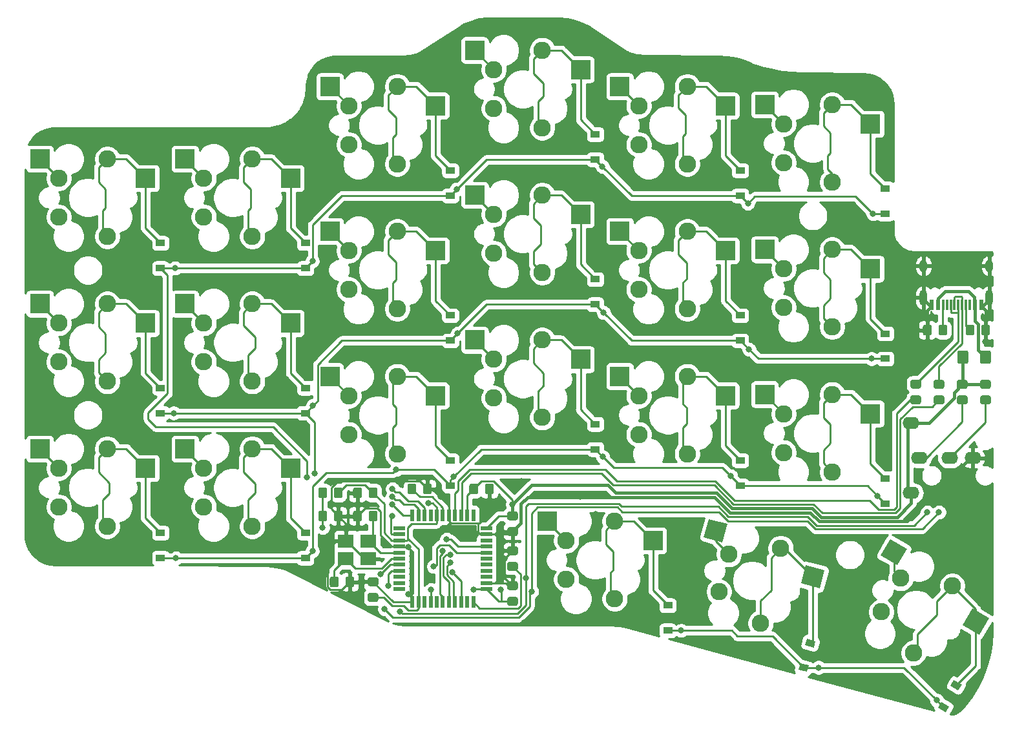
<source format=gbr>
%TF.GenerationSoftware,KiCad,Pcbnew,(5.1.6-0-10_14)*%
%TF.CreationDate,2020-09-21T09:47:25-07:00*%
%TF.ProjectId,my-keyboard,6d792d6b-6579-4626-9f61-72642e6b6963,rev?*%
%TF.SameCoordinates,Original*%
%TF.FileFunction,Copper,L1,Top*%
%TF.FilePolarity,Positive*%
%FSLAX46Y46*%
G04 Gerber Fmt 4.6, Leading zero omitted, Abs format (unit mm)*
G04 Created by KiCad (PCBNEW (5.1.6-0-10_14)) date 2020-09-21 09:47:25*
%MOMM*%
%LPD*%
G01*
G04 APERTURE LIST*
%TA.AperFunction,ComponentPad*%
%ADD10O,2.200000X1.600000*%
%TD*%
%TA.AperFunction,SMDPad,CuDef*%
%ADD11R,1.200000X0.900000*%
%TD*%
%TA.AperFunction,SMDPad,CuDef*%
%ADD12C,0.100000*%
%TD*%
%TA.AperFunction,ComponentPad*%
%ADD13O,1.000000X1.600000*%
%TD*%
%TA.AperFunction,ComponentPad*%
%ADD14O,1.000000X2.100000*%
%TD*%
%TA.AperFunction,SMDPad,CuDef*%
%ADD15R,0.300000X1.450000*%
%TD*%
%TA.AperFunction,SMDPad,CuDef*%
%ADD16R,0.600000X1.450000*%
%TD*%
%TA.AperFunction,SMDPad,CuDef*%
%ADD17R,2.550000X2.500000*%
%TD*%
%TA.AperFunction,ComponentPad*%
%ADD18C,2.286000*%
%TD*%
%TA.AperFunction,SMDPad,CuDef*%
%ADD19R,1.500000X0.550000*%
%TD*%
%TA.AperFunction,SMDPad,CuDef*%
%ADD20R,0.550000X1.500000*%
%TD*%
%TA.AperFunction,SMDPad,CuDef*%
%ADD21R,2.100000X1.800000*%
%TD*%
%TA.AperFunction,ViaPad*%
%ADD22C,0.800000*%
%TD*%
%TA.AperFunction,Conductor*%
%ADD23C,0.381000*%
%TD*%
%TA.AperFunction,Conductor*%
%ADD24C,0.254000*%
%TD*%
G04 APERTURE END LIST*
%TO.P,SW1,2*%
%TO.N,Net-(R5-Pad1)*%
%TA.AperFunction,SMDPad,CuDef*%
G36*
G01*
X81347000Y-110293999D02*
X81347000Y-111194001D01*
G75*
G02*
X81097001Y-111444000I-249999J0D01*
G01*
X80446999Y-111444000D01*
G75*
G02*
X80197000Y-111194001I0J249999D01*
G01*
X80197000Y-110293999D01*
G75*
G02*
X80446999Y-110044000I249999J0D01*
G01*
X81097001Y-110044000D01*
G75*
G02*
X81347000Y-110293999I0J-249999D01*
G01*
G37*
%TD.AperFunction*%
%TO.P,SW1,1*%
%TO.N,GND*%
%TA.AperFunction,SMDPad,CuDef*%
G36*
G01*
X83397000Y-110293999D02*
X83397000Y-111194001D01*
G75*
G02*
X83147001Y-111444000I-249999J0D01*
G01*
X82496999Y-111444000D01*
G75*
G02*
X82247000Y-111194001I0J249999D01*
G01*
X82247000Y-110293999D01*
G75*
G02*
X82496999Y-110044000I249999J0D01*
G01*
X83147001Y-110044000D01*
G75*
G02*
X83397000Y-110293999I0J-249999D01*
G01*
G37*
%TD.AperFunction*%
%TD*%
D10*
%TO.P,J2,T*%
%TO.N,+5V*%
X157864000Y-107724000D03*
X157864000Y-98524000D03*
%TO.P,J2,R1*%
%TO.N,/SDA*%
X158964000Y-103124000D03*
%TO.P,J2,S*%
%TO.N,GND*%
X165964000Y-103124000D03*
%TO.P,J2,R2*%
%TO.N,/SCL*%
X162964000Y-103124000D03*
%TD*%
%TO.P,C1,2*%
%TO.N,GND*%
%TA.AperFunction,SMDPad,CuDef*%
G36*
G01*
X83753000Y-119830001D02*
X83753000Y-118929999D01*
G75*
G02*
X84002999Y-118680000I249999J0D01*
G01*
X84653001Y-118680000D01*
G75*
G02*
X84903000Y-118929999I0J-249999D01*
G01*
X84903000Y-119830001D01*
G75*
G02*
X84653001Y-120080000I-249999J0D01*
G01*
X84002999Y-120080000D01*
G75*
G02*
X83753000Y-119830001I0J249999D01*
G01*
G37*
%TD.AperFunction*%
%TO.P,C1,1*%
%TO.N,Net-(C1-Pad1)*%
%TA.AperFunction,SMDPad,CuDef*%
G36*
G01*
X81703000Y-119830001D02*
X81703000Y-118929999D01*
G75*
G02*
X81952999Y-118680000I249999J0D01*
G01*
X82603001Y-118680000D01*
G75*
G02*
X82853000Y-118929999I0J-249999D01*
G01*
X82853000Y-119830001D01*
G75*
G02*
X82603001Y-120080000I-249999J0D01*
G01*
X81952999Y-120080000D01*
G75*
G02*
X81703000Y-119830001I0J249999D01*
G01*
G37*
%TD.AperFunction*%
%TD*%
%TO.P,C2,2*%
%TO.N,GND*%
%TA.AperFunction,SMDPad,CuDef*%
G36*
G01*
X85901000Y-110293999D02*
X85901000Y-111194001D01*
G75*
G02*
X85651001Y-111444000I-249999J0D01*
G01*
X85000999Y-111444000D01*
G75*
G02*
X84751000Y-111194001I0J249999D01*
G01*
X84751000Y-110293999D01*
G75*
G02*
X85000999Y-110044000I249999J0D01*
G01*
X85651001Y-110044000D01*
G75*
G02*
X85901000Y-110293999I0J-249999D01*
G01*
G37*
%TD.AperFunction*%
%TO.P,C2,1*%
%TO.N,Net-(C2-Pad1)*%
%TA.AperFunction,SMDPad,CuDef*%
G36*
G01*
X87951000Y-110293999D02*
X87951000Y-111194001D01*
G75*
G02*
X87701001Y-111444000I-249999J0D01*
G01*
X87050999Y-111444000D01*
G75*
G02*
X86801000Y-111194001I0J249999D01*
G01*
X86801000Y-110293999D01*
G75*
G02*
X87050999Y-110044000I249999J0D01*
G01*
X87701001Y-110044000D01*
G75*
G02*
X87951000Y-110293999I0J-249999D01*
G01*
G37*
%TD.AperFunction*%
%TD*%
%TO.P,C3,2*%
%TO.N,+5V*%
%TA.AperFunction,SMDPad,CuDef*%
G36*
G01*
X105213999Y-121354000D02*
X106114001Y-121354000D01*
G75*
G02*
X106364000Y-121603999I0J-249999D01*
G01*
X106364000Y-122254001D01*
G75*
G02*
X106114001Y-122504000I-249999J0D01*
G01*
X105213999Y-122504000D01*
G75*
G02*
X104964000Y-122254001I0J249999D01*
G01*
X104964000Y-121603999D01*
G75*
G02*
X105213999Y-121354000I249999J0D01*
G01*
G37*
%TD.AperFunction*%
%TO.P,C3,1*%
%TO.N,GND*%
%TA.AperFunction,SMDPad,CuDef*%
G36*
G01*
X105213999Y-119304000D02*
X106114001Y-119304000D01*
G75*
G02*
X106364000Y-119553999I0J-249999D01*
G01*
X106364000Y-120204001D01*
G75*
G02*
X106114001Y-120454000I-249999J0D01*
G01*
X105213999Y-120454000D01*
G75*
G02*
X104964000Y-120204001I0J249999D01*
G01*
X104964000Y-119553999D01*
G75*
G02*
X105213999Y-119304000I249999J0D01*
G01*
G37*
%TD.AperFunction*%
%TD*%
%TO.P,C4,2*%
%TO.N,+5V*%
%TA.AperFunction,SMDPad,CuDef*%
G36*
G01*
X86925999Y-120837000D02*
X87826001Y-120837000D01*
G75*
G02*
X88076000Y-121086999I0J-249999D01*
G01*
X88076000Y-121737001D01*
G75*
G02*
X87826001Y-121987000I-249999J0D01*
G01*
X86925999Y-121987000D01*
G75*
G02*
X86676000Y-121737001I0J249999D01*
G01*
X86676000Y-121086999D01*
G75*
G02*
X86925999Y-120837000I249999J0D01*
G01*
G37*
%TD.AperFunction*%
%TO.P,C4,1*%
%TO.N,GND*%
%TA.AperFunction,SMDPad,CuDef*%
G36*
G01*
X86925999Y-118787000D02*
X87826001Y-118787000D01*
G75*
G02*
X88076000Y-119036999I0J-249999D01*
G01*
X88076000Y-119687001D01*
G75*
G02*
X87826001Y-119937000I-249999J0D01*
G01*
X86925999Y-119937000D01*
G75*
G02*
X86676000Y-119687001I0J249999D01*
G01*
X86676000Y-119036999D01*
G75*
G02*
X86925999Y-118787000I249999J0D01*
G01*
G37*
%TD.AperFunction*%
%TD*%
%TO.P,C5,2*%
%TO.N,+5V*%
%TA.AperFunction,SMDPad,CuDef*%
G36*
G01*
X86801000Y-108146001D02*
X86801000Y-107245999D01*
G75*
G02*
X87050999Y-106996000I249999J0D01*
G01*
X87701001Y-106996000D01*
G75*
G02*
X87951000Y-107245999I0J-249999D01*
G01*
X87951000Y-108146001D01*
G75*
G02*
X87701001Y-108396000I-249999J0D01*
G01*
X87050999Y-108396000D01*
G75*
G02*
X86801000Y-108146001I0J249999D01*
G01*
G37*
%TD.AperFunction*%
%TO.P,C5,1*%
%TO.N,GND*%
%TA.AperFunction,SMDPad,CuDef*%
G36*
G01*
X84751000Y-108146001D02*
X84751000Y-107245999D01*
G75*
G02*
X85000999Y-106996000I249999J0D01*
G01*
X85651001Y-106996000D01*
G75*
G02*
X85901000Y-107245999I0J-249999D01*
G01*
X85901000Y-108146001D01*
G75*
G02*
X85651001Y-108396000I-249999J0D01*
G01*
X85000999Y-108396000D01*
G75*
G02*
X84751000Y-108146001I0J249999D01*
G01*
G37*
%TD.AperFunction*%
%TD*%
%TO.P,C6,2*%
%TO.N,+5V*%
%TA.AperFunction,SMDPad,CuDef*%
G36*
G01*
X101141000Y-106737999D02*
X101141000Y-107638001D01*
G75*
G02*
X100891001Y-107888000I-249999J0D01*
G01*
X100240999Y-107888000D01*
G75*
G02*
X99991000Y-107638001I0J249999D01*
G01*
X99991000Y-106737999D01*
G75*
G02*
X100240999Y-106488000I249999J0D01*
G01*
X100891001Y-106488000D01*
G75*
G02*
X101141000Y-106737999I0J-249999D01*
G01*
G37*
%TD.AperFunction*%
%TO.P,C6,1*%
%TO.N,GND*%
%TA.AperFunction,SMDPad,CuDef*%
G36*
G01*
X103191000Y-106737999D02*
X103191000Y-107638001D01*
G75*
G02*
X102941001Y-107888000I-249999J0D01*
G01*
X102290999Y-107888000D01*
G75*
G02*
X102041000Y-107638001I0J249999D01*
G01*
X102041000Y-106737999D01*
G75*
G02*
X102290999Y-106488000I249999J0D01*
G01*
X102941001Y-106488000D01*
G75*
G02*
X103191000Y-106737999I0J-249999D01*
G01*
G37*
%TD.AperFunction*%
%TD*%
%TO.P,C7,2*%
%TO.N,+5V*%
%TA.AperFunction,SMDPad,CuDef*%
G36*
G01*
X106114001Y-111310000D02*
X105213999Y-111310000D01*
G75*
G02*
X104964000Y-111060001I0J249999D01*
G01*
X104964000Y-110409999D01*
G75*
G02*
X105213999Y-110160000I249999J0D01*
G01*
X106114001Y-110160000D01*
G75*
G02*
X106364000Y-110409999I0J-249999D01*
G01*
X106364000Y-111060001D01*
G75*
G02*
X106114001Y-111310000I-249999J0D01*
G01*
G37*
%TD.AperFunction*%
%TO.P,C7,1*%
%TO.N,GND*%
%TA.AperFunction,SMDPad,CuDef*%
G36*
G01*
X106114001Y-113360000D02*
X105213999Y-113360000D01*
G75*
G02*
X104964000Y-113110001I0J249999D01*
G01*
X104964000Y-112459999D01*
G75*
G02*
X105213999Y-112210000I249999J0D01*
G01*
X106114001Y-112210000D01*
G75*
G02*
X106364000Y-112459999I0J-249999D01*
G01*
X106364000Y-113110001D01*
G75*
G02*
X106114001Y-113360000I-249999J0D01*
G01*
G37*
%TD.AperFunction*%
%TD*%
%TO.P,C8,2*%
%TO.N,Net-(C8-Pad2)*%
%TA.AperFunction,SMDPad,CuDef*%
G36*
G01*
X93031000Y-106737999D02*
X93031000Y-107638001D01*
G75*
G02*
X92781001Y-107888000I-249999J0D01*
G01*
X92130999Y-107888000D01*
G75*
G02*
X91881000Y-107638001I0J249999D01*
G01*
X91881000Y-106737999D01*
G75*
G02*
X92130999Y-106488000I249999J0D01*
G01*
X92781001Y-106488000D01*
G75*
G02*
X93031000Y-106737999I0J-249999D01*
G01*
G37*
%TD.AperFunction*%
%TO.P,C8,1*%
%TO.N,GND*%
%TA.AperFunction,SMDPad,CuDef*%
G36*
G01*
X95081000Y-106737999D02*
X95081000Y-107638001D01*
G75*
G02*
X94831001Y-107888000I-249999J0D01*
G01*
X94180999Y-107888000D01*
G75*
G02*
X93931000Y-107638001I0J249999D01*
G01*
X93931000Y-106737999D01*
G75*
G02*
X94180999Y-106488000I249999J0D01*
G01*
X94831001Y-106488000D01*
G75*
G02*
X95081000Y-106737999I0J-249999D01*
G01*
G37*
%TD.AperFunction*%
%TD*%
D11*
%TO.P,D1,2*%
%TO.N,Net-(D1-Pad2)*%
X59500000Y-74950000D03*
%TO.P,D1,1*%
%TO.N,/row0*%
X59500000Y-78250000D03*
%TD*%
%TO.P,D2,2*%
%TO.N,Net-(D2-Pad2)*%
X59500000Y-93950000D03*
%TO.P,D2,1*%
%TO.N,/row1*%
X59500000Y-97250000D03*
%TD*%
%TO.P,D3,2*%
%TO.N,Net-(D3-Pad2)*%
X59500000Y-112950000D03*
%TO.P,D3,1*%
%TO.N,/row2*%
X59500000Y-116250000D03*
%TD*%
%TO.P,D4,2*%
%TO.N,Net-(D4-Pad2)*%
X78500000Y-74950000D03*
%TO.P,D4,1*%
%TO.N,/row0*%
X78500000Y-78250000D03*
%TD*%
%TO.P,D5,2*%
%TO.N,Net-(D5-Pad2)*%
X78500000Y-93950000D03*
%TO.P,D5,1*%
%TO.N,/row1*%
X78500000Y-97250000D03*
%TD*%
%TO.P,D6,2*%
%TO.N,Net-(D6-Pad2)*%
X78500000Y-112950000D03*
%TO.P,D6,1*%
%TO.N,/row2*%
X78500000Y-116250000D03*
%TD*%
%TO.P,D7,2*%
%TO.N,Net-(D7-Pad2)*%
X97500000Y-65450000D03*
%TO.P,D7,1*%
%TO.N,/row0*%
X97500000Y-68750000D03*
%TD*%
%TO.P,D8,2*%
%TO.N,Net-(D8-Pad2)*%
X97500000Y-84450000D03*
%TO.P,D8,1*%
%TO.N,/row1*%
X97500000Y-87750000D03*
%TD*%
%TO.P,D9,2*%
%TO.N,Net-(D9-Pad2)*%
X97500000Y-103450000D03*
%TO.P,D9,1*%
%TO.N,/row2*%
X97500000Y-106750000D03*
%TD*%
%TO.P,D10,2*%
%TO.N,Net-(D10-Pad2)*%
X116500000Y-60700000D03*
%TO.P,D10,1*%
%TO.N,/row0*%
X116500000Y-64000000D03*
%TD*%
%TO.P,D11,2*%
%TO.N,Net-(D11-Pad2)*%
X116500000Y-79700000D03*
%TO.P,D11,1*%
%TO.N,/row1*%
X116500000Y-83000000D03*
%TD*%
%TO.P,D12,2*%
%TO.N,Net-(D12-Pad2)*%
X116500000Y-98700000D03*
%TO.P,D12,1*%
%TO.N,/row2*%
X116500000Y-102000000D03*
%TD*%
%TO.P,D13,2*%
%TO.N,Net-(D13-Pad2)*%
X126000000Y-122450000D03*
%TO.P,D13,1*%
%TO.N,/row3*%
X126000000Y-125750000D03*
%TD*%
%TO.P,D14,2*%
%TO.N,Net-(D14-Pad2)*%
X135500000Y-65450000D03*
%TO.P,D14,1*%
%TO.N,/row0*%
X135500000Y-68750000D03*
%TD*%
%TO.P,D15,2*%
%TO.N,Net-(D15-Pad2)*%
X135500000Y-84450000D03*
%TO.P,D15,1*%
%TO.N,/row1*%
X135500000Y-87750000D03*
%TD*%
%TO.P,D16,2*%
%TO.N,Net-(D16-Pad2)*%
X135500000Y-103450000D03*
%TO.P,D16,1*%
%TO.N,/row2*%
X135500000Y-106750000D03*
%TD*%
%TA.AperFunction,SMDPad,CuDef*%
D12*
%TO.P,D17,2*%
%TO.N,Net-(D17-Pad2)*%
G36*
X145130138Y-127999180D02*
G01*
X143971027Y-127688597D01*
X144203964Y-126819264D01*
X145363075Y-127129847D01*
X145130138Y-127999180D01*
G37*
%TD.AperFunction*%
%TA.AperFunction,SMDPad,CuDef*%
%TO.P,D17,1*%
%TO.N,/row3*%
G36*
X144276036Y-131186736D02*
G01*
X143116925Y-130876153D01*
X143349862Y-130006820D01*
X144508973Y-130317403D01*
X144276036Y-131186736D01*
G37*
%TD.AperFunction*%
%TD*%
D11*
%TO.P,D18,2*%
%TO.N,Net-(D18-Pad2)*%
X154500000Y-67825000D03*
%TO.P,D18,1*%
%TO.N,/row0*%
X154500000Y-71125000D03*
%TD*%
%TO.P,D19,2*%
%TO.N,Net-(D19-Pad2)*%
X154500000Y-86825000D03*
%TO.P,D19,1*%
%TO.N,/row1*%
X154500000Y-90125000D03*
%TD*%
%TO.P,D20,2*%
%TO.N,Net-(D20-Pad2)*%
X154500000Y-105825000D03*
%TO.P,D20,1*%
%TO.N,/row2*%
X154500000Y-109125000D03*
%TD*%
%TA.AperFunction,SMDPad,CuDef*%
D12*
%TO.P,D21,2*%
%TO.N,Net-(D21-Pad2)*%
G36*
X164084615Y-133606769D02*
G01*
X163045385Y-133006769D01*
X163495385Y-132227347D01*
X164534615Y-132827347D01*
X164084615Y-133606769D01*
G37*
%TD.AperFunction*%
%TA.AperFunction,SMDPad,CuDef*%
%TO.P,D21,1*%
%TO.N,/row3*%
G36*
X162434615Y-136464653D02*
G01*
X161395385Y-135864653D01*
X161845385Y-135085231D01*
X162884615Y-135685231D01*
X162434615Y-136464653D01*
G37*
%TD.AperFunction*%
%TD*%
%TO.P,F1,1*%
%TO.N,+5V*%
%TA.AperFunction,SMDPad,CuDef*%
G36*
G01*
X163952500Y-90541000D02*
X163952500Y-89291000D01*
G75*
G02*
X164202500Y-89041000I250000J0D01*
G01*
X165127500Y-89041000D01*
G75*
G02*
X165377500Y-89291000I0J-250000D01*
G01*
X165377500Y-90541000D01*
G75*
G02*
X165127500Y-90791000I-250000J0D01*
G01*
X164202500Y-90791000D01*
G75*
G02*
X163952500Y-90541000I0J250000D01*
G01*
G37*
%TD.AperFunction*%
%TO.P,F1,2*%
%TO.N,Net-(F1-Pad2)*%
%TA.AperFunction,SMDPad,CuDef*%
G36*
G01*
X166927500Y-90541000D02*
X166927500Y-89291000D01*
G75*
G02*
X167177500Y-89041000I250000J0D01*
G01*
X168102500Y-89041000D01*
G75*
G02*
X168352500Y-89291000I0J-250000D01*
G01*
X168352500Y-90541000D01*
G75*
G02*
X168102500Y-90791000I-250000J0D01*
G01*
X167177500Y-90791000D01*
G75*
G02*
X166927500Y-90541000I0J250000D01*
G01*
G37*
%TD.AperFunction*%
%TD*%
D13*
%TO.P,J1,S1*%
%TO.N,GND*%
X159510000Y-77944000D03*
X168150000Y-77944000D03*
D14*
X168150000Y-82124000D03*
X159510000Y-82124000D03*
D15*
%TO.P,J1,A6*%
%TO.N,Net-(J1-PadA6)*%
X164080000Y-83039000D03*
%TO.P,J1,B5*%
%TO.N,Net-(J1-PadB5)*%
X162080000Y-83039000D03*
%TO.P,J1,A8*%
%TO.N,Net-(J1-PadA8)*%
X162580000Y-83039000D03*
%TO.P,J1,B6*%
%TO.N,Net-(J1-PadA6)*%
X163080000Y-83039000D03*
%TO.P,J1,A7*%
%TO.N,Net-(J1-PadA7)*%
X163580000Y-83039000D03*
%TO.P,J1,B7*%
X164580000Y-83039000D03*
%TO.P,J1,A5*%
%TO.N,Net-(J1-PadA5)*%
X165080000Y-83039000D03*
%TO.P,J1,B8*%
%TO.N,Net-(J1-PadB8)*%
X165580000Y-83039000D03*
D16*
%TO.P,J1,A12*%
%TO.N,GND*%
X160580000Y-83039000D03*
%TO.P,J1,B4*%
%TO.N,Net-(F1-Pad2)*%
X161380000Y-83039000D03*
%TO.P,J1,A4*%
X166280000Y-83039000D03*
%TO.P,J1,A1*%
%TO.N,GND*%
X167080000Y-83039000D03*
%TO.P,J1,B12*%
X167080000Y-83039000D03*
%TO.P,J1,B9*%
%TO.N,Net-(F1-Pad2)*%
X166280000Y-83039000D03*
%TO.P,J1,A9*%
X161380000Y-83039000D03*
%TO.P,J1,B1*%
%TO.N,GND*%
X160580000Y-83039000D03*
%TD*%
D17*
%TO.P,K1,2*%
%TO.N,Net-(D1-Pad2)*%
X57560000Y-66460000D03*
D18*
%TO.P,K1,1*%
%TO.N,/col0*%
X46190000Y-66460000D03*
%TO.P,K1,2*%
%TO.N,Net-(D1-Pad2)*%
X52540000Y-63920000D03*
D17*
%TO.P,K1,1*%
%TO.N,/col0*%
X43710000Y-63920000D03*
D18*
X46190000Y-71540000D03*
%TO.P,K1,2*%
%TO.N,Net-(D1-Pad2)*%
X52540000Y-74080000D03*
%TD*%
D17*
%TO.P,K2,2*%
%TO.N,Net-(D2-Pad2)*%
X57560000Y-85460000D03*
D18*
%TO.P,K2,1*%
%TO.N,/col0*%
X46190000Y-85460000D03*
%TO.P,K2,2*%
%TO.N,Net-(D2-Pad2)*%
X52540000Y-82920000D03*
D17*
%TO.P,K2,1*%
%TO.N,/col0*%
X43710000Y-82920000D03*
D18*
X46190000Y-90540000D03*
%TO.P,K2,2*%
%TO.N,Net-(D2-Pad2)*%
X52540000Y-93080000D03*
%TD*%
D17*
%TO.P,K3,2*%
%TO.N,Net-(D3-Pad2)*%
X57560000Y-104460000D03*
D18*
%TO.P,K3,1*%
%TO.N,/col0*%
X46190000Y-104460000D03*
%TO.P,K3,2*%
%TO.N,Net-(D3-Pad2)*%
X52540000Y-101920000D03*
D17*
%TO.P,K3,1*%
%TO.N,/col0*%
X43710000Y-101920000D03*
D18*
X46190000Y-109540000D03*
%TO.P,K3,2*%
%TO.N,Net-(D3-Pad2)*%
X52540000Y-112080000D03*
%TD*%
D17*
%TO.P,K4,2*%
%TO.N,Net-(D4-Pad2)*%
X76560000Y-66460000D03*
D18*
%TO.P,K4,1*%
%TO.N,/col1*%
X65190000Y-66460000D03*
%TO.P,K4,2*%
%TO.N,Net-(D4-Pad2)*%
X71540000Y-63920000D03*
D17*
%TO.P,K4,1*%
%TO.N,/col1*%
X62710000Y-63920000D03*
D18*
X65190000Y-71540000D03*
%TO.P,K4,2*%
%TO.N,Net-(D4-Pad2)*%
X71540000Y-74080000D03*
%TD*%
D17*
%TO.P,K5,2*%
%TO.N,Net-(D5-Pad2)*%
X76560000Y-85460000D03*
D18*
%TO.P,K5,1*%
%TO.N,/col1*%
X65190000Y-85460000D03*
%TO.P,K5,2*%
%TO.N,Net-(D5-Pad2)*%
X71540000Y-82920000D03*
D17*
%TO.P,K5,1*%
%TO.N,/col1*%
X62710000Y-82920000D03*
D18*
X65190000Y-90540000D03*
%TO.P,K5,2*%
%TO.N,Net-(D5-Pad2)*%
X71540000Y-93080000D03*
%TD*%
D17*
%TO.P,K6,2*%
%TO.N,Net-(D6-Pad2)*%
X76560000Y-104460000D03*
D18*
%TO.P,K6,1*%
%TO.N,/col1*%
X65190000Y-104460000D03*
%TO.P,K6,2*%
%TO.N,Net-(D6-Pad2)*%
X71540000Y-101920000D03*
D17*
%TO.P,K6,1*%
%TO.N,/col1*%
X62710000Y-101920000D03*
D18*
X65190000Y-109540000D03*
%TO.P,K6,2*%
%TO.N,Net-(D6-Pad2)*%
X71540000Y-112080000D03*
%TD*%
D17*
%TO.P,K7,2*%
%TO.N,Net-(D7-Pad2)*%
X95560000Y-56960000D03*
D18*
%TO.P,K7,1*%
%TO.N,/col2*%
X84190000Y-56960000D03*
%TO.P,K7,2*%
%TO.N,Net-(D7-Pad2)*%
X90540000Y-54420000D03*
D17*
%TO.P,K7,1*%
%TO.N,/col2*%
X81710000Y-54420000D03*
D18*
X84190000Y-62040000D03*
%TO.P,K7,2*%
%TO.N,Net-(D7-Pad2)*%
X90540000Y-64580000D03*
%TD*%
D17*
%TO.P,K8,2*%
%TO.N,Net-(D8-Pad2)*%
X95560000Y-75960000D03*
D18*
%TO.P,K8,1*%
%TO.N,/col2*%
X84190000Y-75960000D03*
%TO.P,K8,2*%
%TO.N,Net-(D8-Pad2)*%
X90540000Y-73420000D03*
D17*
%TO.P,K8,1*%
%TO.N,/col2*%
X81710000Y-73420000D03*
D18*
X84190000Y-81040000D03*
%TO.P,K8,2*%
%TO.N,Net-(D8-Pad2)*%
X90540000Y-83580000D03*
%TD*%
D17*
%TO.P,K9,2*%
%TO.N,Net-(D9-Pad2)*%
X95560000Y-94960000D03*
D18*
%TO.P,K9,1*%
%TO.N,/col2*%
X84190000Y-94960000D03*
%TO.P,K9,2*%
%TO.N,Net-(D9-Pad2)*%
X90540000Y-92420000D03*
D17*
%TO.P,K9,1*%
%TO.N,/col2*%
X81710000Y-92420000D03*
D18*
X84190000Y-100040000D03*
%TO.P,K9,2*%
%TO.N,Net-(D9-Pad2)*%
X90540000Y-102580000D03*
%TD*%
D17*
%TO.P,K10,2*%
%TO.N,Net-(D10-Pad2)*%
X114560000Y-52210000D03*
D18*
%TO.P,K10,1*%
%TO.N,/col3*%
X103190000Y-52210000D03*
%TO.P,K10,2*%
%TO.N,Net-(D10-Pad2)*%
X109540000Y-49670000D03*
D17*
%TO.P,K10,1*%
%TO.N,/col3*%
X100710000Y-49670000D03*
D18*
X103190000Y-57290000D03*
%TO.P,K10,2*%
%TO.N,Net-(D10-Pad2)*%
X109540000Y-59830000D03*
%TD*%
D17*
%TO.P,K11,2*%
%TO.N,Net-(D11-Pad2)*%
X114560000Y-71210000D03*
D18*
%TO.P,K11,1*%
%TO.N,/col3*%
X103190000Y-71210000D03*
%TO.P,K11,2*%
%TO.N,Net-(D11-Pad2)*%
X109540000Y-68670000D03*
D17*
%TO.P,K11,1*%
%TO.N,/col3*%
X100710000Y-68670000D03*
D18*
X103190000Y-76290000D03*
%TO.P,K11,2*%
%TO.N,Net-(D11-Pad2)*%
X109540000Y-78830000D03*
%TD*%
D17*
%TO.P,K12,2*%
%TO.N,Net-(D12-Pad2)*%
X114560000Y-90210000D03*
D18*
%TO.P,K12,1*%
%TO.N,/col3*%
X103190000Y-90210000D03*
%TO.P,K12,2*%
%TO.N,Net-(D12-Pad2)*%
X109540000Y-87670000D03*
D17*
%TO.P,K12,1*%
%TO.N,/col3*%
X100710000Y-87670000D03*
D18*
X103190000Y-95290000D03*
%TO.P,K12,2*%
%TO.N,Net-(D12-Pad2)*%
X109540000Y-97830000D03*
%TD*%
D17*
%TO.P,K13,2*%
%TO.N,Net-(D13-Pad2)*%
X124060000Y-113960000D03*
D18*
%TO.P,K13,1*%
%TO.N,/col3*%
X112690000Y-113960000D03*
%TO.P,K13,2*%
%TO.N,Net-(D13-Pad2)*%
X119040000Y-111420000D03*
D17*
%TO.P,K13,1*%
%TO.N,/col3*%
X110210000Y-111420000D03*
D18*
X112690000Y-119040000D03*
%TO.P,K13,2*%
%TO.N,Net-(D13-Pad2)*%
X119040000Y-121580000D03*
%TD*%
D17*
%TO.P,K14,2*%
%TO.N,Net-(D14-Pad2)*%
X133560000Y-56960000D03*
D18*
%TO.P,K14,1*%
%TO.N,/col4*%
X122190000Y-56960000D03*
%TO.P,K14,2*%
%TO.N,Net-(D14-Pad2)*%
X128540000Y-54420000D03*
D17*
%TO.P,K14,1*%
%TO.N,/col4*%
X119710000Y-54420000D03*
D18*
X122190000Y-62040000D03*
%TO.P,K14,2*%
%TO.N,Net-(D14-Pad2)*%
X128540000Y-64580000D03*
%TD*%
D17*
%TO.P,K15,2*%
%TO.N,Net-(D15-Pad2)*%
X133560000Y-75960000D03*
D18*
%TO.P,K15,1*%
%TO.N,/col4*%
X122190000Y-75960000D03*
%TO.P,K15,2*%
%TO.N,Net-(D15-Pad2)*%
X128540000Y-73420000D03*
D17*
%TO.P,K15,1*%
%TO.N,/col4*%
X119710000Y-73420000D03*
D18*
X122190000Y-81040000D03*
%TO.P,K15,2*%
%TO.N,Net-(D15-Pad2)*%
X128540000Y-83580000D03*
%TD*%
D17*
%TO.P,K16,2*%
%TO.N,Net-(D16-Pad2)*%
X133560000Y-94960000D03*
D18*
%TO.P,K16,1*%
%TO.N,/col4*%
X122190000Y-94960000D03*
%TO.P,K16,2*%
%TO.N,Net-(D16-Pad2)*%
X128540000Y-92420000D03*
D17*
%TO.P,K16,1*%
%TO.N,/col4*%
X119710000Y-92420000D03*
D18*
X122190000Y-100040000D03*
%TO.P,K16,2*%
%TO.N,Net-(D16-Pad2)*%
X128540000Y-102580000D03*
%TD*%
%TA.AperFunction,SMDPad,CuDef*%
D12*
%TO.P,K17,2*%
%TO.N,Net-(D17-Pad2)*%
G36*
X143435721Y-119583633D02*
G01*
X144082768Y-117168818D01*
X146545879Y-117828807D01*
X145898832Y-120243622D01*
X143435721Y-119583633D01*
G37*
%TD.AperFunction*%
D18*
%TO.P,K17,1*%
%TO.N,/col4*%
X134008223Y-115763448D03*
%TO.P,K17,2*%
%TO.N,Net-(D17-Pad2)*%
X140799252Y-114953497D03*
%TA.AperFunction,SMDPad,CuDef*%
D12*
%TO.P,K17,1*%
%TO.N,/col4*%
G36*
X130715048Y-113545538D02*
G01*
X131362095Y-111130723D01*
X133825206Y-111790712D01*
X133178159Y-114205527D01*
X130715048Y-113545538D01*
G37*
%TD.AperFunction*%
D18*
X132693422Y-120670351D03*
%TO.P,K17,2*%
%TO.N,Net-(D17-Pad2)*%
X138169651Y-124767304D03*
%TD*%
D17*
%TO.P,K18,2*%
%TO.N,Net-(D18-Pad2)*%
X152560000Y-59335000D03*
D18*
%TO.P,K18,1*%
%TO.N,/col5*%
X141190000Y-59335000D03*
%TO.P,K18,2*%
%TO.N,Net-(D18-Pad2)*%
X147540000Y-56795000D03*
D17*
%TO.P,K18,1*%
%TO.N,/col5*%
X138710000Y-56795000D03*
D18*
X141190000Y-64415000D03*
%TO.P,K18,2*%
%TO.N,Net-(D18-Pad2)*%
X147540000Y-66955000D03*
%TD*%
D17*
%TO.P,K19,2*%
%TO.N,Net-(D19-Pad2)*%
X152560000Y-78335000D03*
D18*
%TO.P,K19,1*%
%TO.N,/col5*%
X141190000Y-78335000D03*
%TO.P,K19,2*%
%TO.N,Net-(D19-Pad2)*%
X147540000Y-75795000D03*
D17*
%TO.P,K19,1*%
%TO.N,/col5*%
X138710000Y-75795000D03*
D18*
X141190000Y-83415000D03*
%TO.P,K19,2*%
%TO.N,Net-(D19-Pad2)*%
X147540000Y-85955000D03*
%TD*%
D17*
%TO.P,K20,2*%
%TO.N,Net-(D20-Pad2)*%
X152560000Y-97335000D03*
D18*
%TO.P,K20,1*%
%TO.N,/col5*%
X141190000Y-97335000D03*
%TO.P,K20,2*%
%TO.N,Net-(D20-Pad2)*%
X147540000Y-94795000D03*
D17*
%TO.P,K20,1*%
%TO.N,/col5*%
X138710000Y-94795000D03*
D18*
X141190000Y-102415000D03*
%TO.P,K20,2*%
%TO.N,Net-(D20-Pad2)*%
X147540000Y-104955000D03*
%TD*%
%TA.AperFunction,SMDPad,CuDef*%
D12*
%TO.P,K21,2*%
%TO.N,Net-(D21-Pad2)*%
G36*
X164625970Y-125039327D02*
G01*
X165875970Y-122874263D01*
X168084334Y-124149263D01*
X166834334Y-126314327D01*
X164625970Y-125039327D01*
G37*
%TD.AperFunction*%
D18*
%TO.P,K21,1*%
%TO.N,/col5*%
X156508443Y-118909295D03*
%TO.P,K21,2*%
%TO.N,Net-(D21-Pad2)*%
X163277705Y-119884591D03*
%TA.AperFunction,SMDPad,CuDef*%
D12*
%TO.P,K21,1*%
%TO.N,/col5*%
G36*
X153901518Y-115914623D02*
G01*
X155151518Y-113749559D01*
X157359882Y-115024559D01*
X156109882Y-117189623D01*
X153901518Y-115914623D01*
G37*
%TD.AperFunction*%
D18*
X153968443Y-123308705D03*
%TO.P,K21,2*%
%TO.N,Net-(D21-Pad2)*%
X158197705Y-128683409D03*
%TD*%
%TO.P,R1,2*%
%TO.N,Net-(J1-PadA5)*%
%TA.AperFunction,SMDPad,CuDef*%
G36*
G01*
X166174000Y-85909999D02*
X166174000Y-86810001D01*
G75*
G02*
X165924001Y-87060000I-249999J0D01*
G01*
X165273999Y-87060000D01*
G75*
G02*
X165024000Y-86810001I0J249999D01*
G01*
X165024000Y-85909999D01*
G75*
G02*
X165273999Y-85660000I249999J0D01*
G01*
X165924001Y-85660000D01*
G75*
G02*
X166174000Y-85909999I0J-249999D01*
G01*
G37*
%TD.AperFunction*%
%TO.P,R1,1*%
%TO.N,GND*%
%TA.AperFunction,SMDPad,CuDef*%
G36*
G01*
X168224000Y-85909999D02*
X168224000Y-86810001D01*
G75*
G02*
X167974001Y-87060000I-249999J0D01*
G01*
X167323999Y-87060000D01*
G75*
G02*
X167074000Y-86810001I0J249999D01*
G01*
X167074000Y-85909999D01*
G75*
G02*
X167323999Y-85660000I249999J0D01*
G01*
X167974001Y-85660000D01*
G75*
G02*
X168224000Y-85909999I0J-249999D01*
G01*
G37*
%TD.AperFunction*%
%TD*%
%TO.P,R2,2*%
%TO.N,Net-(J1-PadB5)*%
%TA.AperFunction,SMDPad,CuDef*%
G36*
G01*
X161477000Y-86810001D02*
X161477000Y-85909999D01*
G75*
G02*
X161726999Y-85660000I249999J0D01*
G01*
X162377001Y-85660000D01*
G75*
G02*
X162627000Y-85909999I0J-249999D01*
G01*
X162627000Y-86810001D01*
G75*
G02*
X162377001Y-87060000I-249999J0D01*
G01*
X161726999Y-87060000D01*
G75*
G02*
X161477000Y-86810001I0J249999D01*
G01*
G37*
%TD.AperFunction*%
%TO.P,R2,1*%
%TO.N,GND*%
%TA.AperFunction,SMDPad,CuDef*%
G36*
G01*
X159427000Y-86810001D02*
X159427000Y-85909999D01*
G75*
G02*
X159676999Y-85660000I249999J0D01*
G01*
X160327001Y-85660000D01*
G75*
G02*
X160577000Y-85909999I0J-249999D01*
G01*
X160577000Y-86810001D01*
G75*
G02*
X160327001Y-87060000I-249999J0D01*
G01*
X159676999Y-87060000D01*
G75*
G02*
X159427000Y-86810001I0J249999D01*
G01*
G37*
%TD.AperFunction*%
%TD*%
%TO.P,R3,2*%
%TO.N,Net-(J1-PadA7)*%
%TA.AperFunction,SMDPad,CuDef*%
G36*
G01*
X161994001Y-94047000D02*
X161093999Y-94047000D01*
G75*
G02*
X160844000Y-93797001I0J249999D01*
G01*
X160844000Y-93146999D01*
G75*
G02*
X161093999Y-92897000I249999J0D01*
G01*
X161994001Y-92897000D01*
G75*
G02*
X162244000Y-93146999I0J-249999D01*
G01*
X162244000Y-93797001D01*
G75*
G02*
X161994001Y-94047000I-249999J0D01*
G01*
G37*
%TD.AperFunction*%
%TO.P,R3,1*%
%TO.N,/D-*%
%TA.AperFunction,SMDPad,CuDef*%
G36*
G01*
X161994001Y-96097000D02*
X161093999Y-96097000D01*
G75*
G02*
X160844000Y-95847001I0J249999D01*
G01*
X160844000Y-95196999D01*
G75*
G02*
X161093999Y-94947000I249999J0D01*
G01*
X161994001Y-94947000D01*
G75*
G02*
X162244000Y-95196999I0J-249999D01*
G01*
X162244000Y-95847001D01*
G75*
G02*
X161994001Y-96097000I-249999J0D01*
G01*
G37*
%TD.AperFunction*%
%TD*%
%TO.P,R4,2*%
%TO.N,Net-(J1-PadA6)*%
%TA.AperFunction,SMDPad,CuDef*%
G36*
G01*
X158946001Y-94029000D02*
X158045999Y-94029000D01*
G75*
G02*
X157796000Y-93779001I0J249999D01*
G01*
X157796000Y-93128999D01*
G75*
G02*
X158045999Y-92879000I249999J0D01*
G01*
X158946001Y-92879000D01*
G75*
G02*
X159196000Y-93128999I0J-249999D01*
G01*
X159196000Y-93779001D01*
G75*
G02*
X158946001Y-94029000I-249999J0D01*
G01*
G37*
%TD.AperFunction*%
%TO.P,R4,1*%
%TO.N,/D+*%
%TA.AperFunction,SMDPad,CuDef*%
G36*
G01*
X158946001Y-96079000D02*
X158045999Y-96079000D01*
G75*
G02*
X157796000Y-95829001I0J249999D01*
G01*
X157796000Y-95178999D01*
G75*
G02*
X158045999Y-94929000I249999J0D01*
G01*
X158946001Y-94929000D01*
G75*
G02*
X159196000Y-95178999I0J-249999D01*
G01*
X159196000Y-95829001D01*
G75*
G02*
X158946001Y-96079000I-249999J0D01*
G01*
G37*
%TD.AperFunction*%
%TD*%
%TO.P,R5,2*%
%TO.N,+5V*%
%TA.AperFunction,SMDPad,CuDef*%
G36*
G01*
X82247000Y-108146001D02*
X82247000Y-107245999D01*
G75*
G02*
X82496999Y-106996000I249999J0D01*
G01*
X83147001Y-106996000D01*
G75*
G02*
X83397000Y-107245999I0J-249999D01*
G01*
X83397000Y-108146001D01*
G75*
G02*
X83147001Y-108396000I-249999J0D01*
G01*
X82496999Y-108396000D01*
G75*
G02*
X82247000Y-108146001I0J249999D01*
G01*
G37*
%TD.AperFunction*%
%TO.P,R5,1*%
%TO.N,Net-(R5-Pad1)*%
%TA.AperFunction,SMDPad,CuDef*%
G36*
G01*
X80197000Y-108146001D02*
X80197000Y-107245999D01*
G75*
G02*
X80446999Y-106996000I249999J0D01*
G01*
X81097001Y-106996000D01*
G75*
G02*
X81347000Y-107245999I0J-249999D01*
G01*
X81347000Y-108146001D01*
G75*
G02*
X81097001Y-108396000I-249999J0D01*
G01*
X80446999Y-108396000D01*
G75*
G02*
X80197000Y-108146001I0J249999D01*
G01*
G37*
%TD.AperFunction*%
%TD*%
%TO.P,R6,2*%
%TO.N,Net-(R6-Pad2)*%
%TA.AperFunction,SMDPad,CuDef*%
G36*
G01*
X105213999Y-116773000D02*
X106114001Y-116773000D01*
G75*
G02*
X106364000Y-117022999I0J-249999D01*
G01*
X106364000Y-117673001D01*
G75*
G02*
X106114001Y-117923000I-249999J0D01*
G01*
X105213999Y-117923000D01*
G75*
G02*
X104964000Y-117673001I0J249999D01*
G01*
X104964000Y-117022999D01*
G75*
G02*
X105213999Y-116773000I249999J0D01*
G01*
G37*
%TD.AperFunction*%
%TO.P,R6,1*%
%TO.N,GND*%
%TA.AperFunction,SMDPad,CuDef*%
G36*
G01*
X105213999Y-114723000D02*
X106114001Y-114723000D01*
G75*
G02*
X106364000Y-114972999I0J-249999D01*
G01*
X106364000Y-115623001D01*
G75*
G02*
X106114001Y-115873000I-249999J0D01*
G01*
X105213999Y-115873000D01*
G75*
G02*
X104964000Y-115623001I0J249999D01*
G01*
X104964000Y-114972999D01*
G75*
G02*
X105213999Y-114723000I249999J0D01*
G01*
G37*
%TD.AperFunction*%
%TD*%
%TO.P,R7,2*%
%TO.N,+5V*%
%TA.AperFunction,SMDPad,CuDef*%
G36*
G01*
X165042001Y-94047000D02*
X164141999Y-94047000D01*
G75*
G02*
X163892000Y-93797001I0J249999D01*
G01*
X163892000Y-93146999D01*
G75*
G02*
X164141999Y-92897000I249999J0D01*
G01*
X165042001Y-92897000D01*
G75*
G02*
X165292000Y-93146999I0J-249999D01*
G01*
X165292000Y-93797001D01*
G75*
G02*
X165042001Y-94047000I-249999J0D01*
G01*
G37*
%TD.AperFunction*%
%TO.P,R7,1*%
%TO.N,/SDA*%
%TA.AperFunction,SMDPad,CuDef*%
G36*
G01*
X165042001Y-96097000D02*
X164141999Y-96097000D01*
G75*
G02*
X163892000Y-95847001I0J249999D01*
G01*
X163892000Y-95196999D01*
G75*
G02*
X164141999Y-94947000I249999J0D01*
G01*
X165042001Y-94947000D01*
G75*
G02*
X165292000Y-95196999I0J-249999D01*
G01*
X165292000Y-95847001D01*
G75*
G02*
X165042001Y-96097000I-249999J0D01*
G01*
G37*
%TD.AperFunction*%
%TD*%
%TO.P,R8,2*%
%TO.N,+5V*%
%TA.AperFunction,SMDPad,CuDef*%
G36*
G01*
X168090001Y-94047000D02*
X167189999Y-94047000D01*
G75*
G02*
X166940000Y-93797001I0J249999D01*
G01*
X166940000Y-93146999D01*
G75*
G02*
X167189999Y-92897000I249999J0D01*
G01*
X168090001Y-92897000D01*
G75*
G02*
X168340000Y-93146999I0J-249999D01*
G01*
X168340000Y-93797001D01*
G75*
G02*
X168090001Y-94047000I-249999J0D01*
G01*
G37*
%TD.AperFunction*%
%TO.P,R8,1*%
%TO.N,/SCL*%
%TA.AperFunction,SMDPad,CuDef*%
G36*
G01*
X168090001Y-96097000D02*
X167189999Y-96097000D01*
G75*
G02*
X166940000Y-95847001I0J249999D01*
G01*
X166940000Y-95196999D01*
G75*
G02*
X167189999Y-94947000I249999J0D01*
G01*
X168090001Y-94947000D01*
G75*
G02*
X168340000Y-95196999I0J-249999D01*
G01*
X168340000Y-95847001D01*
G75*
G02*
X168090001Y-96097000I-249999J0D01*
G01*
G37*
%TD.AperFunction*%
%TD*%
D19*
%TO.P,U1,44*%
%TO.N,+5V*%
X102220000Y-112332000D03*
%TO.P,U1,43*%
%TO.N,GND*%
X102220000Y-113132000D03*
%TO.P,U1,42*%
%TO.N,Net-(U1-Pad42)*%
X102220000Y-113932000D03*
%TO.P,U1,41*%
%TO.N,/col2*%
X102220000Y-114732000D03*
%TO.P,U1,40*%
%TO.N,/col1*%
X102220000Y-115532000D03*
%TO.P,U1,39*%
%TO.N,Net-(U1-Pad39)*%
X102220000Y-116332000D03*
%TO.P,U1,38*%
%TO.N,Net-(U1-Pad38)*%
X102220000Y-117132000D03*
%TO.P,U1,37*%
%TO.N,Net-(U1-Pad37)*%
X102220000Y-117932000D03*
%TO.P,U1,36*%
%TO.N,Net-(U1-Pad36)*%
X102220000Y-118732000D03*
%TO.P,U1,35*%
%TO.N,GND*%
X102220000Y-119532000D03*
%TO.P,U1,34*%
%TO.N,+5V*%
X102220000Y-120332000D03*
D20*
%TO.P,U1,33*%
%TO.N,Net-(R6-Pad2)*%
X100520000Y-122032000D03*
%TO.P,U1,32*%
%TO.N,Net-(U1-Pad32)*%
X99720000Y-122032000D03*
%TO.P,U1,31*%
%TO.N,/col3*%
X98920000Y-122032000D03*
%TO.P,U1,30*%
%TO.N,/col4*%
X98120000Y-122032000D03*
%TO.P,U1,29*%
%TO.N,/col5*%
X97320000Y-122032000D03*
%TO.P,U1,28*%
%TO.N,/row3*%
X96520000Y-122032000D03*
%TO.P,U1,27*%
%TO.N,Net-(U1-Pad27)*%
X95720000Y-122032000D03*
%TO.P,U1,26*%
%TO.N,/col0*%
X94920000Y-122032000D03*
%TO.P,U1,25*%
%TO.N,Net-(U1-Pad25)*%
X94120000Y-122032000D03*
%TO.P,U1,24*%
%TO.N,+5V*%
X93320000Y-122032000D03*
%TO.P,U1,23*%
%TO.N,GND*%
X92520000Y-122032000D03*
D19*
%TO.P,U1,22*%
%TO.N,Net-(U1-Pad22)*%
X90820000Y-120332000D03*
%TO.P,U1,21*%
%TO.N,Net-(U1-Pad21)*%
X90820000Y-119532000D03*
%TO.P,U1,20*%
%TO.N,Net-(U1-Pad20)*%
X90820000Y-118732000D03*
%TO.P,U1,19*%
%TO.N,/SCL*%
X90820000Y-117932000D03*
%TO.P,U1,18*%
%TO.N,/SDA*%
X90820000Y-117132000D03*
%TO.P,U1,17*%
%TO.N,Net-(C1-Pad1)*%
X90820000Y-116332000D03*
%TO.P,U1,16*%
%TO.N,Net-(C2-Pad1)*%
X90820000Y-115532000D03*
%TO.P,U1,15*%
%TO.N,GND*%
X90820000Y-114732000D03*
%TO.P,U1,14*%
%TO.N,+5V*%
X90820000Y-113932000D03*
%TO.P,U1,13*%
%TO.N,Net-(R5-Pad1)*%
X90820000Y-113132000D03*
%TO.P,U1,12*%
%TO.N,Net-(U1-Pad12)*%
X90820000Y-112332000D03*
D20*
%TO.P,U1,11*%
%TO.N,/row0*%
X92520000Y-110632000D03*
%TO.P,U1,10*%
%TO.N,/row1*%
X93320000Y-110632000D03*
%TO.P,U1,9*%
%TO.N,/row2*%
X94120000Y-110632000D03*
%TO.P,U1,8*%
%TO.N,Net-(U1-Pad8)*%
X94920000Y-110632000D03*
%TO.P,U1,7*%
%TO.N,+5V*%
X95720000Y-110632000D03*
%TO.P,U1,6*%
%TO.N,Net-(C8-Pad2)*%
X96520000Y-110632000D03*
%TO.P,U1,5*%
%TO.N,GND*%
X97320000Y-110632000D03*
%TO.P,U1,4*%
%TO.N,/D+*%
X98120000Y-110632000D03*
%TO.P,U1,3*%
%TO.N,/D-*%
X98920000Y-110632000D03*
%TO.P,U1,2*%
%TO.N,+5V*%
X99720000Y-110632000D03*
%TO.P,U1,1*%
%TO.N,Net-(U1-Pad1)*%
X100520000Y-110632000D03*
%TD*%
D21*
%TO.P,X1,4*%
%TO.N,GND*%
X83820000Y-114032000D03*
%TO.P,X1,3*%
%TO.N,Net-(C2-Pad1)*%
X86720000Y-114032000D03*
%TO.P,X1,2*%
%TO.N,GND*%
X86720000Y-116332000D03*
%TO.P,X1,1*%
%TO.N,Net-(C1-Pad1)*%
X83820000Y-116332000D03*
%TD*%
D22*
%TO.N,GND*%
X122809000Y-125476000D03*
X42545000Y-77470000D03*
X108966000Y-103378000D03*
X78359000Y-99822000D03*
X106807000Y-106172000D03*
X43180000Y-105410000D03*
X167640000Y-128270000D03*
X139700000Y-128270000D03*
X156210000Y-133350000D03*
X116586000Y-110490000D03*
X78740000Y-60960000D03*
X58420000Y-101600000D03*
X149860000Y-71120000D03*
X97028000Y-112522000D03*
X85344000Y-112268000D03*
X80010000Y-118110000D03*
X55880000Y-115570000D03*
X104140000Y-113157000D03*
X102616000Y-108966000D03*
X96266000Y-108204000D03*
X114554000Y-108204000D03*
X107188000Y-124714000D03*
X104636990Y-116325010D03*
X91956420Y-114797999D03*
X92027300Y-120995447D03*
X167640000Y-87884000D03*
%TO.N,+5V*%
X100584000Y-120396000D03*
X105664000Y-109220000D03*
X104140000Y-120396000D03*
X94607604Y-109087469D03*
%TO.N,/row0*%
X61450000Y-78250000D03*
X79427001Y-77322999D03*
X98365000Y-67885000D03*
X117436000Y-64936000D03*
X136499000Y-69749000D03*
X152903000Y-71125000D03*
X89916000Y-109220000D03*
X78740000Y-105664000D03*
%TO.N,/row1*%
X61246000Y-97250000D03*
X79493000Y-96257000D03*
X98467000Y-86783000D03*
X117588000Y-84088000D03*
X136651000Y-88901000D03*
X152699000Y-90125000D03*
X79756000Y-105156000D03*
X89916000Y-108204000D03*
%TO.N,/row2*%
X61550000Y-116250000D03*
X79427001Y-115322999D03*
X97963000Y-105583000D03*
X117486000Y-102986000D03*
X153497500Y-108122500D03*
X134263000Y-105513000D03*
X90424000Y-104648000D03*
X89916000Y-107188000D03*
%TO.N,/row3*%
X127742000Y-125750000D03*
X145755222Y-130596778D03*
X161264529Y-134899471D03*
X96488065Y-115279974D03*
%TO.N,/col0*%
X94996000Y-120396000D03*
%TO.N,/col1*%
X95320939Y-117348000D03*
%TO.N,/col2*%
X97028000Y-113792000D03*
%TO.N,/col3*%
X97772691Y-118115175D03*
%TO.N,/col4*%
X97536000Y-116840000D03*
%TO.N,/col5*%
X97536000Y-115824000D03*
%TO.N,Net-(R5-Pad1)*%
X89916000Y-110744000D03*
X80772000Y-112268000D03*
%TO.N,/SDA*%
X160020000Y-110236000D03*
X107418010Y-118872000D03*
X88392000Y-118364000D03*
X90932000Y-123290020D03*
%TO.N,/SCL*%
X161544000Y-110236000D03*
X108145020Y-120630671D03*
X88900000Y-122936000D03*
X89408000Y-119888000D03*
%TD*%
D23*
%TO.N,GND*%
X159510000Y-77944000D02*
X168150000Y-77944000D01*
X168150000Y-77944000D02*
X168150000Y-82124000D01*
X159510000Y-77944000D02*
X159510000Y-82124000D01*
X159510000Y-82124000D02*
X159510000Y-82294000D01*
X160255000Y-83039000D02*
X160580000Y-83039000D01*
X159510000Y-82294000D02*
X160255000Y-83039000D01*
X160580000Y-83039000D02*
X160293000Y-83039000D01*
X168150000Y-82124000D02*
X168150000Y-82294000D01*
X167405000Y-83039000D02*
X167080000Y-83039000D01*
X168150000Y-82294000D02*
X167405000Y-83039000D01*
X167080000Y-83039000D02*
X167367000Y-83039000D01*
X160580000Y-83039000D02*
X160580000Y-83260000D01*
X160002000Y-83838000D02*
X160002000Y-86360000D01*
X160580000Y-83260000D02*
X160002000Y-83838000D01*
X167080000Y-83039000D02*
X167080000Y-83260000D01*
X167649000Y-83829000D02*
X167649000Y-86360000D01*
X167080000Y-83260000D02*
X167649000Y-83829000D01*
X105664000Y-112738098D02*
X105664000Y-112785000D01*
D24*
X105317000Y-113132000D02*
X102220000Y-113132000D01*
X105664000Y-112785000D02*
X105317000Y-113132000D01*
X105664000Y-112785000D02*
X105664000Y-115298000D01*
X104636990Y-118851990D02*
X105664000Y-119879000D01*
X104636990Y-116325010D02*
X104636990Y-118851990D01*
X105664000Y-115298000D02*
X104636990Y-116325010D01*
X90046000Y-122032000D02*
X87376000Y-119362000D01*
X92520000Y-122032000D02*
X90046000Y-122032000D01*
X84346000Y-119362000D02*
X84328000Y-119380000D01*
X87376000Y-119362000D02*
X84346000Y-119362000D01*
X87376000Y-116988000D02*
X86720000Y-116332000D01*
X86270000Y-116332000D02*
X86720000Y-116332000D01*
X83970000Y-114032000D02*
X86270000Y-116332000D01*
X83820000Y-114032000D02*
X83970000Y-114032000D01*
X83820000Y-111742000D02*
X82822000Y-110744000D01*
X83820000Y-114032000D02*
X83820000Y-111742000D01*
X82822000Y-110744000D02*
X85326000Y-110744000D01*
X85326000Y-110744000D02*
X85326000Y-107696000D01*
X85326000Y-107696000D02*
X85344000Y-107696000D01*
X101406398Y-113132000D02*
X101142999Y-112868601D01*
X102220000Y-113132000D02*
X101406398Y-113132000D01*
X97320000Y-109427000D02*
X97320000Y-110632000D01*
X95081000Y-107188000D02*
X97320000Y-109427000D01*
X94506000Y-107188000D02*
X95081000Y-107188000D01*
X97320000Y-111445602D02*
X97583399Y-111709001D01*
X97320000Y-110632000D02*
X97320000Y-111445602D01*
X97583399Y-111709001D02*
X101142999Y-111709001D01*
X101142999Y-112868601D02*
X101142999Y-111709001D01*
X82516000Y-114032000D02*
X83820000Y-114032000D01*
X81375990Y-115172010D02*
X82516000Y-114032000D01*
X81375990Y-120069008D02*
X81375990Y-115172010D01*
X81713992Y-120407010D02*
X81375990Y-120069008D01*
X83300990Y-120407010D02*
X81713992Y-120407010D01*
X84328000Y-119380000D02*
X83300990Y-120407010D01*
X87940008Y-109716990D02*
X88392000Y-110168982D01*
X86353010Y-109716990D02*
X87940008Y-109716990D01*
X85326000Y-110744000D02*
X86353010Y-109716990D01*
X89816000Y-114732000D02*
X90820000Y-114732000D01*
X88392000Y-113308000D02*
X89816000Y-114732000D01*
X88392000Y-110168982D02*
X88392000Y-113308000D01*
X93478990Y-106160990D02*
X94506000Y-107188000D01*
X82765992Y-106160990D02*
X93478990Y-106160990D01*
X81919990Y-107006992D02*
X82765992Y-106160990D01*
X81919990Y-109841990D02*
X81919990Y-107006992D01*
X82822000Y-110744000D02*
X81919990Y-109841990D01*
D23*
X165664000Y-103124000D02*
X157333473Y-111454527D01*
X106754509Y-111694491D02*
X105664000Y-112785000D01*
X132147905Y-108277010D02*
X107622990Y-108277010D01*
X145834920Y-111454527D02*
X144660872Y-110280479D01*
X106754510Y-109145490D02*
X106754509Y-111694491D01*
X134151374Y-110280479D02*
X132147905Y-108277010D01*
X157333473Y-111454527D02*
X145834920Y-111454527D01*
X165964000Y-103124000D02*
X165664000Y-103124000D01*
X144660872Y-110280479D02*
X134151374Y-110280479D01*
X107622990Y-108277010D02*
X106754510Y-109145490D01*
D24*
X90885999Y-114797999D02*
X90820000Y-114732000D01*
X91956420Y-114797999D02*
X90885999Y-114797999D01*
X92520000Y-121488147D02*
X92027300Y-120995447D01*
X92520000Y-122032000D02*
X92520000Y-121488147D01*
X102220000Y-119532000D02*
X104800000Y-119532000D01*
X105147000Y-119879000D02*
X105664000Y-119879000D01*
X104800000Y-119532000D02*
X105147000Y-119879000D01*
D23*
X167649000Y-87875000D02*
X167640000Y-87884000D01*
X167649000Y-86360000D02*
X167649000Y-87875000D01*
D24*
X102616000Y-110388002D02*
X102616000Y-107188000D01*
X101295001Y-111709001D02*
X102616000Y-110388002D01*
X101142999Y-111709001D02*
X101295001Y-111709001D01*
%TO.N,Net-(C1-Pad1)*%
X82278000Y-117874000D02*
X83820000Y-116332000D01*
X82278000Y-119380000D02*
X82278000Y-117874000D01*
X85047001Y-117559001D02*
X88554931Y-117559001D01*
X83820000Y-116332000D02*
X85047001Y-117559001D01*
X88554931Y-117559001D02*
X89781932Y-116332000D01*
X89781932Y-116332000D02*
X90820000Y-116332000D01*
%TO.N,Net-(C2-Pad1)*%
X87376000Y-113376000D02*
X86720000Y-114032000D01*
X87376000Y-110744000D02*
X87376000Y-113376000D01*
X88370000Y-115532000D02*
X86870000Y-114032000D01*
X86870000Y-114032000D02*
X86720000Y-114032000D01*
X90820000Y-115532000D02*
X88370000Y-115532000D01*
D23*
%TO.N,+5V*%
X164665000Y-93399000D02*
X164592000Y-93472000D01*
X164665000Y-89916000D02*
X164665000Y-93399000D01*
X164592000Y-93472000D02*
X167640000Y-93472000D01*
X160222820Y-98524000D02*
X157864000Y-98524000D01*
X163501490Y-95245330D02*
X160222820Y-98524000D01*
X163501490Y-94562510D02*
X163501490Y-95245330D01*
X164592000Y-93472000D02*
X163501490Y-94562510D01*
X157473490Y-107333490D02*
X157864000Y-107724000D01*
X157473490Y-98914510D02*
X157473490Y-107333490D01*
X157864000Y-98524000D02*
X157473490Y-98914510D01*
D24*
X99720000Y-108034000D02*
X99720000Y-110632000D01*
X100566000Y-107188000D02*
X99720000Y-108034000D01*
X103817000Y-110735000D02*
X102220000Y-112332000D01*
X105664000Y-110735000D02*
X103817000Y-110735000D01*
X100648000Y-120332000D02*
X100584000Y-120396000D01*
X102220000Y-120332000D02*
X100648000Y-120332000D01*
X93320000Y-122845602D02*
X93320000Y-122032000D01*
X93056601Y-123109001D02*
X93320000Y-122845602D01*
X88846010Y-109166010D02*
X87376000Y-107696000D01*
X89816000Y-113932000D02*
X88846010Y-112962010D01*
X88846010Y-112962010D02*
X88846010Y-109166010D01*
X90820000Y-113932000D02*
X89816000Y-113932000D01*
X86348990Y-106668990D02*
X83849010Y-106668990D01*
X83849010Y-106668990D02*
X82822000Y-107696000D01*
X87376000Y-107696000D02*
X86348990Y-106668990D01*
X91983399Y-123109001D02*
X91360408Y-122486010D01*
X93056601Y-123109001D02*
X91983399Y-123109001D01*
X88783933Y-121412000D02*
X87376000Y-121412000D01*
X89857943Y-122486010D02*
X88783933Y-121412000D01*
X91360408Y-122486010D02*
X89857943Y-122486010D01*
X92456000Y-111760000D02*
X91948000Y-112268000D01*
X95596000Y-111760000D02*
X92456000Y-111760000D01*
X95720000Y-111636000D02*
X95596000Y-111760000D01*
X91808000Y-113932000D02*
X90820000Y-113932000D01*
X91948000Y-113792000D02*
X91808000Y-113932000D01*
X95720000Y-110632000D02*
X95720000Y-111636000D01*
D23*
X105664000Y-109220000D02*
X105664000Y-110735000D01*
D24*
X105664000Y-121929000D02*
X104964000Y-121929000D01*
X91948000Y-112268000D02*
X91948000Y-113284000D01*
X91948000Y-113284000D02*
X91948000Y-113792000D01*
X93320000Y-121260000D02*
X93320000Y-122032000D01*
X103817000Y-121929000D02*
X102220000Y-120332000D01*
X104149000Y-120405000D02*
X104140000Y-120396000D01*
X104149000Y-121929000D02*
X104149000Y-120405000D01*
X105664000Y-121929000D02*
X104149000Y-121929000D01*
X104149000Y-121929000D02*
X103817000Y-121929000D01*
X95720000Y-109634180D02*
X95720000Y-110632000D01*
X95173289Y-109087469D02*
X95720000Y-109634180D01*
X94607604Y-109087469D02*
X95173289Y-109087469D01*
X101593010Y-106160990D02*
X100566000Y-107188000D01*
X103180008Y-106160990D02*
X101593010Y-106160990D01*
X105664000Y-108644982D02*
X103180008Y-106160990D01*
X105664000Y-109220000D02*
X105664000Y-108644982D01*
X93320000Y-122032000D02*
X93320000Y-121028000D01*
X92026383Y-113792000D02*
X91948000Y-113792000D01*
X93320000Y-115085617D02*
X93320000Y-121260000D01*
X92026383Y-113792000D02*
X93320000Y-115085617D01*
D23*
X157864000Y-109059868D02*
X157864000Y-107724000D01*
X146075581Y-110873516D02*
X156050352Y-110873516D01*
X144901534Y-109699468D02*
X146075581Y-110873516D01*
X134392036Y-109699468D02*
X144901534Y-109699468D01*
X156050352Y-110873516D02*
X157864000Y-109059868D01*
X132388568Y-107696000D02*
X134392036Y-109699468D01*
X119156132Y-107696000D02*
X132388568Y-107696000D01*
X118140132Y-106680000D02*
X119156132Y-107696000D01*
X108204000Y-106680000D02*
X118140132Y-106680000D01*
X105664000Y-109220000D02*
X108204000Y-106680000D01*
D24*
%TO.N,Net-(C8-Pad2)*%
X96520000Y-109628000D02*
X96520000Y-110632000D01*
X95107010Y-108215010D02*
X96520000Y-109628000D01*
X93483010Y-108215010D02*
X95107010Y-108215010D01*
X92456000Y-107188000D02*
X93483010Y-108215010D01*
%TO.N,/row0*%
X59500000Y-78250000D02*
X61450000Y-78250000D01*
X83266398Y-68750000D02*
X97500000Y-68750000D01*
X79427001Y-72589397D02*
X83266398Y-68750000D01*
X79427001Y-77322999D02*
X79427001Y-77322999D01*
X78500000Y-78250000D02*
X79427001Y-77322999D01*
X102250000Y-64000000D02*
X116500000Y-64000000D01*
X97500000Y-68750000D02*
X98365000Y-67885000D01*
X121250000Y-68750000D02*
X135500000Y-68750000D01*
X116500000Y-64000000D02*
X117436000Y-64936000D01*
X135500000Y-68750000D02*
X136499000Y-69749000D01*
X61450000Y-78250000D02*
X78500000Y-78250000D01*
X79427001Y-77322999D02*
X79427001Y-72589397D01*
X98365000Y-67885000D02*
X102250000Y-64000000D01*
X117436000Y-64936000D02*
X121250000Y-68750000D01*
X152903000Y-71125000D02*
X154500000Y-71125000D01*
X91328000Y-110632000D02*
X92520000Y-110632000D01*
X89916000Y-109220000D02*
X91328000Y-110632000D01*
X60427001Y-79177001D02*
X59500000Y-78250000D01*
X57912000Y-97199398D02*
X60427001Y-94684397D01*
X60427001Y-94684397D02*
X60427001Y-79177001D01*
X58928000Y-99060000D02*
X57912000Y-98044000D01*
X74273602Y-99060000D02*
X58928000Y-99060000D01*
X57912000Y-98044000D02*
X57912000Y-97199398D01*
X78740000Y-103526398D02*
X74273602Y-99060000D01*
X78740000Y-105664000D02*
X78740000Y-103526398D01*
X150612000Y-68834000D02*
X152903000Y-71125000D01*
X137414000Y-68834000D02*
X150612000Y-68834000D01*
X136499000Y-69749000D02*
X137414000Y-68834000D01*
%TO.N,Net-(D1-Pad2)*%
X55020000Y-63920000D02*
X57560000Y-66460000D01*
X52540000Y-63920000D02*
X55020000Y-63920000D01*
X52324000Y-67889066D02*
X52324000Y-70322038D01*
X51397001Y-66962067D02*
X52324000Y-67889066D01*
X52324000Y-70322038D02*
X51982999Y-70663039D01*
X51397001Y-65062999D02*
X51397001Y-66962067D01*
X51982999Y-70663039D02*
X51982999Y-73522999D01*
X51982999Y-73522999D02*
X52540000Y-74080000D01*
X52540000Y-63920000D02*
X51397001Y-65062999D01*
X59690000Y-74760000D02*
X59500000Y-74950000D01*
X57560000Y-73010000D02*
X59500000Y-74950000D01*
X57560000Y-66460000D02*
X57560000Y-73010000D01*
%TO.N,/row1*%
X59500000Y-97250000D02*
X61246000Y-97250000D01*
X83266398Y-87750000D02*
X97500000Y-87750000D01*
X80107999Y-95642001D02*
X80107999Y-90908399D01*
X80107999Y-90908399D02*
X83266398Y-87750000D01*
X78500000Y-97250000D02*
X79493000Y-96257000D01*
X102250000Y-83000000D02*
X116500000Y-83000000D01*
X97500000Y-87750000D02*
X98467000Y-86783000D01*
X121250000Y-87750000D02*
X135500000Y-87750000D01*
X116500000Y-83000000D02*
X117588000Y-84088000D01*
X135500000Y-87750000D02*
X136651000Y-88901000D01*
X61246000Y-97250000D02*
X78500000Y-97250000D01*
X79493000Y-96257000D02*
X80107999Y-95642001D01*
X98467000Y-86783000D02*
X102250000Y-83000000D01*
X117588000Y-84088000D02*
X121250000Y-87750000D01*
X152699000Y-90125000D02*
X154500000Y-90125000D01*
X79756000Y-98506000D02*
X79756000Y-105156000D01*
X78500000Y-97250000D02*
X79756000Y-98506000D01*
X90315999Y-108603999D02*
X90823999Y-108603999D01*
X89916000Y-108204000D02*
X90315999Y-108603999D01*
X90823999Y-108603999D02*
X91440000Y-109220000D01*
X93320000Y-109818398D02*
X93320000Y-110632000D01*
X92721602Y-109220000D02*
X93320000Y-109818398D01*
X91440000Y-109220000D02*
X92721602Y-109220000D01*
X136651000Y-88901000D02*
X137875000Y-90125000D01*
X137875000Y-90125000D02*
X152699000Y-90125000D01*
%TO.N,Net-(D2-Pad2)*%
X51397001Y-90249037D02*
X51397001Y-91937001D01*
X52320901Y-89325137D02*
X51397001Y-90249037D01*
X52320901Y-86885967D02*
X52320901Y-89325137D01*
X51397001Y-91937001D02*
X52540000Y-93080000D01*
X51397001Y-85962067D02*
X52320901Y-86885967D01*
X51397001Y-84062999D02*
X51397001Y-85962067D01*
X52540000Y-82920000D02*
X51397001Y-84062999D01*
X55020000Y-82920000D02*
X57560000Y-85460000D01*
X52540000Y-82920000D02*
X55020000Y-82920000D01*
X57560000Y-92010000D02*
X59500000Y-93950000D01*
X57560000Y-85460000D02*
X57560000Y-92010000D01*
%TO.N,Net-(D3-Pad2)*%
X51982999Y-108663039D02*
X51982999Y-111522999D01*
X52832000Y-107814038D02*
X51982999Y-108663039D01*
X52832000Y-106397066D02*
X52832000Y-107814038D01*
X51397001Y-104962067D02*
X52832000Y-106397066D01*
X51397001Y-103062999D02*
X51397001Y-104962067D01*
X51982999Y-111522999D02*
X52540000Y-112080000D01*
X52540000Y-101920000D02*
X51397001Y-103062999D01*
X55020000Y-101920000D02*
X57560000Y-104460000D01*
X52540000Y-101920000D02*
X55020000Y-101920000D01*
X57560000Y-111010000D02*
X59500000Y-112950000D01*
X57560000Y-104460000D02*
X57560000Y-111010000D01*
%TO.N,/row2*%
X59500000Y-116250000D02*
X61550000Y-116250000D01*
X79427001Y-115322999D02*
X79427001Y-115322999D01*
X78500000Y-116250000D02*
X79427001Y-115322999D01*
X95398000Y-104648000D02*
X97500000Y-106750000D01*
X101546000Y-102000000D02*
X116500000Y-102000000D01*
X97500000Y-106046000D02*
X97963000Y-105583000D01*
X97500000Y-106750000D02*
X97500000Y-106046000D01*
X118907001Y-104407001D02*
X133157001Y-104407001D01*
X133157001Y-104407001D02*
X134263000Y-105513000D01*
X116500000Y-102000000D02*
X117486000Y-102986000D01*
X152157001Y-106782001D02*
X153497500Y-108122500D01*
X135532001Y-106782001D02*
X152157001Y-106782001D01*
X135500000Y-106750000D02*
X135532001Y-106782001D01*
X61550000Y-116250000D02*
X78500000Y-116250000D01*
X79427001Y-115322999D02*
X79427001Y-106859001D01*
X97963000Y-105583000D02*
X101546000Y-102000000D01*
X117486000Y-102986000D02*
X118907001Y-104407001D01*
X153497500Y-108122500D02*
X154500000Y-109125000D01*
X134263000Y-105513000D02*
X135500000Y-106750000D01*
X89990999Y-105081001D02*
X90424000Y-104648000D01*
X81205001Y-105081001D02*
X89990999Y-105081001D01*
X90424000Y-104648000D02*
X95398000Y-104648000D01*
X79427001Y-106859001D02*
X81205001Y-105081001D01*
X94120000Y-109628000D02*
X94120000Y-110632000D01*
X93257990Y-108765990D02*
X94120000Y-109628000D01*
X92001990Y-108765990D02*
X93257990Y-108765990D01*
X90315999Y-107587999D02*
X90823999Y-107587999D01*
X90823999Y-107587999D02*
X92001990Y-108765990D01*
X89916000Y-107188000D02*
X90315999Y-107587999D01*
%TO.N,Net-(D4-Pad2)*%
X70982999Y-73522999D02*
X71540000Y-74080000D01*
X70982999Y-70663039D02*
X70982999Y-73522999D01*
X71320901Y-70325137D02*
X70982999Y-70663039D01*
X71320901Y-67885967D02*
X71320901Y-70325137D01*
X70397001Y-66962067D02*
X71320901Y-67885967D01*
X70397001Y-65062999D02*
X70397001Y-66962067D01*
X71540000Y-63920000D02*
X70397001Y-65062999D01*
X74020000Y-63920000D02*
X76560000Y-66460000D01*
X71540000Y-63920000D02*
X74020000Y-63920000D01*
X76560000Y-73010000D02*
X78500000Y-74950000D01*
X76560000Y-66460000D02*
X76560000Y-73010000D01*
%TO.N,Net-(D5-Pad2)*%
X70982999Y-92522999D02*
X71540000Y-93080000D01*
X70982999Y-89663039D02*
X70982999Y-92522999D01*
X71933039Y-87287001D02*
X71933039Y-88712999D01*
X71933039Y-88712999D02*
X70982999Y-89663039D01*
X70397001Y-85750963D02*
X71933039Y-87287001D01*
X70397001Y-84062999D02*
X70397001Y-85750963D01*
X71540000Y-82920000D02*
X70397001Y-84062999D01*
X74020000Y-82920000D02*
X76560000Y-85460000D01*
X71540000Y-82920000D02*
X74020000Y-82920000D01*
X76560000Y-92010000D02*
X78500000Y-93950000D01*
X76560000Y-85460000D02*
X76560000Y-92010000D01*
%TO.N,Net-(D6-Pad2)*%
X71933039Y-107712999D02*
X70982999Y-108663039D01*
X71933039Y-106498105D02*
X71933039Y-107712999D01*
X70982999Y-111522999D02*
X71540000Y-112080000D01*
X70397001Y-104962067D02*
X71933039Y-106498105D01*
X70397001Y-103062999D02*
X70397001Y-104962067D01*
X70982999Y-108663039D02*
X70982999Y-111522999D01*
X71540000Y-101920000D02*
X70397001Y-103062999D01*
X74020000Y-101920000D02*
X76560000Y-104460000D01*
X71540000Y-101920000D02*
X74020000Y-101920000D01*
X76560000Y-111010000D02*
X78500000Y-112950000D01*
X76560000Y-104460000D02*
X76560000Y-111010000D01*
%TO.N,Net-(D7-Pad2)*%
X90424000Y-60722038D02*
X89982999Y-61163039D01*
X90424000Y-58489066D02*
X90424000Y-60722038D01*
X89397001Y-57462067D02*
X90424000Y-58489066D01*
X89982999Y-61163039D02*
X89982999Y-64022999D01*
X89397001Y-55562999D02*
X89397001Y-57462067D01*
X89982999Y-64022999D02*
X90540000Y-64580000D01*
X90540000Y-54420000D02*
X89397001Y-55562999D01*
X93020000Y-54420000D02*
X95560000Y-56960000D01*
X90540000Y-54420000D02*
X93020000Y-54420000D01*
X95560000Y-63510000D02*
X97500000Y-65450000D01*
X95560000Y-56960000D02*
X95560000Y-63510000D01*
%TO.N,Net-(D8-Pad2)*%
X89982999Y-83022999D02*
X90540000Y-83580000D01*
X89982999Y-80163039D02*
X89982999Y-83022999D01*
X90424000Y-79722038D02*
X89982999Y-80163039D01*
X89397001Y-76462067D02*
X90424000Y-77489066D01*
X89397001Y-74562999D02*
X89397001Y-76462067D01*
X90424000Y-77489066D02*
X90424000Y-79722038D01*
X90540000Y-73420000D02*
X89397001Y-74562999D01*
X93020000Y-73420000D02*
X95560000Y-75960000D01*
X90540000Y-73420000D02*
X93020000Y-73420000D01*
X95560000Y-82510000D02*
X97500000Y-84450000D01*
X95560000Y-75960000D02*
X95560000Y-82510000D01*
%TO.N,Net-(D9-Pad2)*%
X90424000Y-98722038D02*
X89982999Y-99163039D01*
X90424000Y-96520000D02*
X90424000Y-98722038D01*
X89982999Y-96078999D02*
X90424000Y-96520000D01*
X89982999Y-92977001D02*
X89982999Y-96078999D01*
X89982999Y-102022999D02*
X90540000Y-102580000D01*
X89982999Y-99163039D02*
X89982999Y-102022999D01*
X90540000Y-92420000D02*
X89982999Y-92977001D01*
X93020000Y-92420000D02*
X95560000Y-94960000D01*
X90540000Y-92420000D02*
X93020000Y-92420000D01*
X95560000Y-101510000D02*
X97500000Y-103450000D01*
X95560000Y-94960000D02*
X95560000Y-101510000D01*
%TO.N,Net-(D10-Pad2)*%
X109728000Y-55668038D02*
X108982999Y-56413039D01*
X108982999Y-59272999D02*
X109540000Y-59830000D01*
X109728000Y-54043066D02*
X109728000Y-55668038D01*
X108397001Y-52712067D02*
X109728000Y-54043066D01*
X108397001Y-50812999D02*
X108397001Y-52712067D01*
X108982999Y-56413039D02*
X108982999Y-59272999D01*
X109540000Y-49670000D02*
X108397001Y-50812999D01*
X112020000Y-49670000D02*
X114560000Y-52210000D01*
X109540000Y-49670000D02*
X112020000Y-49670000D01*
X114560000Y-58760000D02*
X116500000Y-60700000D01*
X114560000Y-52210000D02*
X114560000Y-58760000D01*
%TO.N,Net-(D11-Pad2)*%
X108397001Y-75999037D02*
X108397001Y-77687001D01*
X109320901Y-75075137D02*
X108397001Y-75999037D01*
X109320901Y-72635967D02*
X109320901Y-75075137D01*
X108397001Y-77687001D02*
X109540000Y-78830000D01*
X108397001Y-71712067D02*
X109320901Y-72635967D01*
X108397001Y-69812999D02*
X108397001Y-71712067D01*
X109540000Y-68670000D02*
X108397001Y-69812999D01*
X112020000Y-68670000D02*
X114560000Y-71210000D01*
X109540000Y-68670000D02*
X112020000Y-68670000D01*
X114560000Y-77760000D02*
X116500000Y-79700000D01*
X114560000Y-71210000D02*
X114560000Y-77760000D01*
%TO.N,Net-(D12-Pad2)*%
X108982999Y-94413039D02*
X108982999Y-97272999D01*
X108397001Y-90712067D02*
X109728000Y-92043066D01*
X109728000Y-93668038D02*
X108982999Y-94413039D01*
X108397001Y-88812999D02*
X108397001Y-90712067D01*
X108982999Y-97272999D02*
X109540000Y-97830000D01*
X109728000Y-92043066D02*
X109728000Y-93668038D01*
X109540000Y-87670000D02*
X108397001Y-88812999D01*
X112020000Y-87670000D02*
X114560000Y-90210000D01*
X109540000Y-87670000D02*
X112020000Y-87670000D01*
X114560000Y-96760000D02*
X116500000Y-98700000D01*
X114560000Y-90210000D02*
X114560000Y-96760000D01*
%TO.N,/row3*%
X126000000Y-125750000D02*
X127742000Y-125750000D01*
X134386000Y-125750000D02*
X135128000Y-126492000D01*
X139708171Y-126492000D02*
X143812949Y-130596778D01*
X135128000Y-126492000D02*
X139708171Y-126492000D01*
X156961836Y-130596778D02*
X161264529Y-134899471D01*
X143812949Y-130596778D02*
X145755222Y-130596778D01*
X127742000Y-125750000D02*
X134386000Y-125750000D01*
X145755222Y-130596778D02*
X156961836Y-130596778D01*
X161264529Y-134899471D02*
X162140000Y-135774942D01*
X96520000Y-121337329D02*
X96520000Y-122032000D01*
X96524091Y-115628157D02*
X96137670Y-116014578D01*
X96137670Y-116014578D02*
X96137670Y-120954999D01*
X96524091Y-115316000D02*
X96524091Y-115628157D01*
X96137670Y-120954999D02*
X96520000Y-121337329D01*
X96488065Y-115279974D02*
X96524091Y-115316000D01*
%TO.N,Net-(D13-Pad2)*%
X118482999Y-121022999D02*
X119040000Y-121580000D01*
X118482999Y-118163039D02*
X118482999Y-121022999D01*
X118872000Y-117774038D02*
X118482999Y-118163039D01*
X117897001Y-114462067D02*
X118872000Y-115437066D01*
X118872000Y-115437066D02*
X118872000Y-117774038D01*
X117897001Y-112562999D02*
X117897001Y-114462067D01*
X119040000Y-111420000D02*
X117897001Y-112562999D01*
X121520000Y-111420000D02*
X124060000Y-113960000D01*
X119040000Y-111420000D02*
X121520000Y-111420000D01*
X124060000Y-120510000D02*
X126000000Y-122450000D01*
X124060000Y-113960000D02*
X124060000Y-120510000D01*
%TO.N,Net-(D14-Pad2)*%
X127982999Y-60951935D02*
X127982999Y-64022999D01*
X127982999Y-64022999D02*
X128540000Y-64580000D01*
X128320901Y-60614033D02*
X127982999Y-60951935D01*
X127397001Y-57250963D02*
X128320901Y-58174863D01*
X127397001Y-55562999D02*
X127397001Y-57250963D01*
X128320901Y-58174863D02*
X128320901Y-60614033D01*
X128540000Y-54420000D02*
X127397001Y-55562999D01*
X131020000Y-54420000D02*
X133560000Y-56960000D01*
X128540000Y-54420000D02*
X131020000Y-54420000D01*
X133560000Y-63510000D02*
X135500000Y-65450000D01*
X133560000Y-56960000D02*
X133560000Y-63510000D01*
%TO.N,Net-(D15-Pad2)*%
X128524000Y-77589066D02*
X128524000Y-79622038D01*
X127982999Y-80163039D02*
X127982999Y-83022999D01*
X127397001Y-76462067D02*
X128524000Y-77589066D01*
X127982999Y-83022999D02*
X128540000Y-83580000D01*
X127397001Y-74562999D02*
X127397001Y-76462067D01*
X128524000Y-79622038D02*
X127982999Y-80163039D01*
X128540000Y-73420000D02*
X127397001Y-74562999D01*
X131020000Y-73420000D02*
X133560000Y-75960000D01*
X128540000Y-73420000D02*
X131020000Y-73420000D01*
X133560000Y-82510000D02*
X135500000Y-84450000D01*
X133560000Y-75960000D02*
X133560000Y-82510000D01*
%TO.N,Net-(D16-Pad2)*%
X127982999Y-102022999D02*
X128540000Y-102580000D01*
X127982999Y-99163039D02*
X127982999Y-102022999D01*
X128524000Y-98622038D02*
X127982999Y-99163039D01*
X128524000Y-96589066D02*
X128524000Y-98622038D01*
X127982999Y-96048065D02*
X128524000Y-96589066D01*
X127982999Y-92977001D02*
X127982999Y-96048065D01*
X128540000Y-92420000D02*
X127982999Y-92977001D01*
X131020000Y-92420000D02*
X133560000Y-94960000D01*
X128540000Y-92420000D02*
X131020000Y-92420000D01*
X133560000Y-101510000D02*
X135500000Y-103450000D01*
X133560000Y-94960000D02*
X133560000Y-101510000D01*
%TO.N,Net-(D17-Pad2)*%
X138169651Y-121822716D02*
X138169651Y-124767304D01*
X139541577Y-120450790D02*
X138169651Y-121822716D01*
X139541577Y-116211172D02*
X139541577Y-120450790D01*
X140799252Y-114953497D02*
X139541577Y-116211172D01*
X141238077Y-114953497D02*
X144990800Y-118706220D01*
X140799252Y-114953497D02*
X141238077Y-114953497D01*
X144990800Y-127085473D02*
X144667051Y-127409222D01*
X144990800Y-118706220D02*
X144990800Y-127085473D01*
%TO.N,Net-(D18-Pad2)*%
X147540000Y-65848962D02*
X147540000Y-66955000D01*
X147320901Y-60549863D02*
X147320901Y-63200137D01*
X147320901Y-63200137D02*
X146982999Y-63538039D01*
X146982999Y-63538039D02*
X146982999Y-65291961D01*
X147540000Y-56795000D02*
X146397001Y-57937999D01*
X146397001Y-59625963D02*
X147320901Y-60549863D01*
X146982999Y-65291961D02*
X147540000Y-65848962D01*
X146397001Y-57937999D02*
X146397001Y-59625963D01*
X150020000Y-56795000D02*
X152560000Y-59335000D01*
X147540000Y-56795000D02*
X150020000Y-56795000D01*
X152560000Y-65885000D02*
X154500000Y-67825000D01*
X152560000Y-59335000D02*
X152560000Y-65885000D01*
%TO.N,Net-(D19-Pad2)*%
X146397001Y-84812001D02*
X147540000Y-85955000D01*
X146397001Y-83124037D02*
X146397001Y-84812001D01*
X147320901Y-82200137D02*
X146397001Y-83124037D01*
X147320901Y-79760967D02*
X147320901Y-82200137D01*
X146397001Y-78837067D02*
X147320901Y-79760967D01*
X146397001Y-76937999D02*
X146397001Y-78837067D01*
X147540000Y-75795000D02*
X146397001Y-76937999D01*
X150020000Y-75795000D02*
X152560000Y-78335000D01*
X147540000Y-75795000D02*
X150020000Y-75795000D01*
X152560000Y-84885000D02*
X154500000Y-86825000D01*
X152560000Y-78335000D02*
X152560000Y-84885000D01*
%TO.N,Net-(D20-Pad2)*%
X146397001Y-103812001D02*
X147540000Y-104955000D01*
X146397001Y-102124037D02*
X146397001Y-103812001D01*
X147320901Y-101200137D02*
X146397001Y-102124037D01*
X146397001Y-97837067D02*
X147320901Y-98760967D01*
X146397001Y-95937999D02*
X146397001Y-97837067D01*
X147320901Y-98760967D02*
X147320901Y-101200137D01*
X147540000Y-94795000D02*
X146397001Y-95937999D01*
X150020000Y-94795000D02*
X152560000Y-97335000D01*
X147540000Y-94795000D02*
X150020000Y-94795000D01*
X152560000Y-103885000D02*
X154500000Y-105825000D01*
X152560000Y-97335000D02*
X152560000Y-103885000D01*
%TO.N,Net-(D21-Pad2)*%
X158740556Y-128140558D02*
X158197705Y-128683409D01*
X161280556Y-121881740D02*
X161280556Y-123701744D01*
X158740556Y-126241744D02*
X158740556Y-128140558D01*
X161280556Y-123701744D02*
X158740556Y-126241744D01*
X163277705Y-119884591D02*
X161280556Y-121881740D01*
X166355152Y-122962038D02*
X166355152Y-124594295D01*
X163277705Y-119884591D02*
X166355152Y-122962038D01*
X166355152Y-130351906D02*
X163790000Y-132917058D01*
X166355152Y-124594295D02*
X166355152Y-130351906D01*
D23*
%TO.N,Net-(F1-Pad2)*%
X165398902Y-81280000D02*
X166120501Y-82001599D01*
X162312942Y-81280000D02*
X165398902Y-81280000D01*
X166120501Y-82879501D02*
X166280000Y-83039000D01*
X161380000Y-82212942D02*
X162312942Y-81280000D01*
X166120501Y-82001599D02*
X166120501Y-82879501D01*
X161380000Y-83039000D02*
X161380000Y-82212942D01*
X166683490Y-85582290D02*
X166683490Y-88959490D01*
X166683490Y-88959490D02*
X167640000Y-89916000D01*
X166280000Y-85178800D02*
X166683490Y-85582290D01*
X166280000Y-83039000D02*
X166280000Y-85178800D01*
D24*
%TO.N,Net-(J1-PadA6)*%
X164080000Y-84002602D02*
X164080000Y-83039000D01*
X163991601Y-84091001D02*
X164080000Y-84002602D01*
X163153001Y-84091001D02*
X163991601Y-84091001D01*
X163080000Y-84018000D02*
X163153001Y-84091001D01*
X163080000Y-83039000D02*
X163080000Y-84018000D01*
X164080000Y-87870000D02*
X158496000Y-93454000D01*
X164080000Y-83039000D02*
X164080000Y-87870000D01*
%TO.N,Net-(J1-PadB5)*%
X162052000Y-83067000D02*
X162080000Y-83039000D01*
X162052000Y-86360000D02*
X162052000Y-83067000D01*
%TO.N,Net-(J1-PadA7)*%
X163668399Y-81986999D02*
X163580000Y-82075398D01*
X164506999Y-81986999D02*
X163668399Y-81986999D01*
X163580000Y-82075398D02*
X163580000Y-83039000D01*
X164580000Y-82060000D02*
X164506999Y-81986999D01*
X164580000Y-83039000D02*
X164580000Y-82060000D01*
X161544000Y-91133482D02*
X161544000Y-93472000D01*
X164580000Y-88097482D02*
X161544000Y-91133482D01*
X164580000Y-83039000D02*
X164580000Y-88097482D01*
%TO.N,Net-(J1-PadA5)*%
X165080000Y-85841000D02*
X165599000Y-86360000D01*
X165080000Y-83039000D02*
X165080000Y-85841000D01*
%TO.N,/col0*%
X43710000Y-63980000D02*
X46190000Y-66460000D01*
X43710000Y-63920000D02*
X43710000Y-63980000D01*
X43710000Y-82980000D02*
X46190000Y-85460000D01*
X43710000Y-82920000D02*
X43710000Y-82980000D01*
X43710000Y-101980000D02*
X46190000Y-104460000D01*
X43710000Y-101920000D02*
X43710000Y-101980000D01*
X94996000Y-121956000D02*
X94920000Y-122032000D01*
X94996000Y-120396000D02*
X94996000Y-121956000D01*
%TO.N,/col1*%
X62710000Y-82980000D02*
X65190000Y-85460000D01*
X62710000Y-82920000D02*
X62710000Y-82980000D01*
X62710000Y-63980000D02*
X65190000Y-66460000D01*
X62710000Y-63920000D02*
X62710000Y-63980000D01*
X62710000Y-101980000D02*
X65190000Y-104460000D01*
X62710000Y-101920000D02*
X62710000Y-101980000D01*
X96139104Y-114552973D02*
X97340935Y-114552973D01*
X95683660Y-115008417D02*
X96139104Y-114552973D01*
X95683660Y-117168340D02*
X95683660Y-115008417D01*
X95504000Y-117348000D02*
X95683660Y-117168340D01*
X95320939Y-117348000D02*
X95504000Y-117348000D01*
X98319962Y-115532000D02*
X102220000Y-115532000D01*
X97340935Y-114552973D02*
X98319962Y-115532000D01*
%TO.N,/col2*%
X81710000Y-54480000D02*
X84190000Y-56960000D01*
X81710000Y-54420000D02*
X81710000Y-54480000D01*
X81710000Y-73480000D02*
X84190000Y-75960000D01*
X81710000Y-73420000D02*
X81710000Y-73480000D01*
X81710000Y-92480000D02*
X84190000Y-94960000D01*
X81710000Y-92420000D02*
X81710000Y-92480000D01*
X98533685Y-114732000D02*
X102220000Y-114732000D01*
X97593685Y-113792000D02*
X98533685Y-114732000D01*
X97028000Y-113792000D02*
X97593685Y-113792000D01*
%TO.N,/col3*%
X100710000Y-87730000D02*
X103190000Y-90210000D01*
X100710000Y-87670000D02*
X100710000Y-87730000D01*
X100710000Y-68730000D02*
X103190000Y-71210000D01*
X100710000Y-68670000D02*
X100710000Y-68730000D01*
X100710000Y-49730000D02*
X103190000Y-52210000D01*
X100710000Y-49670000D02*
X100710000Y-49730000D01*
X110210000Y-111480000D02*
X112690000Y-113960000D01*
X110210000Y-111420000D02*
X110210000Y-111480000D01*
X98920000Y-119262484D02*
X98920000Y-122032000D01*
X97772691Y-118115175D02*
X98920000Y-119262484D01*
%TO.N,/col4*%
X119710000Y-54480000D02*
X122190000Y-56960000D01*
X119710000Y-54420000D02*
X119710000Y-54480000D01*
X119710000Y-73480000D02*
X122190000Y-75960000D01*
X119710000Y-73420000D02*
X119710000Y-73480000D01*
X119710000Y-92480000D02*
X122190000Y-94960000D01*
X119710000Y-92420000D02*
X119710000Y-92480000D01*
X132270127Y-114025352D02*
X134008223Y-115763448D01*
X132270127Y-112668125D02*
X132270127Y-114025352D01*
X97045690Y-118464136D02*
X97961554Y-119380000D01*
X97045690Y-117330310D02*
X97045690Y-118464136D01*
X97536000Y-116840000D02*
X97045690Y-117330310D01*
X97961554Y-121873554D02*
X98120000Y-122032000D01*
X97961554Y-119380000D02*
X97961554Y-121873554D01*
%TO.N,/col5*%
X138710000Y-94855000D02*
X141190000Y-97335000D01*
X138710000Y-94795000D02*
X138710000Y-94855000D01*
X138710000Y-75855000D02*
X141190000Y-78335000D01*
X138710000Y-75795000D02*
X138710000Y-75855000D01*
X138710000Y-56855000D02*
X141190000Y-59335000D01*
X138710000Y-56795000D02*
X138710000Y-56855000D01*
X155630700Y-118031552D02*
X156508443Y-118909295D01*
X155630700Y-115469591D02*
X155630700Y-118031552D01*
X96591680Y-116202635D02*
X96591680Y-118652192D01*
X96970315Y-115824000D02*
X96591680Y-116202635D01*
X97536000Y-115824000D02*
X96970315Y-115824000D01*
X97320000Y-119380512D02*
X97320000Y-122032000D01*
X96591680Y-118652192D02*
X97320000Y-119380512D01*
%TO.N,/D-*%
X156436990Y-109755008D02*
X155835993Y-110356005D01*
X156436990Y-98057178D02*
X156436990Y-109755008D01*
X99006010Y-110545990D02*
X98920000Y-110632000D01*
X155835993Y-110356005D02*
X146289940Y-110356005D01*
X160659990Y-96406010D02*
X158088158Y-96406010D01*
X158088158Y-96406010D02*
X156436990Y-98057178D01*
X118872000Y-106680000D02*
X117348000Y-105156000D01*
X117348000Y-105156000D02*
X100210066Y-105156000D01*
X100210066Y-105156000D02*
X99006010Y-106360056D01*
X145115894Y-109181957D02*
X134606395Y-109181957D01*
X99006010Y-106360056D02*
X99006010Y-110545990D01*
X146289940Y-110356005D02*
X145115894Y-109181957D01*
X132104438Y-106680000D02*
X118872000Y-106680000D01*
X134606395Y-109181957D02*
X132104438Y-106680000D01*
X161544000Y-95522000D02*
X160659990Y-96406010D01*
%TO.N,/D+*%
X155982979Y-109566951D02*
X155982979Y-97317021D01*
X152448398Y-108712000D02*
X153638399Y-109902001D01*
X155647929Y-109902001D02*
X155982979Y-109566951D01*
X98120000Y-110632000D02*
X98120000Y-107768602D01*
X157796000Y-95504000D02*
X158496000Y-95504000D01*
X98551999Y-107336603D02*
X98551999Y-106171999D01*
X153638399Y-109902001D02*
X155647929Y-109902001D01*
X117856000Y-104648000D02*
X119380000Y-106172000D01*
X100076000Y-104648000D02*
X117856000Y-104648000D01*
X134778505Y-108712000D02*
X152448398Y-108712000D01*
X119380000Y-106172000D02*
X132238505Y-106172000D01*
X132238505Y-106172000D02*
X134778505Y-108712000D01*
X98120000Y-107768602D02*
X98551999Y-107336603D01*
X98551999Y-106171999D02*
X100076000Y-104648000D01*
X155982979Y-97317021D02*
X157796000Y-95504000D01*
%TO.N,Net-(R5-Pad1)*%
X80772000Y-107696000D02*
X80772000Y-110744000D01*
X89742999Y-113058999D02*
X89742999Y-110917001D01*
X89742999Y-110917001D02*
X89916000Y-110744000D01*
X89816000Y-113132000D02*
X89742999Y-113058999D01*
X90820000Y-113132000D02*
X89816000Y-113132000D01*
X80772000Y-112268000D02*
X80772000Y-110744000D01*
%TO.N,Net-(R6-Pad2)*%
X101319010Y-122831010D02*
X100520000Y-122032000D01*
X106691010Y-122493008D02*
X106353008Y-122831010D01*
X106353008Y-122831010D02*
X101319010Y-122831010D01*
X106691010Y-118375010D02*
X106691010Y-122493008D01*
X105664000Y-117348000D02*
X106691010Y-118375010D01*
%TO.N,/SDA*%
X159857962Y-103124000D02*
X158964000Y-103124000D01*
X164592000Y-98389962D02*
X159857962Y-103124000D01*
X164592000Y-95522000D02*
X164592000Y-98389962D01*
X107777012Y-109138988D02*
X107418010Y-109497990D01*
X144325990Y-110797990D02*
X133937015Y-110797990D01*
X160020000Y-110236000D02*
X158283962Y-111972038D01*
X158283962Y-111972038D02*
X145500038Y-111972038D01*
X133937015Y-110797990D02*
X132637015Y-109497990D01*
X107418010Y-118306315D02*
X107418010Y-118872000D01*
X132637015Y-109497990D02*
X119935660Y-109497990D01*
X119935660Y-109497990D02*
X119576658Y-109138988D01*
X107418010Y-109497990D02*
X107418010Y-118306315D01*
X145500038Y-111972038D02*
X144325990Y-110797990D01*
X119576658Y-109138988D02*
X107777012Y-109138988D01*
X89624000Y-117132000D02*
X90820000Y-117132000D01*
X88392000Y-118364000D02*
X89624000Y-117132000D01*
X107418010Y-118872000D02*
X107418010Y-122408076D01*
X106263065Y-123563020D02*
X91205000Y-123563020D01*
X107418010Y-122408076D02*
X106263065Y-123563020D01*
X91205000Y-123563020D02*
X90932000Y-123290020D01*
%TO.N,/SCL*%
X167640000Y-98448000D02*
X162964000Y-103124000D01*
X167640000Y-95522000D02*
X167640000Y-98448000D01*
X144324962Y-111439029D02*
X133935986Y-111439029D01*
X132732957Y-110236000D02*
X120031602Y-110236000D01*
X108145020Y-110371378D02*
X108145020Y-120630671D01*
X119388601Y-109592999D02*
X108923399Y-109592999D01*
X159353952Y-112426048D02*
X145311981Y-112426048D01*
X133935986Y-111439029D02*
X132732957Y-110236000D01*
X145311981Y-112426048D02*
X144324962Y-111439029D01*
X161544000Y-110236000D02*
X159353952Y-112426048D01*
X108923399Y-109592999D02*
X108145020Y-110371378D01*
X120031602Y-110236000D02*
X119388601Y-109592999D01*
X106451120Y-124017030D02*
X89981030Y-124017030D01*
X107872020Y-122596131D02*
X106451120Y-124017030D01*
X107872020Y-120630671D02*
X107872020Y-122596131D01*
X108145020Y-120630671D02*
X107872020Y-120630671D01*
X89981030Y-124017030D02*
X88900000Y-122936000D01*
X89816000Y-117932000D02*
X90820000Y-117932000D01*
X89408000Y-118340000D02*
X89816000Y-117932000D01*
X89408000Y-119888000D02*
X89408000Y-118340000D01*
%TD*%
%TO.N,GND*%
G36*
X168504001Y-125966993D02*
G01*
X168425896Y-127482626D01*
X168195030Y-128965374D01*
X167812971Y-130416534D01*
X167283769Y-131820731D01*
X166613023Y-133163105D01*
X165807846Y-134429417D01*
X164872838Y-135611220D01*
X164248189Y-136277569D01*
X163983255Y-136495188D01*
X163700270Y-136646924D01*
X163393197Y-136740806D01*
X163073745Y-136773254D01*
X162997393Y-136766037D01*
X163437201Y-136004267D01*
X163488825Y-135890333D01*
X163517228Y-135768516D01*
X163521321Y-135643499D01*
X163500945Y-135520086D01*
X163456884Y-135403019D01*
X163390832Y-135296797D01*
X163305325Y-135205503D01*
X163203651Y-135132645D01*
X162254372Y-134584579D01*
X162181734Y-134409215D01*
X162068466Y-134239697D01*
X161924303Y-134095534D01*
X161754785Y-133982266D01*
X161566427Y-133904245D01*
X161366468Y-133864471D01*
X161307160Y-133864471D01*
X157874675Y-130431987D01*
X158022587Y-130461409D01*
X158372823Y-130461409D01*
X158716328Y-130393081D01*
X159039904Y-130259052D01*
X159331114Y-130064472D01*
X159578768Y-129816818D01*
X159773348Y-129525608D01*
X159907377Y-129202032D01*
X159915808Y-129159649D01*
X159944801Y-129171658D01*
X160357278Y-129253705D01*
X160777836Y-129253705D01*
X161190313Y-129171658D01*
X161578859Y-129010717D01*
X161928540Y-128777068D01*
X162225920Y-128479688D01*
X162459569Y-128130007D01*
X162620510Y-127741461D01*
X162702557Y-127328984D01*
X162702557Y-127022296D01*
X162791061Y-127039900D01*
X163083757Y-127039900D01*
X163370830Y-126982798D01*
X163641247Y-126870788D01*
X163884615Y-126708174D01*
X164091583Y-126501206D01*
X164254197Y-126257838D01*
X164366207Y-125987421D01*
X164423309Y-125700348D01*
X164423309Y-125659103D01*
X165593152Y-126334513D01*
X165593153Y-130036274D01*
X163903333Y-131726095D01*
X163814421Y-131674761D01*
X163700487Y-131623137D01*
X163578670Y-131594734D01*
X163453653Y-131590641D01*
X163330240Y-131611017D01*
X163213173Y-131655077D01*
X163106952Y-131721130D01*
X163015657Y-131806637D01*
X162942799Y-131908311D01*
X162492799Y-132687733D01*
X162441175Y-132801667D01*
X162412772Y-132923484D01*
X162408679Y-133048501D01*
X162429055Y-133171914D01*
X162473116Y-133288981D01*
X162539168Y-133395203D01*
X162624675Y-133486497D01*
X162726349Y-133559355D01*
X163765579Y-134159355D01*
X163879513Y-134210979D01*
X164001330Y-134239382D01*
X164126347Y-134243475D01*
X164249760Y-134223099D01*
X164366827Y-134179039D01*
X164473048Y-134112986D01*
X164564343Y-134027479D01*
X164637201Y-133925805D01*
X165087201Y-133146383D01*
X165138825Y-133032449D01*
X165167228Y-132910632D01*
X165171321Y-132785615D01*
X165150945Y-132662202D01*
X165143163Y-132641525D01*
X166867504Y-130917185D01*
X166896574Y-130893328D01*
X166957840Y-130818675D01*
X166991797Y-130777299D01*
X167059074Y-130651431D01*
X167062554Y-130644921D01*
X167106126Y-130501284D01*
X167117152Y-130389332D01*
X167117152Y-130389329D01*
X167120838Y-130351906D01*
X167117152Y-130314483D01*
X167117152Y-126886219D01*
X167222768Y-126820544D01*
X167314062Y-126735037D01*
X167386921Y-126633363D01*
X168504001Y-124698523D01*
X168504001Y-125966993D01*
G37*
X168504001Y-125966993D02*
X168425896Y-127482626D01*
X168195030Y-128965374D01*
X167812971Y-130416534D01*
X167283769Y-131820731D01*
X166613023Y-133163105D01*
X165807846Y-134429417D01*
X164872838Y-135611220D01*
X164248189Y-136277569D01*
X163983255Y-136495188D01*
X163700270Y-136646924D01*
X163393197Y-136740806D01*
X163073745Y-136773254D01*
X162997393Y-136766037D01*
X163437201Y-136004267D01*
X163488825Y-135890333D01*
X163517228Y-135768516D01*
X163521321Y-135643499D01*
X163500945Y-135520086D01*
X163456884Y-135403019D01*
X163390832Y-135296797D01*
X163305325Y-135205503D01*
X163203651Y-135132645D01*
X162254372Y-134584579D01*
X162181734Y-134409215D01*
X162068466Y-134239697D01*
X161924303Y-134095534D01*
X161754785Y-133982266D01*
X161566427Y-133904245D01*
X161366468Y-133864471D01*
X161307160Y-133864471D01*
X157874675Y-130431987D01*
X158022587Y-130461409D01*
X158372823Y-130461409D01*
X158716328Y-130393081D01*
X159039904Y-130259052D01*
X159331114Y-130064472D01*
X159578768Y-129816818D01*
X159773348Y-129525608D01*
X159907377Y-129202032D01*
X159915808Y-129159649D01*
X159944801Y-129171658D01*
X160357278Y-129253705D01*
X160777836Y-129253705D01*
X161190313Y-129171658D01*
X161578859Y-129010717D01*
X161928540Y-128777068D01*
X162225920Y-128479688D01*
X162459569Y-128130007D01*
X162620510Y-127741461D01*
X162702557Y-127328984D01*
X162702557Y-127022296D01*
X162791061Y-127039900D01*
X163083757Y-127039900D01*
X163370830Y-126982798D01*
X163641247Y-126870788D01*
X163884615Y-126708174D01*
X164091583Y-126501206D01*
X164254197Y-126257838D01*
X164366207Y-125987421D01*
X164423309Y-125700348D01*
X164423309Y-125659103D01*
X165593152Y-126334513D01*
X165593153Y-130036274D01*
X163903333Y-131726095D01*
X163814421Y-131674761D01*
X163700487Y-131623137D01*
X163578670Y-131594734D01*
X163453653Y-131590641D01*
X163330240Y-131611017D01*
X163213173Y-131655077D01*
X163106952Y-131721130D01*
X163015657Y-131806637D01*
X162942799Y-131908311D01*
X162492799Y-132687733D01*
X162441175Y-132801667D01*
X162412772Y-132923484D01*
X162408679Y-133048501D01*
X162429055Y-133171914D01*
X162473116Y-133288981D01*
X162539168Y-133395203D01*
X162624675Y-133486497D01*
X162726349Y-133559355D01*
X163765579Y-134159355D01*
X163879513Y-134210979D01*
X164001330Y-134239382D01*
X164126347Y-134243475D01*
X164249760Y-134223099D01*
X164366827Y-134179039D01*
X164473048Y-134112986D01*
X164564343Y-134027479D01*
X164637201Y-133925805D01*
X165087201Y-133146383D01*
X165138825Y-133032449D01*
X165167228Y-132910632D01*
X165171321Y-132785615D01*
X165150945Y-132662202D01*
X165143163Y-132641525D01*
X166867504Y-130917185D01*
X166896574Y-130893328D01*
X166957840Y-130818675D01*
X166991797Y-130777299D01*
X167059074Y-130651431D01*
X167062554Y-130644921D01*
X167106126Y-130501284D01*
X167117152Y-130389332D01*
X167117152Y-130389329D01*
X167120838Y-130351906D01*
X167117152Y-130314483D01*
X167117152Y-126886219D01*
X167222768Y-126820544D01*
X167314062Y-126735037D01*
X167386921Y-126633363D01*
X168504001Y-124698523D01*
X168504001Y-125966993D01*
G36*
X145095448Y-131400715D02*
G01*
X145264966Y-131513983D01*
X145453324Y-131592004D01*
X145653283Y-131631778D01*
X145857161Y-131631778D01*
X146057120Y-131592004D01*
X146245478Y-131513983D01*
X146414996Y-131400715D01*
X146456933Y-131358778D01*
X156646206Y-131358778D01*
X160229529Y-134942102D01*
X160229529Y-135001410D01*
X160269303Y-135201369D01*
X160347324Y-135389727D01*
X160460592Y-135559245D01*
X160604755Y-135703408D01*
X160761887Y-135808400D01*
X160758679Y-135906385D01*
X160779055Y-136029798D01*
X160823116Y-136146865D01*
X160884318Y-136245288D01*
X144441091Y-131800283D01*
X144481138Y-131790946D01*
X144595072Y-131739323D01*
X144696746Y-131666464D01*
X144782253Y-131575170D01*
X144848305Y-131468948D01*
X144889770Y-131358778D01*
X145053511Y-131358778D01*
X145095448Y-131400715D01*
G37*
X145095448Y-131400715D02*
X145264966Y-131513983D01*
X145453324Y-131592004D01*
X145653283Y-131631778D01*
X145857161Y-131631778D01*
X146057120Y-131592004D01*
X146245478Y-131513983D01*
X146414996Y-131400715D01*
X146456933Y-131358778D01*
X156646206Y-131358778D01*
X160229529Y-134942102D01*
X160229529Y-135001410D01*
X160269303Y-135201369D01*
X160347324Y-135389727D01*
X160460592Y-135559245D01*
X160604755Y-135703408D01*
X160761887Y-135808400D01*
X160758679Y-135906385D01*
X160779055Y-136029798D01*
X160823116Y-136146865D01*
X160884318Y-136245288D01*
X144441091Y-131800283D01*
X144481138Y-131790946D01*
X144595072Y-131739323D01*
X144696746Y-131666464D01*
X144782253Y-131575170D01*
X144848305Y-131468948D01*
X144889770Y-131358778D01*
X145053511Y-131358778D01*
X145095448Y-131400715D01*
G36*
X134562720Y-127004351D02*
G01*
X134586578Y-127033422D01*
X134702608Y-127128645D01*
X134834985Y-127199402D01*
X134978622Y-127242974D01*
X135090574Y-127254000D01*
X135090576Y-127254000D01*
X135127999Y-127257686D01*
X135165422Y-127254000D01*
X139392541Y-127254000D01*
X142574338Y-130435797D01*
X142500595Y-130711008D01*
X142480219Y-130834421D01*
X142484312Y-130959438D01*
X142512715Y-131081254D01*
X142564338Y-131195189D01*
X142637197Y-131296863D01*
X142660887Y-131319051D01*
X126084580Y-126838072D01*
X126600000Y-126838072D01*
X126724482Y-126825812D01*
X126844180Y-126789502D01*
X126954494Y-126730537D01*
X127051185Y-126651185D01*
X127113723Y-126574982D01*
X127251744Y-126667205D01*
X127440102Y-126745226D01*
X127640061Y-126785000D01*
X127843939Y-126785000D01*
X128043898Y-126745226D01*
X128232256Y-126667205D01*
X128401774Y-126553937D01*
X128443711Y-126512000D01*
X134070370Y-126512000D01*
X134562720Y-127004351D01*
G37*
X134562720Y-127004351D02*
X134586578Y-127033422D01*
X134702608Y-127128645D01*
X134834985Y-127199402D01*
X134978622Y-127242974D01*
X135090574Y-127254000D01*
X135090576Y-127254000D01*
X135127999Y-127257686D01*
X135165422Y-127254000D01*
X139392541Y-127254000D01*
X142574338Y-130435797D01*
X142500595Y-130711008D01*
X142480219Y-130834421D01*
X142484312Y-130959438D01*
X142512715Y-131081254D01*
X142564338Y-131195189D01*
X142637197Y-131296863D01*
X142660887Y-131319051D01*
X126084580Y-126838072D01*
X126600000Y-126838072D01*
X126724482Y-126825812D01*
X126844180Y-126789502D01*
X126954494Y-126730537D01*
X127051185Y-126651185D01*
X127113723Y-126574982D01*
X127251744Y-126667205D01*
X127440102Y-126745226D01*
X127640061Y-126785000D01*
X127843939Y-126785000D01*
X128043898Y-126745226D01*
X128232256Y-126667205D01*
X128401774Y-126553937D01*
X128443711Y-126512000D01*
X134070370Y-126512000D01*
X134562720Y-127004351D01*
G36*
X166232225Y-101227989D02*
G01*
X166336629Y-101480043D01*
X166488201Y-101706886D01*
X166488756Y-101707441D01*
X166391000Y-101689000D01*
X166091000Y-101689000D01*
X166091000Y-102997000D01*
X167533915Y-102997000D01*
X167655904Y-102774961D01*
X167638367Y-102692182D01*
X167527715Y-102432354D01*
X167368500Y-102199105D01*
X167366122Y-102196773D01*
X167427589Y-102209000D01*
X167700411Y-102209000D01*
X167967989Y-102155775D01*
X168220043Y-102051371D01*
X168446886Y-101899799D01*
X168504000Y-101842685D01*
X168504001Y-104405316D01*
X168446886Y-104348201D01*
X168220043Y-104196629D01*
X167967989Y-104092225D01*
X167700411Y-104039000D01*
X167427589Y-104039000D01*
X167366122Y-104051227D01*
X167368500Y-104048895D01*
X167527715Y-103815646D01*
X167638367Y-103555818D01*
X167655904Y-103473039D01*
X167533915Y-103251000D01*
X166091000Y-103251000D01*
X166091000Y-104559000D01*
X166391000Y-104559000D01*
X166488756Y-104540559D01*
X166488201Y-104541114D01*
X166336629Y-104767957D01*
X166232225Y-105020011D01*
X166179000Y-105287589D01*
X166179000Y-105560411D01*
X166232225Y-105827989D01*
X166336629Y-106080043D01*
X166488201Y-106306886D01*
X166681114Y-106499799D01*
X166907957Y-106651371D01*
X167160011Y-106755775D01*
X167427589Y-106809000D01*
X167700411Y-106809000D01*
X167967989Y-106755775D01*
X168220043Y-106651371D01*
X168446886Y-106499799D01*
X168504001Y-106442684D01*
X168504001Y-123668788D01*
X168403370Y-123596676D01*
X167109786Y-122849825D01*
X167106126Y-122812660D01*
X167062554Y-122669023D01*
X166991797Y-122536646D01*
X166896574Y-122420616D01*
X166867505Y-122396760D01*
X164954158Y-120483413D01*
X164987377Y-120403214D01*
X165055705Y-120059709D01*
X165055705Y-119709473D01*
X164987377Y-119365968D01*
X164853348Y-119042392D01*
X164658768Y-118751182D01*
X164411114Y-118503528D01*
X164119904Y-118308948D01*
X163796328Y-118174919D01*
X163452823Y-118106591D01*
X163102587Y-118106591D01*
X162759082Y-118174919D01*
X162435506Y-118308948D01*
X162144296Y-118503528D01*
X161896642Y-118751182D01*
X161702062Y-119042392D01*
X161568033Y-119365968D01*
X161499705Y-119709473D01*
X161499705Y-120059709D01*
X161568033Y-120403214D01*
X161601252Y-120483413D01*
X160768210Y-121316456D01*
X160739134Y-121340318D01*
X160696170Y-121392671D01*
X160652207Y-121446239D01*
X160580000Y-121338174D01*
X160213826Y-120972000D01*
X159783251Y-120684299D01*
X159304822Y-120486127D01*
X158796924Y-120385100D01*
X158279076Y-120385100D01*
X157771178Y-120486127D01*
X157292749Y-120684299D01*
X156862174Y-120972000D01*
X156496000Y-121338174D01*
X156208299Y-121768749D01*
X156010127Y-122247178D01*
X155909100Y-122755076D01*
X155909100Y-123272924D01*
X156010127Y-123780822D01*
X156208299Y-124259251D01*
X156496000Y-124689826D01*
X156862174Y-125056000D01*
X157292749Y-125343701D01*
X157771178Y-125541873D01*
X158264641Y-125640029D01*
X158228210Y-125676460D01*
X158199134Y-125700322D01*
X158152715Y-125756885D01*
X158103911Y-125816352D01*
X158090053Y-125842279D01*
X158033154Y-125948730D01*
X157989582Y-126092367D01*
X157978556Y-126204318D01*
X157974870Y-126241744D01*
X157978556Y-126279168D01*
X157978556Y-126914167D01*
X157679082Y-126973737D01*
X157355506Y-127107766D01*
X157064296Y-127302346D01*
X156816642Y-127550000D01*
X156622062Y-127841210D01*
X156488033Y-128164786D01*
X156419705Y-128508291D01*
X156419705Y-128858527D01*
X156488033Y-129202032D01*
X156622062Y-129525608D01*
X156816642Y-129816818D01*
X156834602Y-129834778D01*
X146456933Y-129834778D01*
X146414996Y-129792841D01*
X146245478Y-129679573D01*
X146057120Y-129601552D01*
X145857161Y-129561778D01*
X145653283Y-129561778D01*
X145453324Y-129601552D01*
X145264966Y-129679573D01*
X145095448Y-129792841D01*
X145053511Y-129834778D01*
X144922596Y-129834778D01*
X144897407Y-129811186D01*
X144791185Y-129745134D01*
X144674118Y-129701073D01*
X143746253Y-129452452D01*
X140273455Y-125979654D01*
X140249593Y-125950578D01*
X140133563Y-125855355D01*
X140001186Y-125784598D01*
X139857549Y-125741026D01*
X139745597Y-125730000D01*
X139745594Y-125730000D01*
X139708171Y-125726314D01*
X139670748Y-125730000D01*
X139664781Y-125730000D01*
X139745294Y-125609503D01*
X139879323Y-125285927D01*
X139947651Y-124942422D01*
X139947651Y-124777552D01*
X140264056Y-124777552D01*
X140676533Y-124695505D01*
X141065079Y-124534564D01*
X141414760Y-124300915D01*
X141712140Y-124003535D01*
X141945789Y-123653854D01*
X142106730Y-123265308D01*
X142188777Y-122852831D01*
X142188777Y-122432273D01*
X142106730Y-122019796D01*
X142098860Y-122000795D01*
X142371324Y-121946599D01*
X142641741Y-121834589D01*
X142885109Y-121671975D01*
X143092077Y-121465007D01*
X143254691Y-121221639D01*
X143366701Y-120951222D01*
X143423803Y-120664149D01*
X143423803Y-120371453D01*
X143396398Y-120233677D01*
X144228800Y-120456719D01*
X144228801Y-126183111D01*
X144120679Y-126186651D01*
X143998862Y-126215054D01*
X143884928Y-126266677D01*
X143783254Y-126339536D01*
X143697747Y-126430830D01*
X143631695Y-126537052D01*
X143587634Y-126654119D01*
X143354697Y-127523452D01*
X143334321Y-127646865D01*
X143338414Y-127771882D01*
X143366817Y-127893698D01*
X143418440Y-128007633D01*
X143491299Y-128109307D01*
X143582593Y-128194814D01*
X143688815Y-128260866D01*
X143805882Y-128304927D01*
X144964993Y-128615510D01*
X145088406Y-128635886D01*
X145213423Y-128631793D01*
X145335240Y-128603390D01*
X145449174Y-128551767D01*
X145550848Y-128478908D01*
X145636355Y-128387614D01*
X145702407Y-128281392D01*
X145746468Y-128164325D01*
X145979405Y-127294992D01*
X145999781Y-127171579D01*
X145995688Y-127046562D01*
X145967285Y-126924746D01*
X145915662Y-126810811D01*
X145842803Y-126709137D01*
X145752800Y-126624839D01*
X145752800Y-120863108D01*
X145857100Y-120880328D01*
X145982117Y-120876235D01*
X146103934Y-120847832D01*
X146217868Y-120796208D01*
X146319542Y-120723350D01*
X146405049Y-120632055D01*
X146471101Y-120525834D01*
X146515162Y-120408767D01*
X147162209Y-117993952D01*
X147182585Y-117870539D01*
X147178492Y-117745522D01*
X147150089Y-117623706D01*
X147098466Y-117509771D01*
X147025607Y-117408097D01*
X146934313Y-117322591D01*
X146828091Y-117256538D01*
X146711024Y-117212477D01*
X144247913Y-116552488D01*
X144124500Y-116532112D01*
X143999483Y-116536205D01*
X143917525Y-116555314D01*
X142990706Y-115628495D01*
X147875000Y-115628495D01*
X147875000Y-116019505D01*
X147951282Y-116403003D01*
X148100915Y-116764250D01*
X148318149Y-117089364D01*
X148594636Y-117365851D01*
X148919750Y-117583085D01*
X149280997Y-117732718D01*
X149664495Y-117809000D01*
X150055505Y-117809000D01*
X150439003Y-117732718D01*
X150800250Y-117583085D01*
X151125364Y-117365851D01*
X151401851Y-117089364D01*
X151619085Y-116764250D01*
X151768718Y-116403003D01*
X151845000Y-116019505D01*
X151845000Y-115628495D01*
X151768718Y-115244997D01*
X151619085Y-114883750D01*
X151401851Y-114558636D01*
X151125364Y-114282149D01*
X150800250Y-114064915D01*
X150439003Y-113915282D01*
X150055505Y-113839000D01*
X149664495Y-113839000D01*
X149280997Y-113915282D01*
X148919750Y-114064915D01*
X148594636Y-114282149D01*
X148318149Y-114558636D01*
X148100915Y-114883750D01*
X147951282Y-115244997D01*
X147875000Y-115628495D01*
X142990706Y-115628495D01*
X142562913Y-115200703D01*
X142577252Y-115128615D01*
X142577252Y-114778379D01*
X142508924Y-114434874D01*
X142374895Y-114111298D01*
X142180315Y-113820088D01*
X141932661Y-113572434D01*
X141641451Y-113377854D01*
X141317875Y-113243825D01*
X140974370Y-113175497D01*
X140624134Y-113175497D01*
X140280629Y-113243825D01*
X139957053Y-113377854D01*
X139665843Y-113572434D01*
X139418189Y-113820088D01*
X139223609Y-114111298D01*
X139089580Y-114434874D01*
X139021252Y-114778379D01*
X139021252Y-115128615D01*
X139089580Y-115472120D01*
X139122800Y-115552319D01*
X139029231Y-115645888D01*
X139000155Y-115669750D01*
X138950643Y-115730081D01*
X138904932Y-115785780D01*
X138871637Y-115848072D01*
X138834175Y-115918158D01*
X138790603Y-116061795D01*
X138779988Y-116169579D01*
X138775891Y-116211172D01*
X138779577Y-116248595D01*
X138779577Y-117233751D01*
X138706826Y-117161000D01*
X138276251Y-116873299D01*
X137797822Y-116675127D01*
X137289924Y-116574100D01*
X136772076Y-116574100D01*
X136264178Y-116675127D01*
X135785749Y-116873299D01*
X135355174Y-117161000D01*
X134989000Y-117527174D01*
X134701299Y-117957749D01*
X134503127Y-118436178D01*
X134402100Y-118944076D01*
X134402100Y-119461924D01*
X134503127Y-119969822D01*
X134701299Y-120448251D01*
X134989000Y-120878826D01*
X135355174Y-121245000D01*
X135785749Y-121532701D01*
X136264178Y-121730873D01*
X136772076Y-121831900D01*
X137289924Y-121831900D01*
X137405321Y-121808946D01*
X137403965Y-121822716D01*
X137407651Y-121860139D01*
X137407651Y-123158441D01*
X137327452Y-123191661D01*
X137036242Y-123386241D01*
X136788588Y-123633895D01*
X136594008Y-123925105D01*
X136459979Y-124248681D01*
X136391651Y-124592186D01*
X136391651Y-124942422D01*
X136459979Y-125285927D01*
X136594008Y-125609503D01*
X136674521Y-125730000D01*
X135443631Y-125730000D01*
X134951284Y-125237653D01*
X134927422Y-125208578D01*
X134811392Y-125113355D01*
X134687476Y-125047121D01*
X134921111Y-124813486D01*
X135154760Y-124463805D01*
X135315701Y-124075259D01*
X135397748Y-123662782D01*
X135397748Y-123242224D01*
X135315701Y-122829747D01*
X135154760Y-122441201D01*
X134921111Y-122091520D01*
X134623731Y-121794140D01*
X134274050Y-121560491D01*
X134245056Y-121548481D01*
X134269065Y-121512550D01*
X134403094Y-121188974D01*
X134471422Y-120845469D01*
X134471422Y-120495233D01*
X134403094Y-120151728D01*
X134269065Y-119828152D01*
X134074485Y-119536942D01*
X133826831Y-119289288D01*
X133535621Y-119094708D01*
X133212045Y-118960679D01*
X133162794Y-118950882D01*
X133278271Y-118835405D01*
X133440885Y-118592037D01*
X133552895Y-118321620D01*
X133609997Y-118034547D01*
X133609997Y-117741851D01*
X133559301Y-117486985D01*
X133833105Y-117541448D01*
X134183341Y-117541448D01*
X134526846Y-117473120D01*
X134850422Y-117339091D01*
X135141632Y-117144511D01*
X135389286Y-116896857D01*
X135583866Y-116605647D01*
X135717895Y-116282071D01*
X135786223Y-115938566D01*
X135786223Y-115773696D01*
X136102628Y-115773696D01*
X136515105Y-115691649D01*
X136903651Y-115530708D01*
X137253332Y-115297059D01*
X137550712Y-114999679D01*
X137784361Y-114649998D01*
X137945302Y-114261452D01*
X138027349Y-113848975D01*
X138027349Y-113428417D01*
X137945302Y-113015940D01*
X137784361Y-112627394D01*
X137550712Y-112277713D01*
X137474028Y-112201029D01*
X144009332Y-112201029D01*
X144746697Y-112938394D01*
X144770559Y-112967470D01*
X144816290Y-113005000D01*
X144886588Y-113062693D01*
X144949695Y-113096424D01*
X145018966Y-113133450D01*
X145162603Y-113177022D01*
X145274555Y-113188048D01*
X145274558Y-113188048D01*
X145311981Y-113191734D01*
X145349404Y-113188048D01*
X154852005Y-113188048D01*
X154763084Y-113243342D01*
X154671790Y-113328849D01*
X154598931Y-113430523D01*
X153348931Y-115595587D01*
X153297308Y-115709521D01*
X153268905Y-115831338D01*
X153264812Y-115956355D01*
X153285188Y-116079768D01*
X153329249Y-116196835D01*
X153395301Y-116303057D01*
X153480808Y-116394351D01*
X153582482Y-116467210D01*
X154868701Y-117209809D01*
X154868701Y-117994119D01*
X154865014Y-118031552D01*
X154879727Y-118180930D01*
X154882230Y-118189182D01*
X154798771Y-118390672D01*
X154730443Y-118734177D01*
X154730443Y-119084413D01*
X154736169Y-119113198D01*
X154572012Y-119045202D01*
X154284939Y-118988100D01*
X153992243Y-118988100D01*
X153705170Y-119045202D01*
X153434753Y-119157212D01*
X153191385Y-119319826D01*
X152984417Y-119526794D01*
X152821803Y-119770162D01*
X152709793Y-120040579D01*
X152652691Y-120327652D01*
X152652691Y-120620348D01*
X152709793Y-120907421D01*
X152821803Y-121177838D01*
X152984417Y-121421206D01*
X153191385Y-121628174D01*
X153263361Y-121676267D01*
X153126244Y-121733062D01*
X152835034Y-121927642D01*
X152587380Y-122175296D01*
X152392800Y-122466506D01*
X152258771Y-122790082D01*
X152190443Y-123133587D01*
X152190443Y-123483823D01*
X152258771Y-123827328D01*
X152392800Y-124150904D01*
X152560892Y-124402472D01*
X152437312Y-124485046D01*
X152139932Y-124782426D01*
X151906283Y-125132107D01*
X151745342Y-125520653D01*
X151663295Y-125933130D01*
X151663295Y-126353688D01*
X151745342Y-126766165D01*
X151906283Y-127154711D01*
X152139932Y-127504392D01*
X152437312Y-127801772D01*
X152786993Y-128035421D01*
X153175539Y-128196362D01*
X153588016Y-128278409D01*
X154008574Y-128278409D01*
X154421051Y-128196362D01*
X154809597Y-128035421D01*
X155159278Y-127801772D01*
X155456658Y-127504392D01*
X155690307Y-127154711D01*
X155851248Y-126766165D01*
X155933295Y-126353688D01*
X155933295Y-125933130D01*
X155851248Y-125520653D01*
X155690307Y-125132107D01*
X155456658Y-124782426D01*
X155232926Y-124558694D01*
X155349506Y-124442114D01*
X155544086Y-124150904D01*
X155678115Y-123827328D01*
X155746443Y-123483823D01*
X155746443Y-123133587D01*
X155678115Y-122790082D01*
X155544086Y-122466506D01*
X155349506Y-122175296D01*
X155101852Y-121927642D01*
X154869732Y-121772545D01*
X155085797Y-121628174D01*
X155292765Y-121421206D01*
X155455379Y-121177838D01*
X155567389Y-120907421D01*
X155624491Y-120620348D01*
X155624491Y-120457040D01*
X155666244Y-120484938D01*
X155989820Y-120618967D01*
X156333325Y-120687295D01*
X156683561Y-120687295D01*
X157027066Y-120618967D01*
X157350642Y-120484938D01*
X157641852Y-120290358D01*
X157889506Y-120042704D01*
X158084086Y-119751494D01*
X158218115Y-119427918D01*
X158226546Y-119385535D01*
X158255539Y-119397544D01*
X158668016Y-119479591D01*
X159088574Y-119479591D01*
X159501051Y-119397544D01*
X159889597Y-119236603D01*
X160239278Y-119002954D01*
X160536658Y-118705574D01*
X160770307Y-118355893D01*
X160931248Y-117967347D01*
X161013295Y-117554870D01*
X161013295Y-117134312D01*
X160931248Y-116721835D01*
X160770307Y-116333289D01*
X160536658Y-115983608D01*
X160239278Y-115686228D01*
X159889597Y-115452579D01*
X159501051Y-115291638D01*
X159088574Y-115209591D01*
X158668016Y-115209591D01*
X158255539Y-115291638D01*
X157866993Y-115452579D01*
X157838590Y-115471557D01*
X157912469Y-115343595D01*
X157964092Y-115229661D01*
X157992495Y-115107844D01*
X157996588Y-114982827D01*
X157976212Y-114859414D01*
X157932151Y-114742347D01*
X157866099Y-114636125D01*
X157780592Y-114544831D01*
X157678918Y-114471972D01*
X155470554Y-113196972D01*
X155450858Y-113188048D01*
X159316529Y-113188048D01*
X159353952Y-113191734D01*
X159391375Y-113188048D01*
X159391378Y-113188048D01*
X159503330Y-113177022D01*
X159646967Y-113133450D01*
X159779344Y-113062693D01*
X159895374Y-112967470D01*
X159919236Y-112938394D01*
X161586630Y-111271000D01*
X161645939Y-111271000D01*
X161845898Y-111231226D01*
X162034256Y-111153205D01*
X162203774Y-111039937D01*
X162347937Y-110895774D01*
X162461205Y-110726256D01*
X162539226Y-110537898D01*
X162579000Y-110337939D01*
X162579000Y-110134061D01*
X162539226Y-109934102D01*
X162461205Y-109745744D01*
X162347937Y-109576226D01*
X162203774Y-109432063D01*
X162034256Y-109318795D01*
X161845898Y-109240774D01*
X161645939Y-109201000D01*
X161442061Y-109201000D01*
X161242102Y-109240774D01*
X161053744Y-109318795D01*
X160884226Y-109432063D01*
X160782000Y-109534289D01*
X160679774Y-109432063D01*
X160510256Y-109318795D01*
X160321898Y-109240774D01*
X160121939Y-109201000D01*
X159918061Y-109201000D01*
X159718102Y-109240774D01*
X159529744Y-109318795D01*
X159360226Y-109432063D01*
X159216063Y-109576226D01*
X159102795Y-109745744D01*
X159024774Y-109934102D01*
X158985000Y-110134061D01*
X158985000Y-110193369D01*
X157968332Y-111210038D01*
X156881262Y-111210038D01*
X158419046Y-109672256D01*
X158450541Y-109646409D01*
X158476389Y-109614913D01*
X158476392Y-109614910D01*
X158553699Y-109520711D01*
X158630353Y-109377302D01*
X158633782Y-109365999D01*
X158677556Y-109221694D01*
X158689500Y-109100421D01*
X158689500Y-109100419D01*
X158693181Y-109063046D01*
X158715808Y-109056182D01*
X158965101Y-108922932D01*
X159183608Y-108743608D01*
X159362932Y-108525101D01*
X159496182Y-108275808D01*
X159578236Y-108005309D01*
X159605943Y-107724000D01*
X159578236Y-107442691D01*
X159496182Y-107172192D01*
X159362932Y-106922899D01*
X159183608Y-106704392D01*
X158965101Y-106525068D01*
X158715808Y-106391818D01*
X158445309Y-106309764D01*
X158298990Y-106295353D01*
X158298990Y-104512846D01*
X158382691Y-104538236D01*
X158593508Y-104559000D01*
X159334492Y-104559000D01*
X159486236Y-104544054D01*
X159336629Y-104767957D01*
X159232225Y-105020011D01*
X159179000Y-105287589D01*
X159179000Y-105560411D01*
X159232225Y-105827989D01*
X159336629Y-106080043D01*
X159488201Y-106306886D01*
X159681114Y-106499799D01*
X159907957Y-106651371D01*
X160160011Y-106755775D01*
X160427589Y-106809000D01*
X160700411Y-106809000D01*
X160967989Y-106755775D01*
X161220043Y-106651371D01*
X161446886Y-106499799D01*
X161639799Y-106306886D01*
X161791371Y-106080043D01*
X161895775Y-105827989D01*
X161949000Y-105560411D01*
X161949000Y-105287589D01*
X161895775Y-105020011D01*
X161791371Y-104767957D01*
X161639799Y-104541114D01*
X161446886Y-104348201D01*
X161220043Y-104196629D01*
X160967989Y-104092225D01*
X160700411Y-104039000D01*
X160427589Y-104039000D01*
X160358117Y-104052819D01*
X160462932Y-103925101D01*
X160596182Y-103675808D01*
X160678236Y-103405309D01*
X160680853Y-103378739D01*
X161264073Y-102795519D01*
X161249764Y-102842691D01*
X161222057Y-103124000D01*
X161249764Y-103405309D01*
X161331818Y-103675808D01*
X161465068Y-103925101D01*
X161644392Y-104143608D01*
X161862899Y-104322932D01*
X162112192Y-104456182D01*
X162382691Y-104538236D01*
X162593508Y-104559000D01*
X163334492Y-104559000D01*
X163545309Y-104538236D01*
X163815808Y-104456182D01*
X164065101Y-104322932D01*
X164283608Y-104143608D01*
X164462932Y-103925101D01*
X164468231Y-103915187D01*
X164559500Y-104048895D01*
X164761161Y-104246601D01*
X164997517Y-104401166D01*
X165259486Y-104506650D01*
X165537000Y-104559000D01*
X165837000Y-104559000D01*
X165837000Y-103251000D01*
X165817000Y-103251000D01*
X165817000Y-102997000D01*
X165837000Y-102997000D01*
X165837000Y-101689000D01*
X165537000Y-101689000D01*
X165462594Y-101703036D01*
X166183350Y-100982280D01*
X166232225Y-101227989D01*
G37*
X166232225Y-101227989D02*
X166336629Y-101480043D01*
X166488201Y-101706886D01*
X166488756Y-101707441D01*
X166391000Y-101689000D01*
X166091000Y-101689000D01*
X166091000Y-102997000D01*
X167533915Y-102997000D01*
X167655904Y-102774961D01*
X167638367Y-102692182D01*
X167527715Y-102432354D01*
X167368500Y-102199105D01*
X167366122Y-102196773D01*
X167427589Y-102209000D01*
X167700411Y-102209000D01*
X167967989Y-102155775D01*
X168220043Y-102051371D01*
X168446886Y-101899799D01*
X168504000Y-101842685D01*
X168504001Y-104405316D01*
X168446886Y-104348201D01*
X168220043Y-104196629D01*
X167967989Y-104092225D01*
X167700411Y-104039000D01*
X167427589Y-104039000D01*
X167366122Y-104051227D01*
X167368500Y-104048895D01*
X167527715Y-103815646D01*
X167638367Y-103555818D01*
X167655904Y-103473039D01*
X167533915Y-103251000D01*
X166091000Y-103251000D01*
X166091000Y-104559000D01*
X166391000Y-104559000D01*
X166488756Y-104540559D01*
X166488201Y-104541114D01*
X166336629Y-104767957D01*
X166232225Y-105020011D01*
X166179000Y-105287589D01*
X166179000Y-105560411D01*
X166232225Y-105827989D01*
X166336629Y-106080043D01*
X166488201Y-106306886D01*
X166681114Y-106499799D01*
X166907957Y-106651371D01*
X167160011Y-106755775D01*
X167427589Y-106809000D01*
X167700411Y-106809000D01*
X167967989Y-106755775D01*
X168220043Y-106651371D01*
X168446886Y-106499799D01*
X168504001Y-106442684D01*
X168504001Y-123668788D01*
X168403370Y-123596676D01*
X167109786Y-122849825D01*
X167106126Y-122812660D01*
X167062554Y-122669023D01*
X166991797Y-122536646D01*
X166896574Y-122420616D01*
X166867505Y-122396760D01*
X164954158Y-120483413D01*
X164987377Y-120403214D01*
X165055705Y-120059709D01*
X165055705Y-119709473D01*
X164987377Y-119365968D01*
X164853348Y-119042392D01*
X164658768Y-118751182D01*
X164411114Y-118503528D01*
X164119904Y-118308948D01*
X163796328Y-118174919D01*
X163452823Y-118106591D01*
X163102587Y-118106591D01*
X162759082Y-118174919D01*
X162435506Y-118308948D01*
X162144296Y-118503528D01*
X161896642Y-118751182D01*
X161702062Y-119042392D01*
X161568033Y-119365968D01*
X161499705Y-119709473D01*
X161499705Y-120059709D01*
X161568033Y-120403214D01*
X161601252Y-120483413D01*
X160768210Y-121316456D01*
X160739134Y-121340318D01*
X160696170Y-121392671D01*
X160652207Y-121446239D01*
X160580000Y-121338174D01*
X160213826Y-120972000D01*
X159783251Y-120684299D01*
X159304822Y-120486127D01*
X158796924Y-120385100D01*
X158279076Y-120385100D01*
X157771178Y-120486127D01*
X157292749Y-120684299D01*
X156862174Y-120972000D01*
X156496000Y-121338174D01*
X156208299Y-121768749D01*
X156010127Y-122247178D01*
X155909100Y-122755076D01*
X155909100Y-123272924D01*
X156010127Y-123780822D01*
X156208299Y-124259251D01*
X156496000Y-124689826D01*
X156862174Y-125056000D01*
X157292749Y-125343701D01*
X157771178Y-125541873D01*
X158264641Y-125640029D01*
X158228210Y-125676460D01*
X158199134Y-125700322D01*
X158152715Y-125756885D01*
X158103911Y-125816352D01*
X158090053Y-125842279D01*
X158033154Y-125948730D01*
X157989582Y-126092367D01*
X157978556Y-126204318D01*
X157974870Y-126241744D01*
X157978556Y-126279168D01*
X157978556Y-126914167D01*
X157679082Y-126973737D01*
X157355506Y-127107766D01*
X157064296Y-127302346D01*
X156816642Y-127550000D01*
X156622062Y-127841210D01*
X156488033Y-128164786D01*
X156419705Y-128508291D01*
X156419705Y-128858527D01*
X156488033Y-129202032D01*
X156622062Y-129525608D01*
X156816642Y-129816818D01*
X156834602Y-129834778D01*
X146456933Y-129834778D01*
X146414996Y-129792841D01*
X146245478Y-129679573D01*
X146057120Y-129601552D01*
X145857161Y-129561778D01*
X145653283Y-129561778D01*
X145453324Y-129601552D01*
X145264966Y-129679573D01*
X145095448Y-129792841D01*
X145053511Y-129834778D01*
X144922596Y-129834778D01*
X144897407Y-129811186D01*
X144791185Y-129745134D01*
X144674118Y-129701073D01*
X143746253Y-129452452D01*
X140273455Y-125979654D01*
X140249593Y-125950578D01*
X140133563Y-125855355D01*
X140001186Y-125784598D01*
X139857549Y-125741026D01*
X139745597Y-125730000D01*
X139745594Y-125730000D01*
X139708171Y-125726314D01*
X139670748Y-125730000D01*
X139664781Y-125730000D01*
X139745294Y-125609503D01*
X139879323Y-125285927D01*
X139947651Y-124942422D01*
X139947651Y-124777552D01*
X140264056Y-124777552D01*
X140676533Y-124695505D01*
X141065079Y-124534564D01*
X141414760Y-124300915D01*
X141712140Y-124003535D01*
X141945789Y-123653854D01*
X142106730Y-123265308D01*
X142188777Y-122852831D01*
X142188777Y-122432273D01*
X142106730Y-122019796D01*
X142098860Y-122000795D01*
X142371324Y-121946599D01*
X142641741Y-121834589D01*
X142885109Y-121671975D01*
X143092077Y-121465007D01*
X143254691Y-121221639D01*
X143366701Y-120951222D01*
X143423803Y-120664149D01*
X143423803Y-120371453D01*
X143396398Y-120233677D01*
X144228800Y-120456719D01*
X144228801Y-126183111D01*
X144120679Y-126186651D01*
X143998862Y-126215054D01*
X143884928Y-126266677D01*
X143783254Y-126339536D01*
X143697747Y-126430830D01*
X143631695Y-126537052D01*
X143587634Y-126654119D01*
X143354697Y-127523452D01*
X143334321Y-127646865D01*
X143338414Y-127771882D01*
X143366817Y-127893698D01*
X143418440Y-128007633D01*
X143491299Y-128109307D01*
X143582593Y-128194814D01*
X143688815Y-128260866D01*
X143805882Y-128304927D01*
X144964993Y-128615510D01*
X145088406Y-128635886D01*
X145213423Y-128631793D01*
X145335240Y-128603390D01*
X145449174Y-128551767D01*
X145550848Y-128478908D01*
X145636355Y-128387614D01*
X145702407Y-128281392D01*
X145746468Y-128164325D01*
X145979405Y-127294992D01*
X145999781Y-127171579D01*
X145995688Y-127046562D01*
X145967285Y-126924746D01*
X145915662Y-126810811D01*
X145842803Y-126709137D01*
X145752800Y-126624839D01*
X145752800Y-120863108D01*
X145857100Y-120880328D01*
X145982117Y-120876235D01*
X146103934Y-120847832D01*
X146217868Y-120796208D01*
X146319542Y-120723350D01*
X146405049Y-120632055D01*
X146471101Y-120525834D01*
X146515162Y-120408767D01*
X147162209Y-117993952D01*
X147182585Y-117870539D01*
X147178492Y-117745522D01*
X147150089Y-117623706D01*
X147098466Y-117509771D01*
X147025607Y-117408097D01*
X146934313Y-117322591D01*
X146828091Y-117256538D01*
X146711024Y-117212477D01*
X144247913Y-116552488D01*
X144124500Y-116532112D01*
X143999483Y-116536205D01*
X143917525Y-116555314D01*
X142990706Y-115628495D01*
X147875000Y-115628495D01*
X147875000Y-116019505D01*
X147951282Y-116403003D01*
X148100915Y-116764250D01*
X148318149Y-117089364D01*
X148594636Y-117365851D01*
X148919750Y-117583085D01*
X149280997Y-117732718D01*
X149664495Y-117809000D01*
X150055505Y-117809000D01*
X150439003Y-117732718D01*
X150800250Y-117583085D01*
X151125364Y-117365851D01*
X151401851Y-117089364D01*
X151619085Y-116764250D01*
X151768718Y-116403003D01*
X151845000Y-116019505D01*
X151845000Y-115628495D01*
X151768718Y-115244997D01*
X151619085Y-114883750D01*
X151401851Y-114558636D01*
X151125364Y-114282149D01*
X150800250Y-114064915D01*
X150439003Y-113915282D01*
X150055505Y-113839000D01*
X149664495Y-113839000D01*
X149280997Y-113915282D01*
X148919750Y-114064915D01*
X148594636Y-114282149D01*
X148318149Y-114558636D01*
X148100915Y-114883750D01*
X147951282Y-115244997D01*
X147875000Y-115628495D01*
X142990706Y-115628495D01*
X142562913Y-115200703D01*
X142577252Y-115128615D01*
X142577252Y-114778379D01*
X142508924Y-114434874D01*
X142374895Y-114111298D01*
X142180315Y-113820088D01*
X141932661Y-113572434D01*
X141641451Y-113377854D01*
X141317875Y-113243825D01*
X140974370Y-113175497D01*
X140624134Y-113175497D01*
X140280629Y-113243825D01*
X139957053Y-113377854D01*
X139665843Y-113572434D01*
X139418189Y-113820088D01*
X139223609Y-114111298D01*
X139089580Y-114434874D01*
X139021252Y-114778379D01*
X139021252Y-115128615D01*
X139089580Y-115472120D01*
X139122800Y-115552319D01*
X139029231Y-115645888D01*
X139000155Y-115669750D01*
X138950643Y-115730081D01*
X138904932Y-115785780D01*
X138871637Y-115848072D01*
X138834175Y-115918158D01*
X138790603Y-116061795D01*
X138779988Y-116169579D01*
X138775891Y-116211172D01*
X138779577Y-116248595D01*
X138779577Y-117233751D01*
X138706826Y-117161000D01*
X138276251Y-116873299D01*
X137797822Y-116675127D01*
X137289924Y-116574100D01*
X136772076Y-116574100D01*
X136264178Y-116675127D01*
X135785749Y-116873299D01*
X135355174Y-117161000D01*
X134989000Y-117527174D01*
X134701299Y-117957749D01*
X134503127Y-118436178D01*
X134402100Y-118944076D01*
X134402100Y-119461924D01*
X134503127Y-119969822D01*
X134701299Y-120448251D01*
X134989000Y-120878826D01*
X135355174Y-121245000D01*
X135785749Y-121532701D01*
X136264178Y-121730873D01*
X136772076Y-121831900D01*
X137289924Y-121831900D01*
X137405321Y-121808946D01*
X137403965Y-121822716D01*
X137407651Y-121860139D01*
X137407651Y-123158441D01*
X137327452Y-123191661D01*
X137036242Y-123386241D01*
X136788588Y-123633895D01*
X136594008Y-123925105D01*
X136459979Y-124248681D01*
X136391651Y-124592186D01*
X136391651Y-124942422D01*
X136459979Y-125285927D01*
X136594008Y-125609503D01*
X136674521Y-125730000D01*
X135443631Y-125730000D01*
X134951284Y-125237653D01*
X134927422Y-125208578D01*
X134811392Y-125113355D01*
X134687476Y-125047121D01*
X134921111Y-124813486D01*
X135154760Y-124463805D01*
X135315701Y-124075259D01*
X135397748Y-123662782D01*
X135397748Y-123242224D01*
X135315701Y-122829747D01*
X135154760Y-122441201D01*
X134921111Y-122091520D01*
X134623731Y-121794140D01*
X134274050Y-121560491D01*
X134245056Y-121548481D01*
X134269065Y-121512550D01*
X134403094Y-121188974D01*
X134471422Y-120845469D01*
X134471422Y-120495233D01*
X134403094Y-120151728D01*
X134269065Y-119828152D01*
X134074485Y-119536942D01*
X133826831Y-119289288D01*
X133535621Y-119094708D01*
X133212045Y-118960679D01*
X133162794Y-118950882D01*
X133278271Y-118835405D01*
X133440885Y-118592037D01*
X133552895Y-118321620D01*
X133609997Y-118034547D01*
X133609997Y-117741851D01*
X133559301Y-117486985D01*
X133833105Y-117541448D01*
X134183341Y-117541448D01*
X134526846Y-117473120D01*
X134850422Y-117339091D01*
X135141632Y-117144511D01*
X135389286Y-116896857D01*
X135583866Y-116605647D01*
X135717895Y-116282071D01*
X135786223Y-115938566D01*
X135786223Y-115773696D01*
X136102628Y-115773696D01*
X136515105Y-115691649D01*
X136903651Y-115530708D01*
X137253332Y-115297059D01*
X137550712Y-114999679D01*
X137784361Y-114649998D01*
X137945302Y-114261452D01*
X138027349Y-113848975D01*
X138027349Y-113428417D01*
X137945302Y-113015940D01*
X137784361Y-112627394D01*
X137550712Y-112277713D01*
X137474028Y-112201029D01*
X144009332Y-112201029D01*
X144746697Y-112938394D01*
X144770559Y-112967470D01*
X144816290Y-113005000D01*
X144886588Y-113062693D01*
X144949695Y-113096424D01*
X145018966Y-113133450D01*
X145162603Y-113177022D01*
X145274555Y-113188048D01*
X145274558Y-113188048D01*
X145311981Y-113191734D01*
X145349404Y-113188048D01*
X154852005Y-113188048D01*
X154763084Y-113243342D01*
X154671790Y-113328849D01*
X154598931Y-113430523D01*
X153348931Y-115595587D01*
X153297308Y-115709521D01*
X153268905Y-115831338D01*
X153264812Y-115956355D01*
X153285188Y-116079768D01*
X153329249Y-116196835D01*
X153395301Y-116303057D01*
X153480808Y-116394351D01*
X153582482Y-116467210D01*
X154868701Y-117209809D01*
X154868701Y-117994119D01*
X154865014Y-118031552D01*
X154879727Y-118180930D01*
X154882230Y-118189182D01*
X154798771Y-118390672D01*
X154730443Y-118734177D01*
X154730443Y-119084413D01*
X154736169Y-119113198D01*
X154572012Y-119045202D01*
X154284939Y-118988100D01*
X153992243Y-118988100D01*
X153705170Y-119045202D01*
X153434753Y-119157212D01*
X153191385Y-119319826D01*
X152984417Y-119526794D01*
X152821803Y-119770162D01*
X152709793Y-120040579D01*
X152652691Y-120327652D01*
X152652691Y-120620348D01*
X152709793Y-120907421D01*
X152821803Y-121177838D01*
X152984417Y-121421206D01*
X153191385Y-121628174D01*
X153263361Y-121676267D01*
X153126244Y-121733062D01*
X152835034Y-121927642D01*
X152587380Y-122175296D01*
X152392800Y-122466506D01*
X152258771Y-122790082D01*
X152190443Y-123133587D01*
X152190443Y-123483823D01*
X152258771Y-123827328D01*
X152392800Y-124150904D01*
X152560892Y-124402472D01*
X152437312Y-124485046D01*
X152139932Y-124782426D01*
X151906283Y-125132107D01*
X151745342Y-125520653D01*
X151663295Y-125933130D01*
X151663295Y-126353688D01*
X151745342Y-126766165D01*
X151906283Y-127154711D01*
X152139932Y-127504392D01*
X152437312Y-127801772D01*
X152786993Y-128035421D01*
X153175539Y-128196362D01*
X153588016Y-128278409D01*
X154008574Y-128278409D01*
X154421051Y-128196362D01*
X154809597Y-128035421D01*
X155159278Y-127801772D01*
X155456658Y-127504392D01*
X155690307Y-127154711D01*
X155851248Y-126766165D01*
X155933295Y-126353688D01*
X155933295Y-125933130D01*
X155851248Y-125520653D01*
X155690307Y-125132107D01*
X155456658Y-124782426D01*
X155232926Y-124558694D01*
X155349506Y-124442114D01*
X155544086Y-124150904D01*
X155678115Y-123827328D01*
X155746443Y-123483823D01*
X155746443Y-123133587D01*
X155678115Y-122790082D01*
X155544086Y-122466506D01*
X155349506Y-122175296D01*
X155101852Y-121927642D01*
X154869732Y-121772545D01*
X155085797Y-121628174D01*
X155292765Y-121421206D01*
X155455379Y-121177838D01*
X155567389Y-120907421D01*
X155624491Y-120620348D01*
X155624491Y-120457040D01*
X155666244Y-120484938D01*
X155989820Y-120618967D01*
X156333325Y-120687295D01*
X156683561Y-120687295D01*
X157027066Y-120618967D01*
X157350642Y-120484938D01*
X157641852Y-120290358D01*
X157889506Y-120042704D01*
X158084086Y-119751494D01*
X158218115Y-119427918D01*
X158226546Y-119385535D01*
X158255539Y-119397544D01*
X158668016Y-119479591D01*
X159088574Y-119479591D01*
X159501051Y-119397544D01*
X159889597Y-119236603D01*
X160239278Y-119002954D01*
X160536658Y-118705574D01*
X160770307Y-118355893D01*
X160931248Y-117967347D01*
X161013295Y-117554870D01*
X161013295Y-117134312D01*
X160931248Y-116721835D01*
X160770307Y-116333289D01*
X160536658Y-115983608D01*
X160239278Y-115686228D01*
X159889597Y-115452579D01*
X159501051Y-115291638D01*
X159088574Y-115209591D01*
X158668016Y-115209591D01*
X158255539Y-115291638D01*
X157866993Y-115452579D01*
X157838590Y-115471557D01*
X157912469Y-115343595D01*
X157964092Y-115229661D01*
X157992495Y-115107844D01*
X157996588Y-114982827D01*
X157976212Y-114859414D01*
X157932151Y-114742347D01*
X157866099Y-114636125D01*
X157780592Y-114544831D01*
X157678918Y-114471972D01*
X155470554Y-113196972D01*
X155450858Y-113188048D01*
X159316529Y-113188048D01*
X159353952Y-113191734D01*
X159391375Y-113188048D01*
X159391378Y-113188048D01*
X159503330Y-113177022D01*
X159646967Y-113133450D01*
X159779344Y-113062693D01*
X159895374Y-112967470D01*
X159919236Y-112938394D01*
X161586630Y-111271000D01*
X161645939Y-111271000D01*
X161845898Y-111231226D01*
X162034256Y-111153205D01*
X162203774Y-111039937D01*
X162347937Y-110895774D01*
X162461205Y-110726256D01*
X162539226Y-110537898D01*
X162579000Y-110337939D01*
X162579000Y-110134061D01*
X162539226Y-109934102D01*
X162461205Y-109745744D01*
X162347937Y-109576226D01*
X162203774Y-109432063D01*
X162034256Y-109318795D01*
X161845898Y-109240774D01*
X161645939Y-109201000D01*
X161442061Y-109201000D01*
X161242102Y-109240774D01*
X161053744Y-109318795D01*
X160884226Y-109432063D01*
X160782000Y-109534289D01*
X160679774Y-109432063D01*
X160510256Y-109318795D01*
X160321898Y-109240774D01*
X160121939Y-109201000D01*
X159918061Y-109201000D01*
X159718102Y-109240774D01*
X159529744Y-109318795D01*
X159360226Y-109432063D01*
X159216063Y-109576226D01*
X159102795Y-109745744D01*
X159024774Y-109934102D01*
X158985000Y-110134061D01*
X158985000Y-110193369D01*
X157968332Y-111210038D01*
X156881262Y-111210038D01*
X158419046Y-109672256D01*
X158450541Y-109646409D01*
X158476389Y-109614913D01*
X158476392Y-109614910D01*
X158553699Y-109520711D01*
X158630353Y-109377302D01*
X158633782Y-109365999D01*
X158677556Y-109221694D01*
X158689500Y-109100421D01*
X158689500Y-109100419D01*
X158693181Y-109063046D01*
X158715808Y-109056182D01*
X158965101Y-108922932D01*
X159183608Y-108743608D01*
X159362932Y-108525101D01*
X159496182Y-108275808D01*
X159578236Y-108005309D01*
X159605943Y-107724000D01*
X159578236Y-107442691D01*
X159496182Y-107172192D01*
X159362932Y-106922899D01*
X159183608Y-106704392D01*
X158965101Y-106525068D01*
X158715808Y-106391818D01*
X158445309Y-106309764D01*
X158298990Y-106295353D01*
X158298990Y-104512846D01*
X158382691Y-104538236D01*
X158593508Y-104559000D01*
X159334492Y-104559000D01*
X159486236Y-104544054D01*
X159336629Y-104767957D01*
X159232225Y-105020011D01*
X159179000Y-105287589D01*
X159179000Y-105560411D01*
X159232225Y-105827989D01*
X159336629Y-106080043D01*
X159488201Y-106306886D01*
X159681114Y-106499799D01*
X159907957Y-106651371D01*
X160160011Y-106755775D01*
X160427589Y-106809000D01*
X160700411Y-106809000D01*
X160967989Y-106755775D01*
X161220043Y-106651371D01*
X161446886Y-106499799D01*
X161639799Y-106306886D01*
X161791371Y-106080043D01*
X161895775Y-105827989D01*
X161949000Y-105560411D01*
X161949000Y-105287589D01*
X161895775Y-105020011D01*
X161791371Y-104767957D01*
X161639799Y-104541114D01*
X161446886Y-104348201D01*
X161220043Y-104196629D01*
X160967989Y-104092225D01*
X160700411Y-104039000D01*
X160427589Y-104039000D01*
X160358117Y-104052819D01*
X160462932Y-103925101D01*
X160596182Y-103675808D01*
X160678236Y-103405309D01*
X160680853Y-103378739D01*
X161264073Y-102795519D01*
X161249764Y-102842691D01*
X161222057Y-103124000D01*
X161249764Y-103405309D01*
X161331818Y-103675808D01*
X161465068Y-103925101D01*
X161644392Y-104143608D01*
X161862899Y-104322932D01*
X162112192Y-104456182D01*
X162382691Y-104538236D01*
X162593508Y-104559000D01*
X163334492Y-104559000D01*
X163545309Y-104538236D01*
X163815808Y-104456182D01*
X164065101Y-104322932D01*
X164283608Y-104143608D01*
X164462932Y-103925101D01*
X164468231Y-103915187D01*
X164559500Y-104048895D01*
X164761161Y-104246601D01*
X164997517Y-104401166D01*
X165259486Y-104506650D01*
X165537000Y-104559000D01*
X165837000Y-104559000D01*
X165837000Y-103251000D01*
X165817000Y-103251000D01*
X165817000Y-102997000D01*
X165837000Y-102997000D01*
X165837000Y-101689000D01*
X165537000Y-101689000D01*
X165462594Y-101703036D01*
X166183350Y-100982280D01*
X166232225Y-101227989D01*
G36*
X117464357Y-110577801D02*
G01*
X117330328Y-110901377D01*
X117262000Y-111244882D01*
X117262000Y-111595118D01*
X117330328Y-111938623D01*
X117362377Y-112015998D01*
X117355579Y-112021577D01*
X117308454Y-112079000D01*
X117260356Y-112137607D01*
X117232351Y-112190002D01*
X117189599Y-112269985D01*
X117146027Y-112413622D01*
X117135353Y-112522000D01*
X117131315Y-112562999D01*
X117135001Y-112600423D01*
X117135002Y-113945906D01*
X116758924Y-113871100D01*
X116241076Y-113871100D01*
X115733178Y-113972127D01*
X115254749Y-114170299D01*
X114824174Y-114458000D01*
X114458000Y-114824174D01*
X114170299Y-115254749D01*
X113972127Y-115733178D01*
X113871100Y-116241076D01*
X113871100Y-116758924D01*
X113972127Y-117266822D01*
X114170299Y-117745251D01*
X114458000Y-118175826D01*
X114824174Y-118542000D01*
X115254749Y-118829701D01*
X115733178Y-119027873D01*
X116241076Y-119128900D01*
X116758924Y-119128900D01*
X117266822Y-119027873D01*
X117720999Y-118839746D01*
X117721000Y-120384528D01*
X117658937Y-120446591D01*
X117464357Y-120737801D01*
X117330328Y-121061377D01*
X117262000Y-121404882D01*
X117262000Y-121755118D01*
X117330328Y-122098623D01*
X117464357Y-122422199D01*
X117658937Y-122713409D01*
X117906591Y-122961063D01*
X118197801Y-123155643D01*
X118521377Y-123289672D01*
X118864882Y-123358000D01*
X119215118Y-123358000D01*
X119558623Y-123289672D01*
X119882199Y-123155643D01*
X120173409Y-122961063D01*
X120421063Y-122713409D01*
X120615643Y-122422199D01*
X120749672Y-122098623D01*
X120818000Y-121755118D01*
X120818000Y-121404882D01*
X120762682Y-121126783D01*
X120932756Y-121092953D01*
X121321302Y-120932012D01*
X121670983Y-120698363D01*
X121968363Y-120400983D01*
X122202012Y-120051302D01*
X122362953Y-119662756D01*
X122445000Y-119250279D01*
X122445000Y-118829721D01*
X122362953Y-118417244D01*
X122202012Y-118028698D01*
X122108850Y-117889270D01*
X122283838Y-117816788D01*
X122527206Y-117654174D01*
X122734174Y-117447206D01*
X122896788Y-117203838D01*
X123008798Y-116933421D01*
X123065900Y-116646348D01*
X123065900Y-116353652D01*
X123008798Y-116066579D01*
X122918290Y-115848072D01*
X123298000Y-115848072D01*
X123298001Y-120472567D01*
X123294314Y-120510000D01*
X123309027Y-120659378D01*
X123352599Y-120803015D01*
X123423355Y-120935392D01*
X123491150Y-121018000D01*
X123518579Y-121051422D01*
X123547649Y-121075279D01*
X124761928Y-122289559D01*
X124761928Y-122900000D01*
X124774188Y-123024482D01*
X124810498Y-123144180D01*
X124869463Y-123254494D01*
X124948815Y-123351185D01*
X125045506Y-123430537D01*
X125155820Y-123489502D01*
X125275518Y-123525812D01*
X125400000Y-123538072D01*
X126600000Y-123538072D01*
X126724482Y-123525812D01*
X126844180Y-123489502D01*
X126954494Y-123430537D01*
X127051185Y-123351185D01*
X127130537Y-123254494D01*
X127189502Y-123144180D01*
X127225812Y-123024482D01*
X127238072Y-122900000D01*
X127238072Y-122000000D01*
X127225812Y-121875518D01*
X127189502Y-121755820D01*
X127130537Y-121645506D01*
X127051185Y-121548815D01*
X126954494Y-121469463D01*
X126844180Y-121410498D01*
X126724482Y-121374188D01*
X126600000Y-121361928D01*
X125989559Y-121361928D01*
X124822000Y-120194370D01*
X124822000Y-115848072D01*
X125335000Y-115848072D01*
X125459482Y-115835812D01*
X125579180Y-115799502D01*
X125689494Y-115740537D01*
X125786185Y-115661185D01*
X125865537Y-115564494D01*
X125924502Y-115454180D01*
X125960812Y-115334482D01*
X125973072Y-115210000D01*
X125973072Y-112710000D01*
X125960812Y-112585518D01*
X125924502Y-112465820D01*
X125865537Y-112355506D01*
X125786185Y-112258815D01*
X125689494Y-112179463D01*
X125579180Y-112120498D01*
X125459482Y-112084188D01*
X125335000Y-112071928D01*
X123249558Y-112071928D01*
X122175630Y-110998000D01*
X130737078Y-110998000D01*
X130098718Y-113380393D01*
X130078342Y-113503806D01*
X130082435Y-113628823D01*
X130110838Y-113750639D01*
X130162461Y-113864574D01*
X130235320Y-113966248D01*
X130326614Y-114051754D01*
X130432836Y-114117807D01*
X130549903Y-114161868D01*
X131635027Y-114452626D01*
X131704848Y-114537703D01*
X131728706Y-114566774D01*
X131757776Y-114590631D01*
X132331770Y-115164626D01*
X132298551Y-115244825D01*
X132230223Y-115588330D01*
X132230223Y-115938566D01*
X132298551Y-116282071D01*
X132355346Y-116419187D01*
X132270445Y-116402299D01*
X131977749Y-116402299D01*
X131690676Y-116459401D01*
X131420259Y-116571411D01*
X131176891Y-116734025D01*
X130969923Y-116940993D01*
X130807309Y-117184361D01*
X130695299Y-117454778D01*
X130638197Y-117741851D01*
X130638197Y-118034547D01*
X130695299Y-118321620D01*
X130807309Y-118592037D01*
X130969923Y-118835405D01*
X131176891Y-119042373D01*
X131420259Y-119204987D01*
X131584416Y-119272983D01*
X131560013Y-119289288D01*
X131312359Y-119536942D01*
X131117779Y-119828152D01*
X130983750Y-120151728D01*
X130915422Y-120495233D01*
X130915422Y-120845469D01*
X130983750Y-121188974D01*
X131117779Y-121512550D01*
X131312359Y-121803760D01*
X131560013Y-122051414D01*
X131610654Y-122085251D01*
X131604385Y-122091520D01*
X131370736Y-122441201D01*
X131209795Y-122829747D01*
X131127748Y-123242224D01*
X131127748Y-123662782D01*
X131209795Y-124075259D01*
X131370736Y-124463805D01*
X131604385Y-124813486D01*
X131778899Y-124988000D01*
X128443711Y-124988000D01*
X128401774Y-124946063D01*
X128232256Y-124832795D01*
X128043898Y-124754774D01*
X127843939Y-124715000D01*
X127640061Y-124715000D01*
X127440102Y-124754774D01*
X127251744Y-124832795D01*
X127113723Y-124925018D01*
X127051185Y-124848815D01*
X126954494Y-124769463D01*
X126844180Y-124710498D01*
X126724482Y-124674188D01*
X126600000Y-124661928D01*
X125400000Y-124661928D01*
X125275518Y-124674188D01*
X125155820Y-124710498D01*
X125045506Y-124769463D01*
X124948815Y-124848815D01*
X124869463Y-124945506D01*
X124810498Y-125055820D01*
X124774188Y-125175518D01*
X124761928Y-125300000D01*
X124761928Y-126200000D01*
X124774188Y-126324482D01*
X124810498Y-126444180D01*
X124841411Y-126502013D01*
X120536936Y-125338409D01*
X120513548Y-125334494D01*
X119656151Y-125167552D01*
X119638880Y-125165426D01*
X119621865Y-125161809D01*
X119576051Y-125156994D01*
X118419402Y-125076114D01*
X118396512Y-125073856D01*
X91470310Y-125070005D01*
X90727604Y-125001759D01*
X90020933Y-124802458D01*
X89972428Y-124781869D01*
X89981029Y-124782716D01*
X90018452Y-124779030D01*
X106413697Y-124779030D01*
X106451120Y-124782716D01*
X106488543Y-124779030D01*
X106488546Y-124779030D01*
X106600498Y-124768004D01*
X106744135Y-124724432D01*
X106876512Y-124653675D01*
X106992542Y-124558452D01*
X107016408Y-124529371D01*
X108384371Y-123161411D01*
X108413442Y-123137553D01*
X108465211Y-123074472D01*
X108508664Y-123021525D01*
X108579421Y-122889148D01*
X108579422Y-122889146D01*
X108622994Y-122745509D01*
X108634020Y-122633557D01*
X108634020Y-122633555D01*
X108637706Y-122596132D01*
X108634020Y-122558709D01*
X108634020Y-121548396D01*
X108635276Y-121547876D01*
X108804794Y-121434608D01*
X108948957Y-121290445D01*
X109062225Y-121120927D01*
X109140246Y-120932569D01*
X109180020Y-120732610D01*
X109180020Y-120528732D01*
X109140246Y-120328773D01*
X109062225Y-120140415D01*
X108948957Y-119970897D01*
X108907020Y-119928960D01*
X108907020Y-113305316D01*
X108935000Y-113308072D01*
X110960442Y-113308072D01*
X111013548Y-113361178D01*
X110980328Y-113441377D01*
X110912000Y-113784882D01*
X110912000Y-114135118D01*
X110980328Y-114478623D01*
X111114357Y-114802199D01*
X111258022Y-115017209D01*
X110986579Y-115071202D01*
X110716162Y-115183212D01*
X110472794Y-115345826D01*
X110265826Y-115552794D01*
X110103212Y-115796162D01*
X109991202Y-116066579D01*
X109934100Y-116353652D01*
X109934100Y-116646348D01*
X109991202Y-116933421D01*
X110103212Y-117203838D01*
X110265826Y-117447206D01*
X110472794Y-117654174D01*
X110716162Y-117816788D01*
X110986579Y-117928798D01*
X111258022Y-117982791D01*
X111114357Y-118197801D01*
X110980328Y-118521377D01*
X110912000Y-118864882D01*
X110912000Y-119215118D01*
X110980328Y-119558623D01*
X111114357Y-119882199D01*
X111308937Y-120173409D01*
X111556591Y-120421063D01*
X111847801Y-120615643D01*
X112019145Y-120686616D01*
X111907047Y-120957244D01*
X111825000Y-121369721D01*
X111825000Y-121790279D01*
X111907047Y-122202756D01*
X112067988Y-122591302D01*
X112301637Y-122940983D01*
X112599017Y-123238363D01*
X112948698Y-123472012D01*
X113337244Y-123632953D01*
X113749721Y-123715000D01*
X114170279Y-123715000D01*
X114582756Y-123632953D01*
X114971302Y-123472012D01*
X115320983Y-123238363D01*
X115618363Y-122940983D01*
X115852012Y-122591302D01*
X116012953Y-122202756D01*
X116095000Y-121790279D01*
X116095000Y-121369721D01*
X116012953Y-120957244D01*
X115852012Y-120568698D01*
X115618363Y-120219017D01*
X115320983Y-119921637D01*
X114971302Y-119687988D01*
X114582756Y-119527047D01*
X114412682Y-119493217D01*
X114468000Y-119215118D01*
X114468000Y-118864882D01*
X114399672Y-118521377D01*
X114265643Y-118197801D01*
X114071063Y-117906591D01*
X113823409Y-117658937D01*
X113532199Y-117464357D01*
X113208623Y-117330328D01*
X112865118Y-117262000D01*
X112697925Y-117262000D01*
X112736788Y-117203838D01*
X112848798Y-116933421D01*
X112905900Y-116646348D01*
X112905900Y-116353652D01*
X112848798Y-116066579D01*
X112736788Y-115796162D01*
X112697925Y-115738000D01*
X112865118Y-115738000D01*
X113208623Y-115669672D01*
X113532199Y-115535643D01*
X113823409Y-115341063D01*
X114071063Y-115093409D01*
X114265643Y-114802199D01*
X114399672Y-114478623D01*
X114468000Y-114135118D01*
X114468000Y-113784882D01*
X114412682Y-113506783D01*
X114582756Y-113472953D01*
X114971302Y-113312012D01*
X115320983Y-113078363D01*
X115618363Y-112780983D01*
X115852012Y-112431302D01*
X116012953Y-112042756D01*
X116095000Y-111630279D01*
X116095000Y-111209721D01*
X116012953Y-110797244D01*
X115852012Y-110408698D01*
X115816132Y-110354999D01*
X117613228Y-110354999D01*
X117464357Y-110577801D01*
G37*
X117464357Y-110577801D02*
X117330328Y-110901377D01*
X117262000Y-111244882D01*
X117262000Y-111595118D01*
X117330328Y-111938623D01*
X117362377Y-112015998D01*
X117355579Y-112021577D01*
X117308454Y-112079000D01*
X117260356Y-112137607D01*
X117232351Y-112190002D01*
X117189599Y-112269985D01*
X117146027Y-112413622D01*
X117135353Y-112522000D01*
X117131315Y-112562999D01*
X117135001Y-112600423D01*
X117135002Y-113945906D01*
X116758924Y-113871100D01*
X116241076Y-113871100D01*
X115733178Y-113972127D01*
X115254749Y-114170299D01*
X114824174Y-114458000D01*
X114458000Y-114824174D01*
X114170299Y-115254749D01*
X113972127Y-115733178D01*
X113871100Y-116241076D01*
X113871100Y-116758924D01*
X113972127Y-117266822D01*
X114170299Y-117745251D01*
X114458000Y-118175826D01*
X114824174Y-118542000D01*
X115254749Y-118829701D01*
X115733178Y-119027873D01*
X116241076Y-119128900D01*
X116758924Y-119128900D01*
X117266822Y-119027873D01*
X117720999Y-118839746D01*
X117721000Y-120384528D01*
X117658937Y-120446591D01*
X117464357Y-120737801D01*
X117330328Y-121061377D01*
X117262000Y-121404882D01*
X117262000Y-121755118D01*
X117330328Y-122098623D01*
X117464357Y-122422199D01*
X117658937Y-122713409D01*
X117906591Y-122961063D01*
X118197801Y-123155643D01*
X118521377Y-123289672D01*
X118864882Y-123358000D01*
X119215118Y-123358000D01*
X119558623Y-123289672D01*
X119882199Y-123155643D01*
X120173409Y-122961063D01*
X120421063Y-122713409D01*
X120615643Y-122422199D01*
X120749672Y-122098623D01*
X120818000Y-121755118D01*
X120818000Y-121404882D01*
X120762682Y-121126783D01*
X120932756Y-121092953D01*
X121321302Y-120932012D01*
X121670983Y-120698363D01*
X121968363Y-120400983D01*
X122202012Y-120051302D01*
X122362953Y-119662756D01*
X122445000Y-119250279D01*
X122445000Y-118829721D01*
X122362953Y-118417244D01*
X122202012Y-118028698D01*
X122108850Y-117889270D01*
X122283838Y-117816788D01*
X122527206Y-117654174D01*
X122734174Y-117447206D01*
X122896788Y-117203838D01*
X123008798Y-116933421D01*
X123065900Y-116646348D01*
X123065900Y-116353652D01*
X123008798Y-116066579D01*
X122918290Y-115848072D01*
X123298000Y-115848072D01*
X123298001Y-120472567D01*
X123294314Y-120510000D01*
X123309027Y-120659378D01*
X123352599Y-120803015D01*
X123423355Y-120935392D01*
X123491150Y-121018000D01*
X123518579Y-121051422D01*
X123547649Y-121075279D01*
X124761928Y-122289559D01*
X124761928Y-122900000D01*
X124774188Y-123024482D01*
X124810498Y-123144180D01*
X124869463Y-123254494D01*
X124948815Y-123351185D01*
X125045506Y-123430537D01*
X125155820Y-123489502D01*
X125275518Y-123525812D01*
X125400000Y-123538072D01*
X126600000Y-123538072D01*
X126724482Y-123525812D01*
X126844180Y-123489502D01*
X126954494Y-123430537D01*
X127051185Y-123351185D01*
X127130537Y-123254494D01*
X127189502Y-123144180D01*
X127225812Y-123024482D01*
X127238072Y-122900000D01*
X127238072Y-122000000D01*
X127225812Y-121875518D01*
X127189502Y-121755820D01*
X127130537Y-121645506D01*
X127051185Y-121548815D01*
X126954494Y-121469463D01*
X126844180Y-121410498D01*
X126724482Y-121374188D01*
X126600000Y-121361928D01*
X125989559Y-121361928D01*
X124822000Y-120194370D01*
X124822000Y-115848072D01*
X125335000Y-115848072D01*
X125459482Y-115835812D01*
X125579180Y-115799502D01*
X125689494Y-115740537D01*
X125786185Y-115661185D01*
X125865537Y-115564494D01*
X125924502Y-115454180D01*
X125960812Y-115334482D01*
X125973072Y-115210000D01*
X125973072Y-112710000D01*
X125960812Y-112585518D01*
X125924502Y-112465820D01*
X125865537Y-112355506D01*
X125786185Y-112258815D01*
X125689494Y-112179463D01*
X125579180Y-112120498D01*
X125459482Y-112084188D01*
X125335000Y-112071928D01*
X123249558Y-112071928D01*
X122175630Y-110998000D01*
X130737078Y-110998000D01*
X130098718Y-113380393D01*
X130078342Y-113503806D01*
X130082435Y-113628823D01*
X130110838Y-113750639D01*
X130162461Y-113864574D01*
X130235320Y-113966248D01*
X130326614Y-114051754D01*
X130432836Y-114117807D01*
X130549903Y-114161868D01*
X131635027Y-114452626D01*
X131704848Y-114537703D01*
X131728706Y-114566774D01*
X131757776Y-114590631D01*
X132331770Y-115164626D01*
X132298551Y-115244825D01*
X132230223Y-115588330D01*
X132230223Y-115938566D01*
X132298551Y-116282071D01*
X132355346Y-116419187D01*
X132270445Y-116402299D01*
X131977749Y-116402299D01*
X131690676Y-116459401D01*
X131420259Y-116571411D01*
X131176891Y-116734025D01*
X130969923Y-116940993D01*
X130807309Y-117184361D01*
X130695299Y-117454778D01*
X130638197Y-117741851D01*
X130638197Y-118034547D01*
X130695299Y-118321620D01*
X130807309Y-118592037D01*
X130969923Y-118835405D01*
X131176891Y-119042373D01*
X131420259Y-119204987D01*
X131584416Y-119272983D01*
X131560013Y-119289288D01*
X131312359Y-119536942D01*
X131117779Y-119828152D01*
X130983750Y-120151728D01*
X130915422Y-120495233D01*
X130915422Y-120845469D01*
X130983750Y-121188974D01*
X131117779Y-121512550D01*
X131312359Y-121803760D01*
X131560013Y-122051414D01*
X131610654Y-122085251D01*
X131604385Y-122091520D01*
X131370736Y-122441201D01*
X131209795Y-122829747D01*
X131127748Y-123242224D01*
X131127748Y-123662782D01*
X131209795Y-124075259D01*
X131370736Y-124463805D01*
X131604385Y-124813486D01*
X131778899Y-124988000D01*
X128443711Y-124988000D01*
X128401774Y-124946063D01*
X128232256Y-124832795D01*
X128043898Y-124754774D01*
X127843939Y-124715000D01*
X127640061Y-124715000D01*
X127440102Y-124754774D01*
X127251744Y-124832795D01*
X127113723Y-124925018D01*
X127051185Y-124848815D01*
X126954494Y-124769463D01*
X126844180Y-124710498D01*
X126724482Y-124674188D01*
X126600000Y-124661928D01*
X125400000Y-124661928D01*
X125275518Y-124674188D01*
X125155820Y-124710498D01*
X125045506Y-124769463D01*
X124948815Y-124848815D01*
X124869463Y-124945506D01*
X124810498Y-125055820D01*
X124774188Y-125175518D01*
X124761928Y-125300000D01*
X124761928Y-126200000D01*
X124774188Y-126324482D01*
X124810498Y-126444180D01*
X124841411Y-126502013D01*
X120536936Y-125338409D01*
X120513548Y-125334494D01*
X119656151Y-125167552D01*
X119638880Y-125165426D01*
X119621865Y-125161809D01*
X119576051Y-125156994D01*
X118419402Y-125076114D01*
X118396512Y-125073856D01*
X91470310Y-125070005D01*
X90727604Y-125001759D01*
X90020933Y-124802458D01*
X89972428Y-124781869D01*
X89981029Y-124782716D01*
X90018452Y-124779030D01*
X106413697Y-124779030D01*
X106451120Y-124782716D01*
X106488543Y-124779030D01*
X106488546Y-124779030D01*
X106600498Y-124768004D01*
X106744135Y-124724432D01*
X106876512Y-124653675D01*
X106992542Y-124558452D01*
X107016408Y-124529371D01*
X108384371Y-123161411D01*
X108413442Y-123137553D01*
X108465211Y-123074472D01*
X108508664Y-123021525D01*
X108579421Y-122889148D01*
X108579422Y-122889146D01*
X108622994Y-122745509D01*
X108634020Y-122633557D01*
X108634020Y-122633555D01*
X108637706Y-122596132D01*
X108634020Y-122558709D01*
X108634020Y-121548396D01*
X108635276Y-121547876D01*
X108804794Y-121434608D01*
X108948957Y-121290445D01*
X109062225Y-121120927D01*
X109140246Y-120932569D01*
X109180020Y-120732610D01*
X109180020Y-120528732D01*
X109140246Y-120328773D01*
X109062225Y-120140415D01*
X108948957Y-119970897D01*
X108907020Y-119928960D01*
X108907020Y-113305316D01*
X108935000Y-113308072D01*
X110960442Y-113308072D01*
X111013548Y-113361178D01*
X110980328Y-113441377D01*
X110912000Y-113784882D01*
X110912000Y-114135118D01*
X110980328Y-114478623D01*
X111114357Y-114802199D01*
X111258022Y-115017209D01*
X110986579Y-115071202D01*
X110716162Y-115183212D01*
X110472794Y-115345826D01*
X110265826Y-115552794D01*
X110103212Y-115796162D01*
X109991202Y-116066579D01*
X109934100Y-116353652D01*
X109934100Y-116646348D01*
X109991202Y-116933421D01*
X110103212Y-117203838D01*
X110265826Y-117447206D01*
X110472794Y-117654174D01*
X110716162Y-117816788D01*
X110986579Y-117928798D01*
X111258022Y-117982791D01*
X111114357Y-118197801D01*
X110980328Y-118521377D01*
X110912000Y-118864882D01*
X110912000Y-119215118D01*
X110980328Y-119558623D01*
X111114357Y-119882199D01*
X111308937Y-120173409D01*
X111556591Y-120421063D01*
X111847801Y-120615643D01*
X112019145Y-120686616D01*
X111907047Y-120957244D01*
X111825000Y-121369721D01*
X111825000Y-121790279D01*
X111907047Y-122202756D01*
X112067988Y-122591302D01*
X112301637Y-122940983D01*
X112599017Y-123238363D01*
X112948698Y-123472012D01*
X113337244Y-123632953D01*
X113749721Y-123715000D01*
X114170279Y-123715000D01*
X114582756Y-123632953D01*
X114971302Y-123472012D01*
X115320983Y-123238363D01*
X115618363Y-122940983D01*
X115852012Y-122591302D01*
X116012953Y-122202756D01*
X116095000Y-121790279D01*
X116095000Y-121369721D01*
X116012953Y-120957244D01*
X115852012Y-120568698D01*
X115618363Y-120219017D01*
X115320983Y-119921637D01*
X114971302Y-119687988D01*
X114582756Y-119527047D01*
X114412682Y-119493217D01*
X114468000Y-119215118D01*
X114468000Y-118864882D01*
X114399672Y-118521377D01*
X114265643Y-118197801D01*
X114071063Y-117906591D01*
X113823409Y-117658937D01*
X113532199Y-117464357D01*
X113208623Y-117330328D01*
X112865118Y-117262000D01*
X112697925Y-117262000D01*
X112736788Y-117203838D01*
X112848798Y-116933421D01*
X112905900Y-116646348D01*
X112905900Y-116353652D01*
X112848798Y-116066579D01*
X112736788Y-115796162D01*
X112697925Y-115738000D01*
X112865118Y-115738000D01*
X113208623Y-115669672D01*
X113532199Y-115535643D01*
X113823409Y-115341063D01*
X114071063Y-115093409D01*
X114265643Y-114802199D01*
X114399672Y-114478623D01*
X114468000Y-114135118D01*
X114468000Y-113784882D01*
X114412682Y-113506783D01*
X114582756Y-113472953D01*
X114971302Y-113312012D01*
X115320983Y-113078363D01*
X115618363Y-112780983D01*
X115852012Y-112431302D01*
X116012953Y-112042756D01*
X116095000Y-111630279D01*
X116095000Y-111209721D01*
X116012953Y-110797244D01*
X115852012Y-110408698D01*
X115816132Y-110354999D01*
X117613228Y-110354999D01*
X117464357Y-110577801D01*
G36*
X84481722Y-118071353D02*
G01*
X84505579Y-118100423D01*
X84534551Y-118124199D01*
X84455000Y-118203750D01*
X84455000Y-119253000D01*
X85379250Y-119253000D01*
X85538000Y-119094250D01*
X85541072Y-118680000D01*
X85528812Y-118555518D01*
X85492502Y-118435820D01*
X85433537Y-118325506D01*
X85429840Y-118321001D01*
X86242866Y-118321001D01*
X86224815Y-118335815D01*
X86145463Y-118432506D01*
X86086498Y-118542820D01*
X86050188Y-118662518D01*
X86037928Y-118787000D01*
X86041000Y-119076250D01*
X86199750Y-119235000D01*
X87249000Y-119235000D01*
X87249000Y-119215000D01*
X87503000Y-119215000D01*
X87503000Y-119235000D01*
X87523000Y-119235000D01*
X87523000Y-119489000D01*
X87503000Y-119489000D01*
X87503000Y-119509000D01*
X87249000Y-119509000D01*
X87249000Y-119489000D01*
X86199750Y-119489000D01*
X86041000Y-119647750D01*
X86037928Y-119937000D01*
X86050188Y-120061482D01*
X86086498Y-120181180D01*
X86145463Y-120291494D01*
X86224815Y-120388185D01*
X86304594Y-120453658D01*
X86298038Y-120459038D01*
X86187595Y-120593613D01*
X86105528Y-120747149D01*
X86054992Y-120913745D01*
X86037928Y-121086999D01*
X86037928Y-121737001D01*
X86054992Y-121910255D01*
X86105528Y-122076851D01*
X86187595Y-122230387D01*
X86298038Y-122364962D01*
X86432613Y-122475405D01*
X86586149Y-122557472D01*
X86752745Y-122608008D01*
X86925999Y-122625072D01*
X87826001Y-122625072D01*
X87912024Y-122616600D01*
X87904774Y-122634102D01*
X87865000Y-122834061D01*
X87865000Y-123037939D01*
X87904774Y-123237898D01*
X87982795Y-123426256D01*
X88096063Y-123595774D01*
X88240226Y-123739937D01*
X88409744Y-123853205D01*
X88598102Y-123931226D01*
X88798061Y-123971000D01*
X88857370Y-123971000D01*
X89390644Y-124504275D01*
X81825741Y-120705538D01*
X81952999Y-120718072D01*
X82603001Y-120718072D01*
X82776255Y-120701008D01*
X82942851Y-120650472D01*
X83096387Y-120568405D01*
X83230962Y-120457962D01*
X83236342Y-120451406D01*
X83301815Y-120531185D01*
X83398506Y-120610537D01*
X83508820Y-120669502D01*
X83628518Y-120705812D01*
X83753000Y-120718072D01*
X84042250Y-120715000D01*
X84201000Y-120556250D01*
X84201000Y-119507000D01*
X84455000Y-119507000D01*
X84455000Y-120556250D01*
X84613750Y-120715000D01*
X84903000Y-120718072D01*
X85027482Y-120705812D01*
X85147180Y-120669502D01*
X85257494Y-120610537D01*
X85354185Y-120531185D01*
X85433537Y-120434494D01*
X85492502Y-120324180D01*
X85528812Y-120204482D01*
X85541072Y-120080000D01*
X85538000Y-119665750D01*
X85379250Y-119507000D01*
X84455000Y-119507000D01*
X84201000Y-119507000D01*
X84181000Y-119507000D01*
X84181000Y-119253000D01*
X84201000Y-119253000D01*
X84201000Y-118203750D01*
X84042250Y-118045000D01*
X83753000Y-118041928D01*
X83628518Y-118054188D01*
X83508820Y-118090498D01*
X83398506Y-118149463D01*
X83301815Y-118228815D01*
X83236342Y-118308594D01*
X83230962Y-118302038D01*
X83096387Y-118191595D01*
X83058361Y-118171269D01*
X83359558Y-117870072D01*
X84280441Y-117870072D01*
X84481722Y-118071353D01*
G37*
X84481722Y-118071353D02*
X84505579Y-118100423D01*
X84534551Y-118124199D01*
X84455000Y-118203750D01*
X84455000Y-119253000D01*
X85379250Y-119253000D01*
X85538000Y-119094250D01*
X85541072Y-118680000D01*
X85528812Y-118555518D01*
X85492502Y-118435820D01*
X85433537Y-118325506D01*
X85429840Y-118321001D01*
X86242866Y-118321001D01*
X86224815Y-118335815D01*
X86145463Y-118432506D01*
X86086498Y-118542820D01*
X86050188Y-118662518D01*
X86037928Y-118787000D01*
X86041000Y-119076250D01*
X86199750Y-119235000D01*
X87249000Y-119235000D01*
X87249000Y-119215000D01*
X87503000Y-119215000D01*
X87503000Y-119235000D01*
X87523000Y-119235000D01*
X87523000Y-119489000D01*
X87503000Y-119489000D01*
X87503000Y-119509000D01*
X87249000Y-119509000D01*
X87249000Y-119489000D01*
X86199750Y-119489000D01*
X86041000Y-119647750D01*
X86037928Y-119937000D01*
X86050188Y-120061482D01*
X86086498Y-120181180D01*
X86145463Y-120291494D01*
X86224815Y-120388185D01*
X86304594Y-120453658D01*
X86298038Y-120459038D01*
X86187595Y-120593613D01*
X86105528Y-120747149D01*
X86054992Y-120913745D01*
X86037928Y-121086999D01*
X86037928Y-121737001D01*
X86054992Y-121910255D01*
X86105528Y-122076851D01*
X86187595Y-122230387D01*
X86298038Y-122364962D01*
X86432613Y-122475405D01*
X86586149Y-122557472D01*
X86752745Y-122608008D01*
X86925999Y-122625072D01*
X87826001Y-122625072D01*
X87912024Y-122616600D01*
X87904774Y-122634102D01*
X87865000Y-122834061D01*
X87865000Y-123037939D01*
X87904774Y-123237898D01*
X87982795Y-123426256D01*
X88096063Y-123595774D01*
X88240226Y-123739937D01*
X88409744Y-123853205D01*
X88598102Y-123931226D01*
X88798061Y-123971000D01*
X88857370Y-123971000D01*
X89390644Y-124504275D01*
X81825741Y-120705538D01*
X81952999Y-120718072D01*
X82603001Y-120718072D01*
X82776255Y-120701008D01*
X82942851Y-120650472D01*
X83096387Y-120568405D01*
X83230962Y-120457962D01*
X83236342Y-120451406D01*
X83301815Y-120531185D01*
X83398506Y-120610537D01*
X83508820Y-120669502D01*
X83628518Y-120705812D01*
X83753000Y-120718072D01*
X84042250Y-120715000D01*
X84201000Y-120556250D01*
X84201000Y-119507000D01*
X84455000Y-119507000D01*
X84455000Y-120556250D01*
X84613750Y-120715000D01*
X84903000Y-120718072D01*
X85027482Y-120705812D01*
X85147180Y-120669502D01*
X85257494Y-120610537D01*
X85354185Y-120531185D01*
X85433537Y-120434494D01*
X85492502Y-120324180D01*
X85528812Y-120204482D01*
X85541072Y-120080000D01*
X85538000Y-119665750D01*
X85379250Y-119507000D01*
X84455000Y-119507000D01*
X84201000Y-119507000D01*
X84181000Y-119507000D01*
X84181000Y-119253000D01*
X84201000Y-119253000D01*
X84201000Y-118203750D01*
X84042250Y-118045000D01*
X83753000Y-118041928D01*
X83628518Y-118054188D01*
X83508820Y-118090498D01*
X83398506Y-118149463D01*
X83301815Y-118228815D01*
X83236342Y-118308594D01*
X83230962Y-118302038D01*
X83096387Y-118191595D01*
X83058361Y-118171269D01*
X83359558Y-117870072D01*
X84280441Y-117870072D01*
X84481722Y-118071353D01*
G36*
X92558000Y-115401247D02*
G01*
X92558001Y-120874455D01*
X92514463Y-120927506D01*
X92455498Y-121037820D01*
X92419188Y-121157518D01*
X92406928Y-121282000D01*
X92406928Y-122179000D01*
X92393000Y-122179000D01*
X92393000Y-122159000D01*
X92373000Y-122159000D01*
X92373000Y-121905000D01*
X92393000Y-121905000D01*
X92393000Y-120805750D01*
X92234250Y-120647000D01*
X92203881Y-120649552D01*
X92208072Y-120607000D01*
X92208072Y-120057000D01*
X92195812Y-119932518D01*
X92195655Y-119932000D01*
X92195812Y-119931482D01*
X92208072Y-119807000D01*
X92208072Y-119257000D01*
X92195812Y-119132518D01*
X92195655Y-119132000D01*
X92195812Y-119131482D01*
X92208072Y-119007000D01*
X92208072Y-118457000D01*
X92195812Y-118332518D01*
X92195655Y-118332000D01*
X92195812Y-118331482D01*
X92208072Y-118207000D01*
X92208072Y-117657000D01*
X92195812Y-117532518D01*
X92195655Y-117532000D01*
X92195812Y-117531482D01*
X92208072Y-117407000D01*
X92208072Y-116857000D01*
X92195812Y-116732518D01*
X92195655Y-116732000D01*
X92195812Y-116731482D01*
X92208072Y-116607000D01*
X92208072Y-116057000D01*
X92195812Y-115932518D01*
X92195655Y-115932000D01*
X92195812Y-115931482D01*
X92208072Y-115807000D01*
X92208072Y-115257000D01*
X92195812Y-115132518D01*
X92195454Y-115131337D01*
X92202636Y-115045883D01*
X92558000Y-115401247D01*
G37*
X92558000Y-115401247D02*
X92558001Y-120874455D01*
X92514463Y-120927506D01*
X92455498Y-121037820D01*
X92419188Y-121157518D01*
X92406928Y-121282000D01*
X92406928Y-122179000D01*
X92393000Y-122179000D01*
X92393000Y-122159000D01*
X92373000Y-122159000D01*
X92373000Y-121905000D01*
X92393000Y-121905000D01*
X92393000Y-120805750D01*
X92234250Y-120647000D01*
X92203881Y-120649552D01*
X92208072Y-120607000D01*
X92208072Y-120057000D01*
X92195812Y-119932518D01*
X92195655Y-119932000D01*
X92195812Y-119931482D01*
X92208072Y-119807000D01*
X92208072Y-119257000D01*
X92195812Y-119132518D01*
X92195655Y-119132000D01*
X92195812Y-119131482D01*
X92208072Y-119007000D01*
X92208072Y-118457000D01*
X92195812Y-118332518D01*
X92195655Y-118332000D01*
X92195812Y-118331482D01*
X92208072Y-118207000D01*
X92208072Y-117657000D01*
X92195812Y-117532518D01*
X92195655Y-117532000D01*
X92195812Y-117531482D01*
X92208072Y-117407000D01*
X92208072Y-116857000D01*
X92195812Y-116732518D01*
X92195655Y-116732000D01*
X92195812Y-116731482D01*
X92208072Y-116607000D01*
X92208072Y-116057000D01*
X92195812Y-115932518D01*
X92195655Y-115932000D01*
X92195812Y-115931482D01*
X92208072Y-115807000D01*
X92208072Y-115257000D01*
X92195812Y-115132518D01*
X92195454Y-115131337D01*
X92202636Y-115045883D01*
X92558000Y-115401247D01*
G36*
X84274750Y-107569000D02*
G01*
X85199000Y-107569000D01*
X85199000Y-107549000D01*
X85453000Y-107549000D01*
X85453000Y-107569000D01*
X85473000Y-107569000D01*
X85473000Y-107823000D01*
X85453000Y-107823000D01*
X85453000Y-108872250D01*
X85611750Y-109031000D01*
X85901000Y-109034072D01*
X86025482Y-109021812D01*
X86145180Y-108985502D01*
X86255494Y-108926537D01*
X86352185Y-108847185D01*
X86417658Y-108767406D01*
X86423038Y-108773962D01*
X86557613Y-108884405D01*
X86711149Y-108966472D01*
X86877745Y-109017008D01*
X87050999Y-109034072D01*
X87636441Y-109034072D01*
X88084011Y-109481642D01*
X88084011Y-109496598D01*
X88040851Y-109473528D01*
X87874255Y-109422992D01*
X87701001Y-109405928D01*
X87050999Y-109405928D01*
X86877745Y-109422992D01*
X86711149Y-109473528D01*
X86557613Y-109555595D01*
X86423038Y-109666038D01*
X86417658Y-109672594D01*
X86352185Y-109592815D01*
X86255494Y-109513463D01*
X86145180Y-109454498D01*
X86025482Y-109418188D01*
X85901000Y-109405928D01*
X85611750Y-109409000D01*
X85453000Y-109567750D01*
X85453000Y-110617000D01*
X85473000Y-110617000D01*
X85473000Y-110871000D01*
X85453000Y-110871000D01*
X85453000Y-111920250D01*
X85611750Y-112079000D01*
X85901000Y-112082072D01*
X86025482Y-112069812D01*
X86145180Y-112033502D01*
X86255494Y-111974537D01*
X86352185Y-111895185D01*
X86417658Y-111815406D01*
X86423038Y-111821962D01*
X86557613Y-111932405D01*
X86614000Y-111962545D01*
X86614001Y-112493928D01*
X85670000Y-112493928D01*
X85545518Y-112506188D01*
X85425820Y-112542498D01*
X85315506Y-112601463D01*
X85270000Y-112638809D01*
X85224494Y-112601463D01*
X85114180Y-112542498D01*
X84994482Y-112506188D01*
X84870000Y-112493928D01*
X84105750Y-112497000D01*
X83947000Y-112655750D01*
X83947000Y-113905000D01*
X83967000Y-113905000D01*
X83967000Y-114159000D01*
X83947000Y-114159000D01*
X83947000Y-114179000D01*
X83693000Y-114179000D01*
X83693000Y-114159000D01*
X82293750Y-114159000D01*
X82135000Y-114317750D01*
X82131928Y-114932000D01*
X82144188Y-115056482D01*
X82180498Y-115176180D01*
X82183609Y-115182000D01*
X82180498Y-115187820D01*
X82144188Y-115307518D01*
X82131928Y-115432000D01*
X82131928Y-116942442D01*
X81765649Y-117308721D01*
X81736579Y-117332578D01*
X81712722Y-117361648D01*
X81712721Y-117361649D01*
X81641355Y-117448608D01*
X81570599Y-117580985D01*
X81527027Y-117724622D01*
X81512314Y-117874000D01*
X81516001Y-117911433D01*
X81516001Y-118161455D01*
X81459613Y-118191595D01*
X81325038Y-118302038D01*
X81214595Y-118436613D01*
X81132528Y-118590149D01*
X81081992Y-118756745D01*
X81064928Y-118929999D01*
X81064928Y-119830001D01*
X81081992Y-120003255D01*
X81132528Y-120169851D01*
X81214595Y-120323387D01*
X81319659Y-120451408D01*
X75959203Y-117759640D01*
X75868265Y-117724662D01*
X75833882Y-117718730D01*
X74750950Y-117428335D01*
X74738094Y-117425752D01*
X74725523Y-117422055D01*
X74671144Y-117412136D01*
X73455684Y-117242672D01*
X73441313Y-117241595D01*
X73427084Y-117239319D01*
X73371886Y-117236390D01*
X72173809Y-117223065D01*
X72170490Y-117222735D01*
X61931181Y-117212386D01*
X62040256Y-117167205D01*
X62209774Y-117053937D01*
X62251711Y-117012000D01*
X77346749Y-117012000D01*
X77369463Y-117054494D01*
X77448815Y-117151185D01*
X77545506Y-117230537D01*
X77655820Y-117289502D01*
X77775518Y-117325812D01*
X77900000Y-117338072D01*
X79100000Y-117338072D01*
X79224482Y-117325812D01*
X79344180Y-117289502D01*
X79454494Y-117230537D01*
X79551185Y-117151185D01*
X79630537Y-117054494D01*
X79689502Y-116944180D01*
X79725812Y-116824482D01*
X79738072Y-116700000D01*
X79738072Y-116314425D01*
X79917257Y-116240204D01*
X80086775Y-116126936D01*
X80230938Y-115982773D01*
X80344206Y-115813255D01*
X80422227Y-115624897D01*
X80462001Y-115424938D01*
X80462001Y-115221060D01*
X80422227Y-115021101D01*
X80344206Y-114832743D01*
X80230938Y-114663225D01*
X80189001Y-114621288D01*
X80189001Y-113123236D01*
X80281744Y-113185205D01*
X80470102Y-113263226D01*
X80670061Y-113303000D01*
X80873939Y-113303000D01*
X81073898Y-113263226D01*
X81262256Y-113185205D01*
X81341883Y-113132000D01*
X82131928Y-113132000D01*
X82135000Y-113746250D01*
X82293750Y-113905000D01*
X83693000Y-113905000D01*
X83693000Y-112655750D01*
X83534250Y-112497000D01*
X82770000Y-112493928D01*
X82645518Y-112506188D01*
X82525820Y-112542498D01*
X82415506Y-112601463D01*
X82318815Y-112680815D01*
X82239463Y-112777506D01*
X82180498Y-112887820D01*
X82144188Y-113007518D01*
X82131928Y-113132000D01*
X81341883Y-113132000D01*
X81431774Y-113071937D01*
X81575937Y-112927774D01*
X81689205Y-112758256D01*
X81767226Y-112569898D01*
X81807000Y-112369939D01*
X81807000Y-112166061D01*
X81767226Y-111966102D01*
X81711946Y-111832644D01*
X81724962Y-111821962D01*
X81730342Y-111815406D01*
X81795815Y-111895185D01*
X81892506Y-111974537D01*
X82002820Y-112033502D01*
X82122518Y-112069812D01*
X82247000Y-112082072D01*
X82536250Y-112079000D01*
X82695000Y-111920250D01*
X82695000Y-110871000D01*
X82949000Y-110871000D01*
X82949000Y-111920250D01*
X83107750Y-112079000D01*
X83397000Y-112082072D01*
X83521482Y-112069812D01*
X83641180Y-112033502D01*
X83751494Y-111974537D01*
X83848185Y-111895185D01*
X83927537Y-111798494D01*
X83986502Y-111688180D01*
X84022812Y-111568482D01*
X84035072Y-111444000D01*
X84112928Y-111444000D01*
X84125188Y-111568482D01*
X84161498Y-111688180D01*
X84220463Y-111798494D01*
X84299815Y-111895185D01*
X84396506Y-111974537D01*
X84506820Y-112033502D01*
X84626518Y-112069812D01*
X84751000Y-112082072D01*
X85040250Y-112079000D01*
X85199000Y-111920250D01*
X85199000Y-110871000D01*
X84274750Y-110871000D01*
X84116000Y-111029750D01*
X84112928Y-111444000D01*
X84035072Y-111444000D01*
X84032000Y-111029750D01*
X83873250Y-110871000D01*
X82949000Y-110871000D01*
X82695000Y-110871000D01*
X82675000Y-110871000D01*
X82675000Y-110617000D01*
X82695000Y-110617000D01*
X82695000Y-109567750D01*
X82949000Y-109567750D01*
X82949000Y-110617000D01*
X83873250Y-110617000D01*
X84032000Y-110458250D01*
X84035072Y-110044000D01*
X84112928Y-110044000D01*
X84116000Y-110458250D01*
X84274750Y-110617000D01*
X85199000Y-110617000D01*
X85199000Y-109567750D01*
X85040250Y-109409000D01*
X84751000Y-109405928D01*
X84626518Y-109418188D01*
X84506820Y-109454498D01*
X84396506Y-109513463D01*
X84299815Y-109592815D01*
X84220463Y-109689506D01*
X84161498Y-109799820D01*
X84125188Y-109919518D01*
X84112928Y-110044000D01*
X84035072Y-110044000D01*
X84022812Y-109919518D01*
X83986502Y-109799820D01*
X83927537Y-109689506D01*
X83848185Y-109592815D01*
X83751494Y-109513463D01*
X83641180Y-109454498D01*
X83521482Y-109418188D01*
X83397000Y-109405928D01*
X83107750Y-109409000D01*
X82949000Y-109567750D01*
X82695000Y-109567750D01*
X82536250Y-109409000D01*
X82247000Y-109405928D01*
X82122518Y-109418188D01*
X82002820Y-109454498D01*
X81892506Y-109513463D01*
X81795815Y-109592815D01*
X81730342Y-109672594D01*
X81724962Y-109666038D01*
X81590387Y-109555595D01*
X81534000Y-109525455D01*
X81534000Y-108914545D01*
X81590387Y-108884405D01*
X81724962Y-108773962D01*
X81797000Y-108686184D01*
X81869038Y-108773962D01*
X82003613Y-108884405D01*
X82157149Y-108966472D01*
X82323745Y-109017008D01*
X82496999Y-109034072D01*
X83147001Y-109034072D01*
X83320255Y-109017008D01*
X83486851Y-108966472D01*
X83640387Y-108884405D01*
X83774962Y-108773962D01*
X83885405Y-108639387D01*
X83967472Y-108485851D01*
X83994727Y-108396000D01*
X84112928Y-108396000D01*
X84125188Y-108520482D01*
X84161498Y-108640180D01*
X84220463Y-108750494D01*
X84299815Y-108847185D01*
X84396506Y-108926537D01*
X84506820Y-108985502D01*
X84626518Y-109021812D01*
X84751000Y-109034072D01*
X85040250Y-109031000D01*
X85199000Y-108872250D01*
X85199000Y-107823000D01*
X84274750Y-107823000D01*
X84116000Y-107981750D01*
X84112928Y-108396000D01*
X83994727Y-108396000D01*
X84018008Y-108319255D01*
X84035072Y-108146001D01*
X84035072Y-107560559D01*
X84150690Y-107444940D01*
X84274750Y-107569000D01*
G37*
X84274750Y-107569000D02*
X85199000Y-107569000D01*
X85199000Y-107549000D01*
X85453000Y-107549000D01*
X85453000Y-107569000D01*
X85473000Y-107569000D01*
X85473000Y-107823000D01*
X85453000Y-107823000D01*
X85453000Y-108872250D01*
X85611750Y-109031000D01*
X85901000Y-109034072D01*
X86025482Y-109021812D01*
X86145180Y-108985502D01*
X86255494Y-108926537D01*
X86352185Y-108847185D01*
X86417658Y-108767406D01*
X86423038Y-108773962D01*
X86557613Y-108884405D01*
X86711149Y-108966472D01*
X86877745Y-109017008D01*
X87050999Y-109034072D01*
X87636441Y-109034072D01*
X88084011Y-109481642D01*
X88084011Y-109496598D01*
X88040851Y-109473528D01*
X87874255Y-109422992D01*
X87701001Y-109405928D01*
X87050999Y-109405928D01*
X86877745Y-109422992D01*
X86711149Y-109473528D01*
X86557613Y-109555595D01*
X86423038Y-109666038D01*
X86417658Y-109672594D01*
X86352185Y-109592815D01*
X86255494Y-109513463D01*
X86145180Y-109454498D01*
X86025482Y-109418188D01*
X85901000Y-109405928D01*
X85611750Y-109409000D01*
X85453000Y-109567750D01*
X85453000Y-110617000D01*
X85473000Y-110617000D01*
X85473000Y-110871000D01*
X85453000Y-110871000D01*
X85453000Y-111920250D01*
X85611750Y-112079000D01*
X85901000Y-112082072D01*
X86025482Y-112069812D01*
X86145180Y-112033502D01*
X86255494Y-111974537D01*
X86352185Y-111895185D01*
X86417658Y-111815406D01*
X86423038Y-111821962D01*
X86557613Y-111932405D01*
X86614000Y-111962545D01*
X86614001Y-112493928D01*
X85670000Y-112493928D01*
X85545518Y-112506188D01*
X85425820Y-112542498D01*
X85315506Y-112601463D01*
X85270000Y-112638809D01*
X85224494Y-112601463D01*
X85114180Y-112542498D01*
X84994482Y-112506188D01*
X84870000Y-112493928D01*
X84105750Y-112497000D01*
X83947000Y-112655750D01*
X83947000Y-113905000D01*
X83967000Y-113905000D01*
X83967000Y-114159000D01*
X83947000Y-114159000D01*
X83947000Y-114179000D01*
X83693000Y-114179000D01*
X83693000Y-114159000D01*
X82293750Y-114159000D01*
X82135000Y-114317750D01*
X82131928Y-114932000D01*
X82144188Y-115056482D01*
X82180498Y-115176180D01*
X82183609Y-115182000D01*
X82180498Y-115187820D01*
X82144188Y-115307518D01*
X82131928Y-115432000D01*
X82131928Y-116942442D01*
X81765649Y-117308721D01*
X81736579Y-117332578D01*
X81712722Y-117361648D01*
X81712721Y-117361649D01*
X81641355Y-117448608D01*
X81570599Y-117580985D01*
X81527027Y-117724622D01*
X81512314Y-117874000D01*
X81516001Y-117911433D01*
X81516001Y-118161455D01*
X81459613Y-118191595D01*
X81325038Y-118302038D01*
X81214595Y-118436613D01*
X81132528Y-118590149D01*
X81081992Y-118756745D01*
X81064928Y-118929999D01*
X81064928Y-119830001D01*
X81081992Y-120003255D01*
X81132528Y-120169851D01*
X81214595Y-120323387D01*
X81319659Y-120451408D01*
X75959203Y-117759640D01*
X75868265Y-117724662D01*
X75833882Y-117718730D01*
X74750950Y-117428335D01*
X74738094Y-117425752D01*
X74725523Y-117422055D01*
X74671144Y-117412136D01*
X73455684Y-117242672D01*
X73441313Y-117241595D01*
X73427084Y-117239319D01*
X73371886Y-117236390D01*
X72173809Y-117223065D01*
X72170490Y-117222735D01*
X61931181Y-117212386D01*
X62040256Y-117167205D01*
X62209774Y-117053937D01*
X62251711Y-117012000D01*
X77346749Y-117012000D01*
X77369463Y-117054494D01*
X77448815Y-117151185D01*
X77545506Y-117230537D01*
X77655820Y-117289502D01*
X77775518Y-117325812D01*
X77900000Y-117338072D01*
X79100000Y-117338072D01*
X79224482Y-117325812D01*
X79344180Y-117289502D01*
X79454494Y-117230537D01*
X79551185Y-117151185D01*
X79630537Y-117054494D01*
X79689502Y-116944180D01*
X79725812Y-116824482D01*
X79738072Y-116700000D01*
X79738072Y-116314425D01*
X79917257Y-116240204D01*
X80086775Y-116126936D01*
X80230938Y-115982773D01*
X80344206Y-115813255D01*
X80422227Y-115624897D01*
X80462001Y-115424938D01*
X80462001Y-115221060D01*
X80422227Y-115021101D01*
X80344206Y-114832743D01*
X80230938Y-114663225D01*
X80189001Y-114621288D01*
X80189001Y-113123236D01*
X80281744Y-113185205D01*
X80470102Y-113263226D01*
X80670061Y-113303000D01*
X80873939Y-113303000D01*
X81073898Y-113263226D01*
X81262256Y-113185205D01*
X81341883Y-113132000D01*
X82131928Y-113132000D01*
X82135000Y-113746250D01*
X82293750Y-113905000D01*
X83693000Y-113905000D01*
X83693000Y-112655750D01*
X83534250Y-112497000D01*
X82770000Y-112493928D01*
X82645518Y-112506188D01*
X82525820Y-112542498D01*
X82415506Y-112601463D01*
X82318815Y-112680815D01*
X82239463Y-112777506D01*
X82180498Y-112887820D01*
X82144188Y-113007518D01*
X82131928Y-113132000D01*
X81341883Y-113132000D01*
X81431774Y-113071937D01*
X81575937Y-112927774D01*
X81689205Y-112758256D01*
X81767226Y-112569898D01*
X81807000Y-112369939D01*
X81807000Y-112166061D01*
X81767226Y-111966102D01*
X81711946Y-111832644D01*
X81724962Y-111821962D01*
X81730342Y-111815406D01*
X81795815Y-111895185D01*
X81892506Y-111974537D01*
X82002820Y-112033502D01*
X82122518Y-112069812D01*
X82247000Y-112082072D01*
X82536250Y-112079000D01*
X82695000Y-111920250D01*
X82695000Y-110871000D01*
X82949000Y-110871000D01*
X82949000Y-111920250D01*
X83107750Y-112079000D01*
X83397000Y-112082072D01*
X83521482Y-112069812D01*
X83641180Y-112033502D01*
X83751494Y-111974537D01*
X83848185Y-111895185D01*
X83927537Y-111798494D01*
X83986502Y-111688180D01*
X84022812Y-111568482D01*
X84035072Y-111444000D01*
X84112928Y-111444000D01*
X84125188Y-111568482D01*
X84161498Y-111688180D01*
X84220463Y-111798494D01*
X84299815Y-111895185D01*
X84396506Y-111974537D01*
X84506820Y-112033502D01*
X84626518Y-112069812D01*
X84751000Y-112082072D01*
X85040250Y-112079000D01*
X85199000Y-111920250D01*
X85199000Y-110871000D01*
X84274750Y-110871000D01*
X84116000Y-111029750D01*
X84112928Y-111444000D01*
X84035072Y-111444000D01*
X84032000Y-111029750D01*
X83873250Y-110871000D01*
X82949000Y-110871000D01*
X82695000Y-110871000D01*
X82675000Y-110871000D01*
X82675000Y-110617000D01*
X82695000Y-110617000D01*
X82695000Y-109567750D01*
X82949000Y-109567750D01*
X82949000Y-110617000D01*
X83873250Y-110617000D01*
X84032000Y-110458250D01*
X84035072Y-110044000D01*
X84112928Y-110044000D01*
X84116000Y-110458250D01*
X84274750Y-110617000D01*
X85199000Y-110617000D01*
X85199000Y-109567750D01*
X85040250Y-109409000D01*
X84751000Y-109405928D01*
X84626518Y-109418188D01*
X84506820Y-109454498D01*
X84396506Y-109513463D01*
X84299815Y-109592815D01*
X84220463Y-109689506D01*
X84161498Y-109799820D01*
X84125188Y-109919518D01*
X84112928Y-110044000D01*
X84035072Y-110044000D01*
X84022812Y-109919518D01*
X83986502Y-109799820D01*
X83927537Y-109689506D01*
X83848185Y-109592815D01*
X83751494Y-109513463D01*
X83641180Y-109454498D01*
X83521482Y-109418188D01*
X83397000Y-109405928D01*
X83107750Y-109409000D01*
X82949000Y-109567750D01*
X82695000Y-109567750D01*
X82536250Y-109409000D01*
X82247000Y-109405928D01*
X82122518Y-109418188D01*
X82002820Y-109454498D01*
X81892506Y-109513463D01*
X81795815Y-109592815D01*
X81730342Y-109672594D01*
X81724962Y-109666038D01*
X81590387Y-109555595D01*
X81534000Y-109525455D01*
X81534000Y-108914545D01*
X81590387Y-108884405D01*
X81724962Y-108773962D01*
X81797000Y-108686184D01*
X81869038Y-108773962D01*
X82003613Y-108884405D01*
X82157149Y-108966472D01*
X82323745Y-109017008D01*
X82496999Y-109034072D01*
X83147001Y-109034072D01*
X83320255Y-109017008D01*
X83486851Y-108966472D01*
X83640387Y-108884405D01*
X83774962Y-108773962D01*
X83885405Y-108639387D01*
X83967472Y-108485851D01*
X83994727Y-108396000D01*
X84112928Y-108396000D01*
X84125188Y-108520482D01*
X84161498Y-108640180D01*
X84220463Y-108750494D01*
X84299815Y-108847185D01*
X84396506Y-108926537D01*
X84506820Y-108985502D01*
X84626518Y-109021812D01*
X84751000Y-109034072D01*
X85040250Y-109031000D01*
X85199000Y-108872250D01*
X85199000Y-107823000D01*
X84274750Y-107823000D01*
X84116000Y-107981750D01*
X84112928Y-108396000D01*
X83994727Y-108396000D01*
X84018008Y-108319255D01*
X84035072Y-108146001D01*
X84035072Y-107560559D01*
X84150690Y-107444940D01*
X84274750Y-107569000D01*
G36*
X104475595Y-111553387D02*
G01*
X104586038Y-111687962D01*
X104592594Y-111693342D01*
X104512815Y-111758815D01*
X104433463Y-111855506D01*
X104374498Y-111965820D01*
X104338188Y-112085518D01*
X104325928Y-112210000D01*
X104329000Y-112499250D01*
X104487750Y-112658000D01*
X105537000Y-112658000D01*
X105537000Y-112638000D01*
X105791000Y-112638000D01*
X105791000Y-112658000D01*
X105811000Y-112658000D01*
X105811000Y-112912000D01*
X105791000Y-112912000D01*
X105791000Y-113836250D01*
X105949750Y-113995000D01*
X106364000Y-113998072D01*
X106488482Y-113985812D01*
X106608180Y-113949502D01*
X106656011Y-113923936D01*
X106656011Y-114159064D01*
X106608180Y-114133498D01*
X106488482Y-114097188D01*
X106364000Y-114084928D01*
X105949750Y-114088000D01*
X105791000Y-114246750D01*
X105791000Y-115171000D01*
X105811000Y-115171000D01*
X105811000Y-115425000D01*
X105791000Y-115425000D01*
X105791000Y-115445000D01*
X105537000Y-115445000D01*
X105537000Y-115425000D01*
X104487750Y-115425000D01*
X104329000Y-115583750D01*
X104325928Y-115873000D01*
X104338188Y-115997482D01*
X104374498Y-116117180D01*
X104433463Y-116227494D01*
X104512815Y-116324185D01*
X104592594Y-116389658D01*
X104586038Y-116395038D01*
X104475595Y-116529613D01*
X104393528Y-116683149D01*
X104342992Y-116849745D01*
X104325928Y-117022999D01*
X104325928Y-117673001D01*
X104342992Y-117846255D01*
X104393528Y-118012851D01*
X104475595Y-118166387D01*
X104586038Y-118300962D01*
X104720613Y-118411405D01*
X104874149Y-118493472D01*
X105040745Y-118544008D01*
X105213999Y-118561072D01*
X105799441Y-118561072D01*
X105928560Y-118690190D01*
X105791000Y-118827750D01*
X105791000Y-119752000D01*
X105811000Y-119752000D01*
X105811000Y-120006000D01*
X105791000Y-120006000D01*
X105791000Y-120026000D01*
X105537000Y-120026000D01*
X105537000Y-120006000D01*
X105517000Y-120006000D01*
X105517000Y-119752000D01*
X105537000Y-119752000D01*
X105537000Y-118827750D01*
X105378250Y-118669000D01*
X104964000Y-118665928D01*
X104839518Y-118678188D01*
X104719820Y-118714498D01*
X104609506Y-118773463D01*
X104512815Y-118852815D01*
X104433463Y-118949506D01*
X104374498Y-119059820D01*
X104338188Y-119179518D01*
X104325928Y-119304000D01*
X104326712Y-119377862D01*
X104241939Y-119361000D01*
X104038061Y-119361000D01*
X103838102Y-119400774D01*
X103649744Y-119478795D01*
X103605000Y-119508692D01*
X103605000Y-119404998D01*
X103464834Y-119404998D01*
X103500537Y-119361494D01*
X103512917Y-119338333D01*
X103605000Y-119246250D01*
X103595454Y-119132663D01*
X103595812Y-119131482D01*
X103608072Y-119007000D01*
X103608072Y-118457000D01*
X103595812Y-118332518D01*
X103595655Y-118332000D01*
X103595812Y-118331482D01*
X103608072Y-118207000D01*
X103608072Y-117657000D01*
X103595812Y-117532518D01*
X103595655Y-117532000D01*
X103595812Y-117531482D01*
X103608072Y-117407000D01*
X103608072Y-116857000D01*
X103595812Y-116732518D01*
X103595655Y-116732000D01*
X103595812Y-116731482D01*
X103608072Y-116607000D01*
X103608072Y-116057000D01*
X103595812Y-115932518D01*
X103595655Y-115932000D01*
X103595812Y-115931482D01*
X103608072Y-115807000D01*
X103608072Y-115257000D01*
X103595812Y-115132518D01*
X103595655Y-115132000D01*
X103595812Y-115131482D01*
X103608072Y-115007000D01*
X103608072Y-114723000D01*
X104325928Y-114723000D01*
X104329000Y-115012250D01*
X104487750Y-115171000D01*
X105537000Y-115171000D01*
X105537000Y-114246750D01*
X105378250Y-114088000D01*
X104964000Y-114084928D01*
X104839518Y-114097188D01*
X104719820Y-114133498D01*
X104609506Y-114192463D01*
X104512815Y-114271815D01*
X104433463Y-114368506D01*
X104374498Y-114478820D01*
X104338188Y-114598518D01*
X104325928Y-114723000D01*
X103608072Y-114723000D01*
X103608072Y-114457000D01*
X103595812Y-114332518D01*
X103595655Y-114332000D01*
X103595812Y-114331482D01*
X103608072Y-114207000D01*
X103608072Y-113657000D01*
X103595812Y-113532518D01*
X103595454Y-113531337D01*
X103605000Y-113417750D01*
X103547250Y-113360000D01*
X104325928Y-113360000D01*
X104338188Y-113484482D01*
X104374498Y-113604180D01*
X104433463Y-113714494D01*
X104512815Y-113811185D01*
X104609506Y-113890537D01*
X104719820Y-113949502D01*
X104839518Y-113985812D01*
X104964000Y-113998072D01*
X105378250Y-113995000D01*
X105537000Y-113836250D01*
X105537000Y-112912000D01*
X104487750Y-112912000D01*
X104329000Y-113070750D01*
X104325928Y-113360000D01*
X103547250Y-113360000D01*
X103512917Y-113325667D01*
X103500537Y-113302506D01*
X103421185Y-113205815D01*
X103331241Y-113132000D01*
X103421185Y-113058185D01*
X103500537Y-112961494D01*
X103512917Y-112938333D01*
X103605000Y-112846250D01*
X103595454Y-112732663D01*
X103595812Y-112731482D01*
X103608072Y-112607000D01*
X103608072Y-112057000D01*
X103604894Y-112024736D01*
X104132631Y-111497000D01*
X104445455Y-111497000D01*
X104475595Y-111553387D01*
G37*
X104475595Y-111553387D02*
X104586038Y-111687962D01*
X104592594Y-111693342D01*
X104512815Y-111758815D01*
X104433463Y-111855506D01*
X104374498Y-111965820D01*
X104338188Y-112085518D01*
X104325928Y-112210000D01*
X104329000Y-112499250D01*
X104487750Y-112658000D01*
X105537000Y-112658000D01*
X105537000Y-112638000D01*
X105791000Y-112638000D01*
X105791000Y-112658000D01*
X105811000Y-112658000D01*
X105811000Y-112912000D01*
X105791000Y-112912000D01*
X105791000Y-113836250D01*
X105949750Y-113995000D01*
X106364000Y-113998072D01*
X106488482Y-113985812D01*
X106608180Y-113949502D01*
X106656011Y-113923936D01*
X106656011Y-114159064D01*
X106608180Y-114133498D01*
X106488482Y-114097188D01*
X106364000Y-114084928D01*
X105949750Y-114088000D01*
X105791000Y-114246750D01*
X105791000Y-115171000D01*
X105811000Y-115171000D01*
X105811000Y-115425000D01*
X105791000Y-115425000D01*
X105791000Y-115445000D01*
X105537000Y-115445000D01*
X105537000Y-115425000D01*
X104487750Y-115425000D01*
X104329000Y-115583750D01*
X104325928Y-115873000D01*
X104338188Y-115997482D01*
X104374498Y-116117180D01*
X104433463Y-116227494D01*
X104512815Y-116324185D01*
X104592594Y-116389658D01*
X104586038Y-116395038D01*
X104475595Y-116529613D01*
X104393528Y-116683149D01*
X104342992Y-116849745D01*
X104325928Y-117022999D01*
X104325928Y-117673001D01*
X104342992Y-117846255D01*
X104393528Y-118012851D01*
X104475595Y-118166387D01*
X104586038Y-118300962D01*
X104720613Y-118411405D01*
X104874149Y-118493472D01*
X105040745Y-118544008D01*
X105213999Y-118561072D01*
X105799441Y-118561072D01*
X105928560Y-118690190D01*
X105791000Y-118827750D01*
X105791000Y-119752000D01*
X105811000Y-119752000D01*
X105811000Y-120006000D01*
X105791000Y-120006000D01*
X105791000Y-120026000D01*
X105537000Y-120026000D01*
X105537000Y-120006000D01*
X105517000Y-120006000D01*
X105517000Y-119752000D01*
X105537000Y-119752000D01*
X105537000Y-118827750D01*
X105378250Y-118669000D01*
X104964000Y-118665928D01*
X104839518Y-118678188D01*
X104719820Y-118714498D01*
X104609506Y-118773463D01*
X104512815Y-118852815D01*
X104433463Y-118949506D01*
X104374498Y-119059820D01*
X104338188Y-119179518D01*
X104325928Y-119304000D01*
X104326712Y-119377862D01*
X104241939Y-119361000D01*
X104038061Y-119361000D01*
X103838102Y-119400774D01*
X103649744Y-119478795D01*
X103605000Y-119508692D01*
X103605000Y-119404998D01*
X103464834Y-119404998D01*
X103500537Y-119361494D01*
X103512917Y-119338333D01*
X103605000Y-119246250D01*
X103595454Y-119132663D01*
X103595812Y-119131482D01*
X103608072Y-119007000D01*
X103608072Y-118457000D01*
X103595812Y-118332518D01*
X103595655Y-118332000D01*
X103595812Y-118331482D01*
X103608072Y-118207000D01*
X103608072Y-117657000D01*
X103595812Y-117532518D01*
X103595655Y-117532000D01*
X103595812Y-117531482D01*
X103608072Y-117407000D01*
X103608072Y-116857000D01*
X103595812Y-116732518D01*
X103595655Y-116732000D01*
X103595812Y-116731482D01*
X103608072Y-116607000D01*
X103608072Y-116057000D01*
X103595812Y-115932518D01*
X103595655Y-115932000D01*
X103595812Y-115931482D01*
X103608072Y-115807000D01*
X103608072Y-115257000D01*
X103595812Y-115132518D01*
X103595655Y-115132000D01*
X103595812Y-115131482D01*
X103608072Y-115007000D01*
X103608072Y-114723000D01*
X104325928Y-114723000D01*
X104329000Y-115012250D01*
X104487750Y-115171000D01*
X105537000Y-115171000D01*
X105537000Y-114246750D01*
X105378250Y-114088000D01*
X104964000Y-114084928D01*
X104839518Y-114097188D01*
X104719820Y-114133498D01*
X104609506Y-114192463D01*
X104512815Y-114271815D01*
X104433463Y-114368506D01*
X104374498Y-114478820D01*
X104338188Y-114598518D01*
X104325928Y-114723000D01*
X103608072Y-114723000D01*
X103608072Y-114457000D01*
X103595812Y-114332518D01*
X103595655Y-114332000D01*
X103595812Y-114331482D01*
X103608072Y-114207000D01*
X103608072Y-113657000D01*
X103595812Y-113532518D01*
X103595454Y-113531337D01*
X103605000Y-113417750D01*
X103547250Y-113360000D01*
X104325928Y-113360000D01*
X104338188Y-113484482D01*
X104374498Y-113604180D01*
X104433463Y-113714494D01*
X104512815Y-113811185D01*
X104609506Y-113890537D01*
X104719820Y-113949502D01*
X104839518Y-113985812D01*
X104964000Y-113998072D01*
X105378250Y-113995000D01*
X105537000Y-113836250D01*
X105537000Y-112912000D01*
X104487750Y-112912000D01*
X104329000Y-113070750D01*
X104325928Y-113360000D01*
X103547250Y-113360000D01*
X103512917Y-113325667D01*
X103500537Y-113302506D01*
X103421185Y-113205815D01*
X103331241Y-113132000D01*
X103421185Y-113058185D01*
X103500537Y-112961494D01*
X103512917Y-112938333D01*
X103605000Y-112846250D01*
X103595454Y-112732663D01*
X103595812Y-112731482D01*
X103608072Y-112607000D01*
X103608072Y-112057000D01*
X103604894Y-112024736D01*
X104132631Y-111497000D01*
X104445455Y-111497000D01*
X104475595Y-111553387D01*
G36*
X97393815Y-111833185D02*
G01*
X97490506Y-111912537D01*
X97513667Y-111924917D01*
X97605750Y-112017000D01*
X97719337Y-112007454D01*
X97720518Y-112007812D01*
X97845000Y-112020072D01*
X98395000Y-112020072D01*
X98519482Y-112007812D01*
X98520000Y-112007655D01*
X98520518Y-112007812D01*
X98645000Y-112020072D01*
X99195000Y-112020072D01*
X99319482Y-112007812D01*
X99320000Y-112007655D01*
X99320518Y-112007812D01*
X99445000Y-112020072D01*
X99995000Y-112020072D01*
X100119482Y-112007812D01*
X100120000Y-112007655D01*
X100120518Y-112007812D01*
X100245000Y-112020072D01*
X100795000Y-112020072D01*
X100835962Y-112016038D01*
X100831928Y-112057000D01*
X100831928Y-112607000D01*
X100844188Y-112731482D01*
X100844546Y-112732663D01*
X100835000Y-112846250D01*
X100927083Y-112938333D01*
X100939463Y-112961494D01*
X101018815Y-113058185D01*
X101108759Y-113132000D01*
X101018815Y-113205815D01*
X100939463Y-113302506D01*
X100927083Y-113325667D01*
X100835000Y-113417750D01*
X100844546Y-113531337D01*
X100844188Y-113532518D01*
X100831928Y-113657000D01*
X100831928Y-113970000D01*
X98849316Y-113970000D01*
X98158969Y-113279654D01*
X98135107Y-113250578D01*
X98019077Y-113155355D01*
X97886700Y-113084598D01*
X97743063Y-113041026D01*
X97740483Y-113040772D01*
X97687774Y-112988063D01*
X97518256Y-112874795D01*
X97329898Y-112796774D01*
X97129939Y-112757000D01*
X96926061Y-112757000D01*
X96726102Y-112796774D01*
X96537744Y-112874795D01*
X96368226Y-112988063D01*
X96224063Y-113132226D01*
X96110795Y-113301744D01*
X96032774Y-113490102D01*
X95993000Y-113690061D01*
X95993000Y-113801677D01*
X95989726Y-113801999D01*
X95846089Y-113845571D01*
X95713712Y-113916328D01*
X95597682Y-114011551D01*
X95573820Y-114040627D01*
X95171309Y-114443138D01*
X95142239Y-114466995D01*
X95118382Y-114496065D01*
X95118381Y-114496066D01*
X95047015Y-114583025D01*
X94976259Y-114715402D01*
X94932687Y-114859039D01*
X94917974Y-115008417D01*
X94921661Y-115045850D01*
X94921660Y-116393111D01*
X94830683Y-116430795D01*
X94661165Y-116544063D01*
X94517002Y-116688226D01*
X94403734Y-116857744D01*
X94325713Y-117046102D01*
X94285939Y-117246061D01*
X94285939Y-117449939D01*
X94325713Y-117649898D01*
X94403734Y-117838256D01*
X94517002Y-118007774D01*
X94661165Y-118151937D01*
X94830683Y-118265205D01*
X95019041Y-118343226D01*
X95219000Y-118383000D01*
X95375670Y-118383000D01*
X95375671Y-119432989D01*
X95297898Y-119400774D01*
X95097939Y-119361000D01*
X94894061Y-119361000D01*
X94694102Y-119400774D01*
X94505744Y-119478795D01*
X94336226Y-119592063D01*
X94192063Y-119736226D01*
X94082000Y-119900947D01*
X94082000Y-115123040D01*
X94085686Y-115085617D01*
X94080260Y-115030527D01*
X94070974Y-114936239D01*
X94027402Y-114792602D01*
X93985760Y-114714695D01*
X93956645Y-114660224D01*
X93911323Y-114605000D01*
X93861422Y-114544195D01*
X93832347Y-114520334D01*
X92710000Y-113397987D01*
X92710000Y-112583630D01*
X92771630Y-112522000D01*
X95558577Y-112522000D01*
X95596000Y-112525686D01*
X95633423Y-112522000D01*
X95633426Y-112522000D01*
X95745378Y-112510974D01*
X95889015Y-112467402D01*
X96021392Y-112396645D01*
X96137422Y-112301422D01*
X96161284Y-112272346D01*
X96232346Y-112201284D01*
X96261422Y-112177422D01*
X96356645Y-112061392D01*
X96378731Y-112020072D01*
X96795000Y-112020072D01*
X96919482Y-112007812D01*
X96920663Y-112007454D01*
X97034250Y-112017000D01*
X97126333Y-111924917D01*
X97149494Y-111912537D01*
X97246185Y-111833185D01*
X97320000Y-111743241D01*
X97393815Y-111833185D01*
G37*
X97393815Y-111833185D02*
X97490506Y-111912537D01*
X97513667Y-111924917D01*
X97605750Y-112017000D01*
X97719337Y-112007454D01*
X97720518Y-112007812D01*
X97845000Y-112020072D01*
X98395000Y-112020072D01*
X98519482Y-112007812D01*
X98520000Y-112007655D01*
X98520518Y-112007812D01*
X98645000Y-112020072D01*
X99195000Y-112020072D01*
X99319482Y-112007812D01*
X99320000Y-112007655D01*
X99320518Y-112007812D01*
X99445000Y-112020072D01*
X99995000Y-112020072D01*
X100119482Y-112007812D01*
X100120000Y-112007655D01*
X100120518Y-112007812D01*
X100245000Y-112020072D01*
X100795000Y-112020072D01*
X100835962Y-112016038D01*
X100831928Y-112057000D01*
X100831928Y-112607000D01*
X100844188Y-112731482D01*
X100844546Y-112732663D01*
X100835000Y-112846250D01*
X100927083Y-112938333D01*
X100939463Y-112961494D01*
X101018815Y-113058185D01*
X101108759Y-113132000D01*
X101018815Y-113205815D01*
X100939463Y-113302506D01*
X100927083Y-113325667D01*
X100835000Y-113417750D01*
X100844546Y-113531337D01*
X100844188Y-113532518D01*
X100831928Y-113657000D01*
X100831928Y-113970000D01*
X98849316Y-113970000D01*
X98158969Y-113279654D01*
X98135107Y-113250578D01*
X98019077Y-113155355D01*
X97886700Y-113084598D01*
X97743063Y-113041026D01*
X97740483Y-113040772D01*
X97687774Y-112988063D01*
X97518256Y-112874795D01*
X97329898Y-112796774D01*
X97129939Y-112757000D01*
X96926061Y-112757000D01*
X96726102Y-112796774D01*
X96537744Y-112874795D01*
X96368226Y-112988063D01*
X96224063Y-113132226D01*
X96110795Y-113301744D01*
X96032774Y-113490102D01*
X95993000Y-113690061D01*
X95993000Y-113801677D01*
X95989726Y-113801999D01*
X95846089Y-113845571D01*
X95713712Y-113916328D01*
X95597682Y-114011551D01*
X95573820Y-114040627D01*
X95171309Y-114443138D01*
X95142239Y-114466995D01*
X95118382Y-114496065D01*
X95118381Y-114496066D01*
X95047015Y-114583025D01*
X94976259Y-114715402D01*
X94932687Y-114859039D01*
X94917974Y-115008417D01*
X94921661Y-115045850D01*
X94921660Y-116393111D01*
X94830683Y-116430795D01*
X94661165Y-116544063D01*
X94517002Y-116688226D01*
X94403734Y-116857744D01*
X94325713Y-117046102D01*
X94285939Y-117246061D01*
X94285939Y-117449939D01*
X94325713Y-117649898D01*
X94403734Y-117838256D01*
X94517002Y-118007774D01*
X94661165Y-118151937D01*
X94830683Y-118265205D01*
X95019041Y-118343226D01*
X95219000Y-118383000D01*
X95375670Y-118383000D01*
X95375671Y-119432989D01*
X95297898Y-119400774D01*
X95097939Y-119361000D01*
X94894061Y-119361000D01*
X94694102Y-119400774D01*
X94505744Y-119478795D01*
X94336226Y-119592063D01*
X94192063Y-119736226D01*
X94082000Y-119900947D01*
X94082000Y-115123040D01*
X94085686Y-115085617D01*
X94080260Y-115030527D01*
X94070974Y-114936239D01*
X94027402Y-114792602D01*
X93985760Y-114714695D01*
X93956645Y-114660224D01*
X93911323Y-114605000D01*
X93861422Y-114544195D01*
X93832347Y-114520334D01*
X92710000Y-113397987D01*
X92710000Y-112583630D01*
X92771630Y-112522000D01*
X95558577Y-112522000D01*
X95596000Y-112525686D01*
X95633423Y-112522000D01*
X95633426Y-112522000D01*
X95745378Y-112510974D01*
X95889015Y-112467402D01*
X96021392Y-112396645D01*
X96137422Y-112301422D01*
X96161284Y-112272346D01*
X96232346Y-112201284D01*
X96261422Y-112177422D01*
X96356645Y-112061392D01*
X96378731Y-112020072D01*
X96795000Y-112020072D01*
X96919482Y-112007812D01*
X96920663Y-112007454D01*
X97034250Y-112017000D01*
X97126333Y-111924917D01*
X97149494Y-111912537D01*
X97246185Y-111833185D01*
X97320000Y-111743241D01*
X97393815Y-111833185D01*
G36*
X111737569Y-45490926D02*
G01*
X112789675Y-45558874D01*
X113796619Y-45767313D01*
X114764746Y-46113861D01*
X115688029Y-46598496D01*
X116012653Y-46810883D01*
X120606515Y-49837153D01*
X120692742Y-49882520D01*
X120713667Y-49888718D01*
X120989277Y-50011349D01*
X121000429Y-50015089D01*
X121010875Y-50020503D01*
X121071789Y-50041656D01*
X121895579Y-50283329D01*
X121925578Y-50289106D01*
X121954871Y-50297783D01*
X122018669Y-50307033D01*
X122018687Y-50307036D01*
X122018696Y-50307036D01*
X122870555Y-50388311D01*
X122899995Y-50391372D01*
X132566036Y-50443890D01*
X133807521Y-50519823D01*
X135014535Y-50743529D01*
X135845600Y-50989702D01*
X136947314Y-51425631D01*
X136951354Y-51426787D01*
X136962501Y-51431035D01*
X136967576Y-51432710D01*
X136991408Y-51441290D01*
X138585135Y-51965281D01*
X138596239Y-51968381D01*
X138607142Y-51972093D01*
X138642756Y-51981369D01*
X138642809Y-51981384D01*
X138642830Y-51981388D01*
X140277468Y-52358773D01*
X140288795Y-52360852D01*
X140300001Y-52363563D01*
X140336362Y-52369583D01*
X141998498Y-52597268D01*
X142009987Y-52598314D01*
X142021374Y-52599995D01*
X142058132Y-52602695D01*
X143714557Y-52677912D01*
X143727348Y-52679255D01*
X151605626Y-52729805D01*
X152350396Y-52798241D01*
X153038940Y-52992429D01*
X153680563Y-53308843D01*
X154253777Y-53736882D01*
X154739393Y-54262220D01*
X155121142Y-54867255D01*
X155386237Y-55531720D01*
X155528350Y-56246173D01*
X155550000Y-56659274D01*
X155550001Y-66922843D01*
X155454494Y-66844463D01*
X155344180Y-66785498D01*
X155224482Y-66749188D01*
X155100000Y-66736928D01*
X154489559Y-66736928D01*
X153322000Y-65569370D01*
X153322000Y-61223072D01*
X153835000Y-61223072D01*
X153959482Y-61210812D01*
X154079180Y-61174502D01*
X154189494Y-61115537D01*
X154286185Y-61036185D01*
X154365537Y-60939494D01*
X154424502Y-60829180D01*
X154460812Y-60709482D01*
X154473072Y-60585000D01*
X154473072Y-58085000D01*
X154460812Y-57960518D01*
X154424502Y-57840820D01*
X154365537Y-57730506D01*
X154286185Y-57633815D01*
X154189494Y-57554463D01*
X154079180Y-57495498D01*
X153959482Y-57459188D01*
X153835000Y-57446928D01*
X151749558Y-57446928D01*
X150585284Y-56282654D01*
X150561422Y-56253578D01*
X150445392Y-56158355D01*
X150313015Y-56087598D01*
X150169378Y-56044026D01*
X150057426Y-56033000D01*
X150057423Y-56033000D01*
X150020000Y-56029314D01*
X149982577Y-56033000D01*
X149148862Y-56033000D01*
X149115643Y-55952801D01*
X148921063Y-55661591D01*
X148673409Y-55413937D01*
X148382199Y-55219357D01*
X148058623Y-55085328D01*
X147715118Y-55017000D01*
X147364882Y-55017000D01*
X147021377Y-55085328D01*
X146697801Y-55219357D01*
X146406591Y-55413937D01*
X146158937Y-55661591D01*
X145964357Y-55952801D01*
X145830328Y-56276377D01*
X145762000Y-56619882D01*
X145762000Y-56970118D01*
X145830328Y-57313623D01*
X145862377Y-57390998D01*
X145855579Y-57396577D01*
X145826800Y-57431645D01*
X145760356Y-57512607D01*
X145731779Y-57566072D01*
X145689599Y-57644985D01*
X145646027Y-57788622D01*
X145636845Y-57881849D01*
X145631315Y-57937999D01*
X145635001Y-57975423D01*
X145635002Y-59320906D01*
X145258924Y-59246100D01*
X144741076Y-59246100D01*
X144233178Y-59347127D01*
X143754749Y-59545299D01*
X143324174Y-59833000D01*
X142958000Y-60199174D01*
X142670299Y-60629749D01*
X142472127Y-61108178D01*
X142371100Y-61616076D01*
X142371100Y-62133924D01*
X142472127Y-62641822D01*
X142670299Y-63120251D01*
X142958000Y-63550826D01*
X143324174Y-63917000D01*
X143754749Y-64204701D01*
X144233178Y-64402873D01*
X144741076Y-64503900D01*
X145258924Y-64503900D01*
X145766822Y-64402873D01*
X146220999Y-64214746D01*
X146221000Y-65254528D01*
X146217313Y-65291961D01*
X146232026Y-65441339D01*
X146275598Y-65584976D01*
X146317381Y-65663147D01*
X146158937Y-65821591D01*
X145964357Y-66112801D01*
X145830328Y-66436377D01*
X145762000Y-66779882D01*
X145762000Y-67130118D01*
X145830328Y-67473623D01*
X145964357Y-67797199D01*
X146147973Y-68072000D01*
X144281387Y-68072000D01*
X144352012Y-67966302D01*
X144512953Y-67577756D01*
X144595000Y-67165279D01*
X144595000Y-66744721D01*
X144512953Y-66332244D01*
X144352012Y-65943698D01*
X144118363Y-65594017D01*
X143820983Y-65296637D01*
X143471302Y-65062988D01*
X143082756Y-64902047D01*
X142912682Y-64868217D01*
X142968000Y-64590118D01*
X142968000Y-64239882D01*
X142899672Y-63896377D01*
X142765643Y-63572801D01*
X142571063Y-63281591D01*
X142323409Y-63033937D01*
X142032199Y-62839357D01*
X141708623Y-62705328D01*
X141365118Y-62637000D01*
X141197925Y-62637000D01*
X141236788Y-62578838D01*
X141348798Y-62308421D01*
X141405900Y-62021348D01*
X141405900Y-61728652D01*
X141348798Y-61441579D01*
X141236788Y-61171162D01*
X141197925Y-61113000D01*
X141365118Y-61113000D01*
X141708623Y-61044672D01*
X142032199Y-60910643D01*
X142323409Y-60716063D01*
X142571063Y-60468409D01*
X142765643Y-60177199D01*
X142899672Y-59853623D01*
X142968000Y-59510118D01*
X142968000Y-59159882D01*
X142912682Y-58881783D01*
X143082756Y-58847953D01*
X143471302Y-58687012D01*
X143820983Y-58453363D01*
X144118363Y-58155983D01*
X144352012Y-57806302D01*
X144512953Y-57417756D01*
X144595000Y-57005279D01*
X144595000Y-56584721D01*
X144512953Y-56172244D01*
X144352012Y-55783698D01*
X144118363Y-55434017D01*
X143820983Y-55136637D01*
X143471302Y-54902988D01*
X143082756Y-54742047D01*
X142670279Y-54660000D01*
X142249721Y-54660000D01*
X141837244Y-54742047D01*
X141448698Y-54902988D01*
X141099017Y-55136637D01*
X140801637Y-55434017D01*
X140623072Y-55701259D01*
X140623072Y-55545000D01*
X140610812Y-55420518D01*
X140574502Y-55300820D01*
X140515537Y-55190506D01*
X140436185Y-55093815D01*
X140339494Y-55014463D01*
X140229180Y-54955498D01*
X140109482Y-54919188D01*
X139985000Y-54906928D01*
X137435000Y-54906928D01*
X137310518Y-54919188D01*
X137190820Y-54955498D01*
X137080506Y-55014463D01*
X136983815Y-55093815D01*
X136904463Y-55190506D01*
X136845498Y-55300820D01*
X136809188Y-55420518D01*
X136796928Y-55545000D01*
X136796928Y-58045000D01*
X136809188Y-58169482D01*
X136845498Y-58289180D01*
X136904463Y-58399494D01*
X136983815Y-58496185D01*
X137080506Y-58575537D01*
X137190820Y-58634502D01*
X137310518Y-58670812D01*
X137435000Y-58683072D01*
X139460442Y-58683072D01*
X139513548Y-58736178D01*
X139480328Y-58816377D01*
X139412000Y-59159882D01*
X139412000Y-59510118D01*
X139480328Y-59853623D01*
X139614357Y-60177199D01*
X139758022Y-60392209D01*
X139486579Y-60446202D01*
X139216162Y-60558212D01*
X138972794Y-60720826D01*
X138765826Y-60927794D01*
X138603212Y-61171162D01*
X138491202Y-61441579D01*
X138434100Y-61728652D01*
X138434100Y-62021348D01*
X138491202Y-62308421D01*
X138603212Y-62578838D01*
X138765826Y-62822206D01*
X138972794Y-63029174D01*
X139216162Y-63191788D01*
X139486579Y-63303798D01*
X139758022Y-63357791D01*
X139614357Y-63572801D01*
X139480328Y-63896377D01*
X139412000Y-64239882D01*
X139412000Y-64590118D01*
X139480328Y-64933623D01*
X139614357Y-65257199D01*
X139808937Y-65548409D01*
X140056591Y-65796063D01*
X140347801Y-65990643D01*
X140519145Y-66061616D01*
X140407047Y-66332244D01*
X140325000Y-66744721D01*
X140325000Y-67165279D01*
X140407047Y-67577756D01*
X140567988Y-67966302D01*
X140638613Y-68072000D01*
X137451422Y-68072000D01*
X137413999Y-68068314D01*
X137376576Y-68072000D01*
X137376574Y-68072000D01*
X137264622Y-68083026D01*
X137120985Y-68126598D01*
X136988608Y-68197355D01*
X136872578Y-68292578D01*
X136848721Y-68321649D01*
X136738072Y-68432297D01*
X136738072Y-68300000D01*
X136725812Y-68175518D01*
X136689502Y-68055820D01*
X136630537Y-67945506D01*
X136551185Y-67848815D01*
X136454494Y-67769463D01*
X136344180Y-67710498D01*
X136224482Y-67674188D01*
X136100000Y-67661928D01*
X134900000Y-67661928D01*
X134775518Y-67674188D01*
X134655820Y-67710498D01*
X134545506Y-67769463D01*
X134448815Y-67848815D01*
X134369463Y-67945506D01*
X134346749Y-67988000D01*
X121565630Y-67988000D01*
X118471000Y-64893370D01*
X118471000Y-64834061D01*
X118431226Y-64634102D01*
X118353205Y-64445744D01*
X118239937Y-64276226D01*
X118095774Y-64132063D01*
X117926256Y-64018795D01*
X117738072Y-63940846D01*
X117738072Y-63550000D01*
X117725812Y-63425518D01*
X117689502Y-63305820D01*
X117630537Y-63195506D01*
X117551185Y-63098815D01*
X117454494Y-63019463D01*
X117344180Y-62960498D01*
X117224482Y-62924188D01*
X117100000Y-62911928D01*
X115900000Y-62911928D01*
X115775518Y-62924188D01*
X115655820Y-62960498D01*
X115545506Y-63019463D01*
X115448815Y-63098815D01*
X115369463Y-63195506D01*
X115346749Y-63238000D01*
X102287423Y-63238000D01*
X102250000Y-63234314D01*
X102212577Y-63238000D01*
X102212574Y-63238000D01*
X102100622Y-63249026D01*
X101956985Y-63292598D01*
X101913955Y-63315598D01*
X101824607Y-63363355D01*
X101793772Y-63388661D01*
X101708578Y-63458578D01*
X101684716Y-63487654D01*
X98322370Y-66850000D01*
X98263061Y-66850000D01*
X98063102Y-66889774D01*
X97874744Y-66967795D01*
X97705226Y-67081063D01*
X97561063Y-67225226D01*
X97447795Y-67394744D01*
X97369774Y-67583102D01*
X97354095Y-67661928D01*
X96900000Y-67661928D01*
X96775518Y-67674188D01*
X96655820Y-67710498D01*
X96545506Y-67769463D01*
X96448815Y-67848815D01*
X96369463Y-67945506D01*
X96346749Y-67988000D01*
X83303820Y-67988000D01*
X83266397Y-67984314D01*
X83228974Y-67988000D01*
X83228972Y-67988000D01*
X83117020Y-67999026D01*
X82973383Y-68042598D01*
X82841006Y-68113355D01*
X82724976Y-68208578D01*
X82701119Y-68237648D01*
X78914650Y-72024118D01*
X78885580Y-72047975D01*
X78861723Y-72077045D01*
X78861722Y-72077046D01*
X78790356Y-72164005D01*
X78719600Y-72296382D01*
X78676028Y-72440019D01*
X78661315Y-72589397D01*
X78665002Y-72626830D01*
X78665002Y-73861928D01*
X78489559Y-73861928D01*
X77322000Y-72694370D01*
X77322000Y-68348072D01*
X77835000Y-68348072D01*
X77959482Y-68335812D01*
X78079180Y-68299502D01*
X78189494Y-68240537D01*
X78286185Y-68161185D01*
X78365537Y-68064494D01*
X78424502Y-67954180D01*
X78460812Y-67834482D01*
X78473072Y-67710000D01*
X78473072Y-65210000D01*
X78460812Y-65085518D01*
X78424502Y-64965820D01*
X78365537Y-64855506D01*
X78286185Y-64758815D01*
X78189494Y-64679463D01*
X78079180Y-64620498D01*
X77959482Y-64584188D01*
X77835000Y-64571928D01*
X75749558Y-64571928D01*
X74585284Y-63407654D01*
X74561422Y-63378578D01*
X74445392Y-63283355D01*
X74313015Y-63212598D01*
X74169378Y-63169026D01*
X74057426Y-63158000D01*
X74057423Y-63158000D01*
X74020000Y-63154314D01*
X73982577Y-63158000D01*
X73148862Y-63158000D01*
X73115643Y-63077801D01*
X72921063Y-62786591D01*
X72673409Y-62538937D01*
X72382199Y-62344357D01*
X72058623Y-62210328D01*
X71715118Y-62142000D01*
X71364882Y-62142000D01*
X71021377Y-62210328D01*
X70697801Y-62344357D01*
X70406591Y-62538937D01*
X70158937Y-62786591D01*
X69964357Y-63077801D01*
X69830328Y-63401377D01*
X69762000Y-63744882D01*
X69762000Y-64095118D01*
X69830328Y-64438623D01*
X69862377Y-64515998D01*
X69855579Y-64521577D01*
X69817491Y-64567988D01*
X69760356Y-64637607D01*
X69730118Y-64694180D01*
X69689599Y-64769985D01*
X69646027Y-64913622D01*
X69639437Y-64980537D01*
X69631315Y-65062999D01*
X69635001Y-65100423D01*
X69635002Y-66445906D01*
X69258924Y-66371100D01*
X68741076Y-66371100D01*
X68233178Y-66472127D01*
X67754749Y-66670299D01*
X67324174Y-66958000D01*
X66958000Y-67324174D01*
X66670299Y-67754749D01*
X66472127Y-68233178D01*
X66371100Y-68741076D01*
X66371100Y-69258924D01*
X66472127Y-69766822D01*
X66670299Y-70245251D01*
X66958000Y-70675826D01*
X67324174Y-71042000D01*
X67754749Y-71329701D01*
X68233178Y-71527873D01*
X68741076Y-71628900D01*
X69258924Y-71628900D01*
X69766822Y-71527873D01*
X70220999Y-71339746D01*
X70221000Y-72884528D01*
X70158937Y-72946591D01*
X69964357Y-73237801D01*
X69830328Y-73561377D01*
X69762000Y-73904882D01*
X69762000Y-74255118D01*
X69830328Y-74598623D01*
X69964357Y-74922199D01*
X70158937Y-75213409D01*
X70406591Y-75461063D01*
X70697801Y-75655643D01*
X71021377Y-75789672D01*
X71364882Y-75858000D01*
X71715118Y-75858000D01*
X72058623Y-75789672D01*
X72382199Y-75655643D01*
X72673409Y-75461063D01*
X72921063Y-75213409D01*
X73115643Y-74922199D01*
X73249672Y-74598623D01*
X73318000Y-74255118D01*
X73318000Y-73904882D01*
X73262682Y-73626783D01*
X73432756Y-73592953D01*
X73821302Y-73432012D01*
X74170983Y-73198363D01*
X74468363Y-72900983D01*
X74702012Y-72551302D01*
X74862953Y-72162756D01*
X74945000Y-71750279D01*
X74945000Y-71329721D01*
X74862953Y-70917244D01*
X74702012Y-70528698D01*
X74608850Y-70389270D01*
X74783838Y-70316788D01*
X75027206Y-70154174D01*
X75234174Y-69947206D01*
X75396788Y-69703838D01*
X75508798Y-69433421D01*
X75565900Y-69146348D01*
X75565900Y-68853652D01*
X75508798Y-68566579D01*
X75418290Y-68348072D01*
X75798000Y-68348072D01*
X75798001Y-72972567D01*
X75794314Y-73010000D01*
X75809027Y-73159378D01*
X75852599Y-73303015D01*
X75923355Y-73435392D01*
X75990678Y-73517425D01*
X76018579Y-73551422D01*
X76047649Y-73575279D01*
X77261928Y-74789559D01*
X77261928Y-75400000D01*
X77274188Y-75524482D01*
X77310498Y-75644180D01*
X77369463Y-75754494D01*
X77448815Y-75851185D01*
X77545506Y-75930537D01*
X77655820Y-75989502D01*
X77775518Y-76025812D01*
X77900000Y-76038072D01*
X78665001Y-76038072D01*
X78665001Y-76621288D01*
X78623064Y-76663225D01*
X78509796Y-76832743D01*
X78431775Y-77021101D01*
X78403763Y-77161928D01*
X77900000Y-77161928D01*
X77775518Y-77174188D01*
X77655820Y-77210498D01*
X77545506Y-77269463D01*
X77448815Y-77348815D01*
X77369463Y-77445506D01*
X77346749Y-77488000D01*
X62151711Y-77488000D01*
X62109774Y-77446063D01*
X61940256Y-77332795D01*
X61751898Y-77254774D01*
X61551939Y-77215000D01*
X61348061Y-77215000D01*
X61148102Y-77254774D01*
X60959744Y-77332795D01*
X60790226Y-77446063D01*
X60748289Y-77488000D01*
X60653251Y-77488000D01*
X60630537Y-77445506D01*
X60551185Y-77348815D01*
X60454494Y-77269463D01*
X60344180Y-77210498D01*
X60224482Y-77174188D01*
X60100000Y-77161928D01*
X58900000Y-77161928D01*
X58775518Y-77174188D01*
X58655820Y-77210498D01*
X58545506Y-77269463D01*
X58448815Y-77348815D01*
X58369463Y-77445506D01*
X58310498Y-77555820D01*
X58274188Y-77675518D01*
X58261928Y-77800000D01*
X58261928Y-78700000D01*
X58274188Y-78824482D01*
X58310498Y-78944180D01*
X58369463Y-79054494D01*
X58448815Y-79151185D01*
X58545506Y-79230537D01*
X58655820Y-79289502D01*
X58775518Y-79325812D01*
X58900000Y-79338072D01*
X59510441Y-79338072D01*
X59665002Y-79492633D01*
X59665001Y-92861928D01*
X59489559Y-92861928D01*
X58322000Y-91694370D01*
X58322000Y-87348072D01*
X58835000Y-87348072D01*
X58959482Y-87335812D01*
X59079180Y-87299502D01*
X59189494Y-87240537D01*
X59286185Y-87161185D01*
X59365537Y-87064494D01*
X59424502Y-86954180D01*
X59460812Y-86834482D01*
X59473072Y-86710000D01*
X59473072Y-84210000D01*
X59460812Y-84085518D01*
X59424502Y-83965820D01*
X59365537Y-83855506D01*
X59286185Y-83758815D01*
X59189494Y-83679463D01*
X59079180Y-83620498D01*
X58959482Y-83584188D01*
X58835000Y-83571928D01*
X56749558Y-83571928D01*
X55585284Y-82407654D01*
X55561422Y-82378578D01*
X55445392Y-82283355D01*
X55313015Y-82212598D01*
X55169378Y-82169026D01*
X55057426Y-82158000D01*
X55057423Y-82158000D01*
X55020000Y-82154314D01*
X54982577Y-82158000D01*
X54148862Y-82158000D01*
X54115643Y-82077801D01*
X53921063Y-81786591D01*
X53673409Y-81538937D01*
X53382199Y-81344357D01*
X53058623Y-81210328D01*
X52715118Y-81142000D01*
X52364882Y-81142000D01*
X52021377Y-81210328D01*
X51697801Y-81344357D01*
X51406591Y-81538937D01*
X51158937Y-81786591D01*
X50964357Y-82077801D01*
X50830328Y-82401377D01*
X50762000Y-82744882D01*
X50762000Y-83095118D01*
X50830328Y-83438623D01*
X50862377Y-83515998D01*
X50855579Y-83521577D01*
X50814258Y-83571928D01*
X50760356Y-83637607D01*
X50733273Y-83688276D01*
X50689599Y-83769985D01*
X50646027Y-83913622D01*
X50636989Y-84005392D01*
X50631315Y-84062999D01*
X50635001Y-84100423D01*
X50635002Y-85445906D01*
X50258924Y-85371100D01*
X49741076Y-85371100D01*
X49233178Y-85472127D01*
X48754749Y-85670299D01*
X48324174Y-85958000D01*
X47958000Y-86324174D01*
X47670299Y-86754749D01*
X47472127Y-87233178D01*
X47371100Y-87741076D01*
X47371100Y-88258924D01*
X47472127Y-88766822D01*
X47670299Y-89245251D01*
X47958000Y-89675826D01*
X48324174Y-90042000D01*
X48754749Y-90329701D01*
X49233178Y-90527873D01*
X49741076Y-90628900D01*
X50258924Y-90628900D01*
X50635001Y-90554094D01*
X50635002Y-91899568D01*
X50631315Y-91937001D01*
X50646028Y-92086379D01*
X50689600Y-92230016D01*
X50760356Y-92362393D01*
X50820419Y-92435579D01*
X50855580Y-92478423D01*
X50862378Y-92484002D01*
X50830328Y-92561377D01*
X50762000Y-92904882D01*
X50762000Y-93255118D01*
X50830328Y-93598623D01*
X50964357Y-93922199D01*
X51158937Y-94213409D01*
X51406591Y-94461063D01*
X51697801Y-94655643D01*
X52021377Y-94789672D01*
X52364882Y-94858000D01*
X52715118Y-94858000D01*
X53058623Y-94789672D01*
X53382199Y-94655643D01*
X53673409Y-94461063D01*
X53921063Y-94213409D01*
X54115643Y-93922199D01*
X54249672Y-93598623D01*
X54318000Y-93255118D01*
X54318000Y-92904882D01*
X54262682Y-92626783D01*
X54432756Y-92592953D01*
X54821302Y-92432012D01*
X55170983Y-92198363D01*
X55468363Y-91900983D01*
X55702012Y-91551302D01*
X55862953Y-91162756D01*
X55945000Y-90750279D01*
X55945000Y-90329721D01*
X55862953Y-89917244D01*
X55702012Y-89528698D01*
X55608850Y-89389270D01*
X55783838Y-89316788D01*
X56027206Y-89154174D01*
X56234174Y-88947206D01*
X56396788Y-88703838D01*
X56508798Y-88433421D01*
X56565900Y-88146348D01*
X56565900Y-87853652D01*
X56508798Y-87566579D01*
X56418290Y-87348072D01*
X56798000Y-87348072D01*
X56798001Y-91972567D01*
X56794314Y-92010000D01*
X56809027Y-92159378D01*
X56852599Y-92303015D01*
X56923355Y-92435392D01*
X56977230Y-92501038D01*
X57018579Y-92551422D01*
X57047649Y-92575279D01*
X58261928Y-93789559D01*
X58261928Y-94400000D01*
X58274188Y-94524482D01*
X58310498Y-94644180D01*
X58369463Y-94754494D01*
X58448815Y-94851185D01*
X58545506Y-94930537D01*
X58655820Y-94989502D01*
X58775518Y-95025812D01*
X58900000Y-95038072D01*
X58995696Y-95038072D01*
X57399649Y-96634119D01*
X57370579Y-96657976D01*
X57346722Y-96687046D01*
X57346721Y-96687047D01*
X57275355Y-96774006D01*
X57233661Y-96852012D01*
X57204599Y-96906383D01*
X57161027Y-97050020D01*
X57150492Y-97156984D01*
X57146314Y-97199398D01*
X57150000Y-97236821D01*
X57150000Y-98006577D01*
X57146314Y-98044000D01*
X57150000Y-98081423D01*
X57150000Y-98081425D01*
X57161026Y-98193377D01*
X57204598Y-98337014D01*
X57232439Y-98389100D01*
X57275355Y-98469392D01*
X57305398Y-98505999D01*
X57370578Y-98585422D01*
X57399654Y-98609284D01*
X58362721Y-99572351D01*
X58386578Y-99601422D01*
X58415648Y-99625279D01*
X58502607Y-99696645D01*
X58561391Y-99728065D01*
X58634985Y-99767402D01*
X58778622Y-99810974D01*
X58890574Y-99822000D01*
X58890577Y-99822000D01*
X58928000Y-99825686D01*
X58965423Y-99822000D01*
X66063710Y-99822000D01*
X65837244Y-99867047D01*
X65448698Y-100027988D01*
X65099017Y-100261637D01*
X64801637Y-100559017D01*
X64623072Y-100826259D01*
X64623072Y-100670000D01*
X64610812Y-100545518D01*
X64574502Y-100425820D01*
X64515537Y-100315506D01*
X64436185Y-100218815D01*
X64339494Y-100139463D01*
X64229180Y-100080498D01*
X64109482Y-100044188D01*
X63985000Y-100031928D01*
X61435000Y-100031928D01*
X61310518Y-100044188D01*
X61190820Y-100080498D01*
X61080506Y-100139463D01*
X60983815Y-100218815D01*
X60904463Y-100315506D01*
X60845498Y-100425820D01*
X60809188Y-100545518D01*
X60796928Y-100670000D01*
X60796928Y-103170000D01*
X60809188Y-103294482D01*
X60845498Y-103414180D01*
X60904463Y-103524494D01*
X60983815Y-103621185D01*
X61080506Y-103700537D01*
X61190820Y-103759502D01*
X61310518Y-103795812D01*
X61435000Y-103808072D01*
X63460442Y-103808072D01*
X63513548Y-103861178D01*
X63480328Y-103941377D01*
X63412000Y-104284882D01*
X63412000Y-104635118D01*
X63480328Y-104978623D01*
X63614357Y-105302199D01*
X63758022Y-105517209D01*
X63486579Y-105571202D01*
X63216162Y-105683212D01*
X62972794Y-105845826D01*
X62765826Y-106052794D01*
X62603212Y-106296162D01*
X62491202Y-106566579D01*
X62434100Y-106853652D01*
X62434100Y-107146348D01*
X62491202Y-107433421D01*
X62603212Y-107703838D01*
X62765826Y-107947206D01*
X62972794Y-108154174D01*
X63216162Y-108316788D01*
X63486579Y-108428798D01*
X63758022Y-108482791D01*
X63614357Y-108697801D01*
X63480328Y-109021377D01*
X63412000Y-109364882D01*
X63412000Y-109715118D01*
X63480328Y-110058623D01*
X63614357Y-110382199D01*
X63808937Y-110673409D01*
X64056591Y-110921063D01*
X64347801Y-111115643D01*
X64519145Y-111186616D01*
X64407047Y-111457244D01*
X64325000Y-111869721D01*
X64325000Y-112290279D01*
X64407047Y-112702756D01*
X64567988Y-113091302D01*
X64801637Y-113440983D01*
X65099017Y-113738363D01*
X65448698Y-113972012D01*
X65837244Y-114132953D01*
X66249721Y-114215000D01*
X66670279Y-114215000D01*
X67082756Y-114132953D01*
X67471302Y-113972012D01*
X67820983Y-113738363D01*
X68118363Y-113440983D01*
X68352012Y-113091302D01*
X68512953Y-112702756D01*
X68595000Y-112290279D01*
X68595000Y-111869721D01*
X68512953Y-111457244D01*
X68352012Y-111068698D01*
X68118363Y-110719017D01*
X67820983Y-110421637D01*
X67471302Y-110187988D01*
X67082756Y-110027047D01*
X66912682Y-109993217D01*
X66968000Y-109715118D01*
X66968000Y-109364882D01*
X66899672Y-109021377D01*
X66765643Y-108697801D01*
X66571063Y-108406591D01*
X66323409Y-108158937D01*
X66032199Y-107964357D01*
X65708623Y-107830328D01*
X65365118Y-107762000D01*
X65197925Y-107762000D01*
X65236788Y-107703838D01*
X65348798Y-107433421D01*
X65405900Y-107146348D01*
X65405900Y-106853652D01*
X65348798Y-106566579D01*
X65236788Y-106296162D01*
X65197925Y-106238000D01*
X65365118Y-106238000D01*
X65708623Y-106169672D01*
X66032199Y-106035643D01*
X66323409Y-105841063D01*
X66571063Y-105593409D01*
X66765643Y-105302199D01*
X66899672Y-104978623D01*
X66968000Y-104635118D01*
X66968000Y-104284882D01*
X66912682Y-104006783D01*
X67082756Y-103972953D01*
X67471302Y-103812012D01*
X67820983Y-103578363D01*
X68118363Y-103280983D01*
X68352012Y-102931302D01*
X68512953Y-102542756D01*
X68595000Y-102130279D01*
X68595000Y-101709721D01*
X68512953Y-101297244D01*
X68352012Y-100908698D01*
X68118363Y-100559017D01*
X67820983Y-100261637D01*
X67471302Y-100027988D01*
X67082756Y-99867047D01*
X66856290Y-99822000D01*
X73957972Y-99822000D01*
X76707900Y-102571928D01*
X75749558Y-102571928D01*
X74585284Y-101407654D01*
X74561422Y-101378578D01*
X74445392Y-101283355D01*
X74313015Y-101212598D01*
X74169378Y-101169026D01*
X74057426Y-101158000D01*
X74057423Y-101158000D01*
X74020000Y-101154314D01*
X73982577Y-101158000D01*
X73148862Y-101158000D01*
X73115643Y-101077801D01*
X72921063Y-100786591D01*
X72673409Y-100538937D01*
X72382199Y-100344357D01*
X72058623Y-100210328D01*
X71715118Y-100142000D01*
X71364882Y-100142000D01*
X71021377Y-100210328D01*
X70697801Y-100344357D01*
X70406591Y-100538937D01*
X70158937Y-100786591D01*
X69964357Y-101077801D01*
X69830328Y-101401377D01*
X69762000Y-101744882D01*
X69762000Y-102095118D01*
X69830328Y-102438623D01*
X69862377Y-102515998D01*
X69855579Y-102521577D01*
X69804196Y-102584188D01*
X69760356Y-102637607D01*
X69730757Y-102692984D01*
X69689599Y-102769985D01*
X69646027Y-102913622D01*
X69635096Y-103024607D01*
X69631315Y-103062999D01*
X69635001Y-103100423D01*
X69635002Y-104445906D01*
X69258924Y-104371100D01*
X68741076Y-104371100D01*
X68233178Y-104472127D01*
X67754749Y-104670299D01*
X67324174Y-104958000D01*
X66958000Y-105324174D01*
X66670299Y-105754749D01*
X66472127Y-106233178D01*
X66371100Y-106741076D01*
X66371100Y-107258924D01*
X66472127Y-107766822D01*
X66670299Y-108245251D01*
X66958000Y-108675826D01*
X67324174Y-109042000D01*
X67754749Y-109329701D01*
X68233178Y-109527873D01*
X68741076Y-109628900D01*
X69258924Y-109628900D01*
X69766822Y-109527873D01*
X70220999Y-109339746D01*
X70221000Y-110884528D01*
X70158937Y-110946591D01*
X69964357Y-111237801D01*
X69830328Y-111561377D01*
X69762000Y-111904882D01*
X69762000Y-112255118D01*
X69830328Y-112598623D01*
X69964357Y-112922199D01*
X70158937Y-113213409D01*
X70406591Y-113461063D01*
X70697801Y-113655643D01*
X71021377Y-113789672D01*
X71364882Y-113858000D01*
X71715118Y-113858000D01*
X72058623Y-113789672D01*
X72382199Y-113655643D01*
X72673409Y-113461063D01*
X72921063Y-113213409D01*
X73115643Y-112922199D01*
X73249672Y-112598623D01*
X73318000Y-112255118D01*
X73318000Y-111904882D01*
X73262682Y-111626783D01*
X73432756Y-111592953D01*
X73821302Y-111432012D01*
X74170983Y-111198363D01*
X74468363Y-110900983D01*
X74702012Y-110551302D01*
X74862953Y-110162756D01*
X74945000Y-109750279D01*
X74945000Y-109329721D01*
X74862953Y-108917244D01*
X74702012Y-108528698D01*
X74608850Y-108389270D01*
X74783838Y-108316788D01*
X75027206Y-108154174D01*
X75234174Y-107947206D01*
X75396788Y-107703838D01*
X75508798Y-107433421D01*
X75565900Y-107146348D01*
X75565900Y-106853652D01*
X75508798Y-106566579D01*
X75418290Y-106348072D01*
X75798000Y-106348072D01*
X75798001Y-110972567D01*
X75794314Y-111010000D01*
X75809027Y-111159378D01*
X75852599Y-111303015D01*
X75923355Y-111435392D01*
X75978277Y-111502314D01*
X76018579Y-111551422D01*
X76047649Y-111575279D01*
X77261928Y-112789559D01*
X77261928Y-113400000D01*
X77274188Y-113524482D01*
X77310498Y-113644180D01*
X77369463Y-113754494D01*
X77448815Y-113851185D01*
X77545506Y-113930537D01*
X77655820Y-113989502D01*
X77775518Y-114025812D01*
X77900000Y-114038072D01*
X78665001Y-114038072D01*
X78665001Y-114621288D01*
X78623064Y-114663225D01*
X78509796Y-114832743D01*
X78431775Y-115021101D01*
X78403763Y-115161928D01*
X77900000Y-115161928D01*
X77775518Y-115174188D01*
X77655820Y-115210498D01*
X77545506Y-115269463D01*
X77448815Y-115348815D01*
X77369463Y-115445506D01*
X77346749Y-115488000D01*
X62251711Y-115488000D01*
X62209774Y-115446063D01*
X62040256Y-115332795D01*
X61851898Y-115254774D01*
X61651939Y-115215000D01*
X61448061Y-115215000D01*
X61248102Y-115254774D01*
X61059744Y-115332795D01*
X60890226Y-115446063D01*
X60848289Y-115488000D01*
X60653251Y-115488000D01*
X60630537Y-115445506D01*
X60551185Y-115348815D01*
X60454494Y-115269463D01*
X60344180Y-115210498D01*
X60224482Y-115174188D01*
X60100000Y-115161928D01*
X58900000Y-115161928D01*
X58775518Y-115174188D01*
X58655820Y-115210498D01*
X58545506Y-115269463D01*
X58448815Y-115348815D01*
X58369463Y-115445506D01*
X58310498Y-115555820D01*
X58274188Y-115675518D01*
X58261928Y-115800000D01*
X58261928Y-116700000D01*
X58274188Y-116824482D01*
X58310498Y-116944180D01*
X58369463Y-117054494D01*
X58448815Y-117151185D01*
X58519186Y-117208937D01*
X45750594Y-117196031D01*
X45007604Y-117127759D01*
X44319061Y-116933571D01*
X43677439Y-116617158D01*
X43104223Y-116189118D01*
X42618608Y-115663782D01*
X42236859Y-115058748D01*
X41971762Y-114394278D01*
X41829650Y-113679828D01*
X41808000Y-113266726D01*
X41808000Y-103282420D01*
X41809188Y-103294482D01*
X41845498Y-103414180D01*
X41904463Y-103524494D01*
X41983815Y-103621185D01*
X42080506Y-103700537D01*
X42190820Y-103759502D01*
X42310518Y-103795812D01*
X42435000Y-103808072D01*
X44460442Y-103808072D01*
X44513548Y-103861178D01*
X44480328Y-103941377D01*
X44412000Y-104284882D01*
X44412000Y-104635118D01*
X44480328Y-104978623D01*
X44614357Y-105302199D01*
X44758022Y-105517209D01*
X44486579Y-105571202D01*
X44216162Y-105683212D01*
X43972794Y-105845826D01*
X43765826Y-106052794D01*
X43603212Y-106296162D01*
X43491202Y-106566579D01*
X43434100Y-106853652D01*
X43434100Y-107146348D01*
X43491202Y-107433421D01*
X43603212Y-107703838D01*
X43765826Y-107947206D01*
X43972794Y-108154174D01*
X44216162Y-108316788D01*
X44486579Y-108428798D01*
X44758022Y-108482791D01*
X44614357Y-108697801D01*
X44480328Y-109021377D01*
X44412000Y-109364882D01*
X44412000Y-109715118D01*
X44480328Y-110058623D01*
X44614357Y-110382199D01*
X44808937Y-110673409D01*
X45056591Y-110921063D01*
X45347801Y-111115643D01*
X45519145Y-111186616D01*
X45407047Y-111457244D01*
X45325000Y-111869721D01*
X45325000Y-112290279D01*
X45407047Y-112702756D01*
X45567988Y-113091302D01*
X45801637Y-113440983D01*
X46099017Y-113738363D01*
X46448698Y-113972012D01*
X46837244Y-114132953D01*
X47249721Y-114215000D01*
X47670279Y-114215000D01*
X48082756Y-114132953D01*
X48471302Y-113972012D01*
X48820983Y-113738363D01*
X49118363Y-113440983D01*
X49352012Y-113091302D01*
X49512953Y-112702756D01*
X49595000Y-112290279D01*
X49595000Y-111869721D01*
X49512953Y-111457244D01*
X49352012Y-111068698D01*
X49118363Y-110719017D01*
X48820983Y-110421637D01*
X48471302Y-110187988D01*
X48082756Y-110027047D01*
X47912682Y-109993217D01*
X47968000Y-109715118D01*
X47968000Y-10936488
... [297704 chars truncated]
</source>
